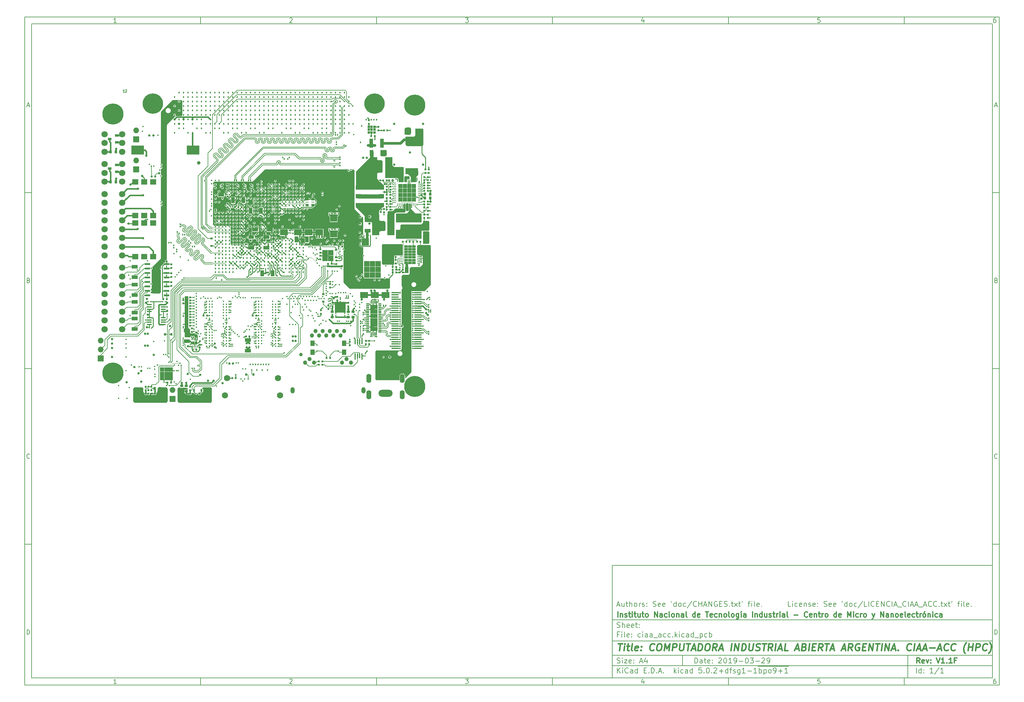
<source format=gbr>
G04 #@! TF.GenerationSoftware,KiCad,Pcbnew,5.0.2+dfsg1-1~bpo9+1*
G04 #@! TF.CreationDate,2019-03-29T14:07:49-03:00*
G04 #@! TF.ProjectId,ciaa_acc,63696161-5f61-4636-932e-6b696361645f,V1.1F*
G04 #@! TF.SameCoordinates,Original*
G04 #@! TF.FileFunction,Copper,L12,Bot*
G04 #@! TF.FilePolarity,Positive*
%FSLAX46Y46*%
G04 Gerber Fmt 4.6, Leading zero omitted, Abs format (unit mm)*
G04 Created by KiCad (PCBNEW 5.0.2+dfsg1-1~bpo9+1) date Fri 29 Mar 2019 02:07:49 PM -03*
%MOMM*%
%LPD*%
G01*
G04 APERTURE LIST*
%ADD10C,0.101600*%
%ADD11C,0.150000*%
%ADD12C,0.300000*%
%ADD13C,0.400000*%
G04 #@! TA.AperFunction,NonConductor*
%ADD14C,0.127000*%
G04 #@! TD*
G04 #@! TA.AperFunction,ComponentPad*
%ADD15R,0.800000X0.800000*%
G04 #@! TD*
G04 #@! TA.AperFunction,ComponentPad*
%ADD16O,1.200000X1.800000*%
G04 #@! TD*
G04 #@! TA.AperFunction,ComponentPad*
%ADD17C,1.200000*%
G04 #@! TD*
G04 #@! TA.AperFunction,ComponentPad*
%ADD18C,5.800000*%
G04 #@! TD*
G04 #@! TA.AperFunction,SMDPad,CuDef*
%ADD19R,0.508000X18.034000*%
G04 #@! TD*
G04 #@! TA.AperFunction,SMDPad,CuDef*
%ADD20R,2.159000X0.406400*%
G04 #@! TD*
G04 #@! TA.AperFunction,ComponentPad*
%ADD21R,1.600000X1.600000*%
G04 #@! TD*
G04 #@! TA.AperFunction,SMDPad,CuDef*
%ADD22R,0.300000X0.280000*%
G04 #@! TD*
G04 #@! TA.AperFunction,SMDPad,CuDef*
%ADD23R,0.280000X0.300000*%
G04 #@! TD*
G04 #@! TA.AperFunction,SMDPad,CuDef*
%ADD24R,1.800000X1.000000*%
G04 #@! TD*
G04 #@! TA.AperFunction,SMDPad,CuDef*
%ADD25R,1.000000X1.800000*%
G04 #@! TD*
G04 #@! TA.AperFunction,SMDPad,CuDef*
%ADD26R,0.500000X0.500000*%
G04 #@! TD*
G04 #@! TA.AperFunction,SMDPad,CuDef*
%ADD27R,2.230000X1.800000*%
G04 #@! TD*
G04 #@! TA.AperFunction,SMDPad,CuDef*
%ADD28R,0.800000X0.900000*%
G04 #@! TD*
G04 #@! TA.AperFunction,SMDPad,CuDef*
%ADD29R,1.600000X1.000000*%
G04 #@! TD*
G04 #@! TA.AperFunction,SMDPad,CuDef*
%ADD30R,0.900000X0.800000*%
G04 #@! TD*
G04 #@! TA.AperFunction,SMDPad,CuDef*
%ADD31R,0.584200X0.685800*%
G04 #@! TD*
G04 #@! TA.AperFunction,SMDPad,CuDef*
%ADD32R,0.685800X0.584200*%
G04 #@! TD*
G04 #@! TA.AperFunction,ComponentPad*
%ADD33C,1.778000*%
G04 #@! TD*
G04 #@! TA.AperFunction,ComponentPad*
%ADD34R,1.651000X1.651000*%
G04 #@! TD*
G04 #@! TA.AperFunction,ComponentPad*
%ADD35O,1.651000X1.651000*%
G04 #@! TD*
G04 #@! TA.AperFunction,SMDPad,CuDef*
%ADD36R,3.100000X3.300000*%
G04 #@! TD*
G04 #@! TA.AperFunction,SMDPad,CuDef*
%ADD37R,2.000000X6.000000*%
G04 #@! TD*
G04 #@! TA.AperFunction,SMDPad,CuDef*
%ADD38R,7.300000X2.600000*%
G04 #@! TD*
G04 #@! TA.AperFunction,SMDPad,CuDef*
%ADD39R,3.600000X1.800000*%
G04 #@! TD*
G04 #@! TA.AperFunction,SMDPad,CuDef*
%ADD40R,1.000000X2.600000*%
G04 #@! TD*
G04 #@! TA.AperFunction,BGAPad,CuDef*
%ADD41C,0.762000*%
G04 #@! TD*
G04 #@! TA.AperFunction,SMDPad,CuDef*
%ADD42R,0.230000X0.700000*%
G04 #@! TD*
G04 #@! TA.AperFunction,ComponentPad*
%ADD43R,0.750000X0.900000*%
G04 #@! TD*
G04 #@! TA.AperFunction,SMDPad,CuDef*
%ADD44R,0.850000X0.280000*%
G04 #@! TD*
G04 #@! TA.AperFunction,ComponentPad*
%ADD45R,1.080000X0.780000*%
G04 #@! TD*
G04 #@! TA.AperFunction,SMDPad,CuDef*
%ADD46R,1.300000X1.500000*%
G04 #@! TD*
G04 #@! TA.AperFunction,SMDPad,CuDef*
%ADD47R,0.250000X0.700000*%
G04 #@! TD*
G04 #@! TA.AperFunction,SMDPad,CuDef*
%ADD48R,0.700000X0.250000*%
G04 #@! TD*
G04 #@! TA.AperFunction,ComponentPad*
%ADD49R,1.287500X1.287500*%
G04 #@! TD*
G04 #@! TA.AperFunction,ComponentPad*
%ADD50R,1.000000X1.250000*%
G04 #@! TD*
G04 #@! TA.AperFunction,SMDPad,CuDef*
%ADD51R,0.850000X0.300000*%
G04 #@! TD*
G04 #@! TA.AperFunction,SMDPad,CuDef*
%ADD52R,0.300000X0.850000*%
G04 #@! TD*
G04 #@! TA.AperFunction,ComponentPad*
%ADD53R,1.250000X1.250000*%
G04 #@! TD*
G04 #@! TA.AperFunction,ComponentPad*
%ADD54R,1.000000X1.000000*%
G04 #@! TD*
G04 #@! TA.AperFunction,SMDPad,CuDef*
%ADD55R,1.500000X0.600000*%
G04 #@! TD*
G04 #@! TA.AperFunction,SMDPad,CuDef*
%ADD56R,1.780000X1.520000*%
G04 #@! TD*
G04 #@! TA.AperFunction,SMDPad,CuDef*
%ADD57R,1.350000X0.450000*%
G04 #@! TD*
G04 #@! TA.AperFunction,SMDPad,CuDef*
%ADD58R,1.000000X0.800000*%
G04 #@! TD*
G04 #@! TA.AperFunction,ComponentPad*
%ADD59R,1.500000X1.500000*%
G04 #@! TD*
G04 #@! TA.AperFunction,SMDPad,CuDef*
%ADD60R,0.450000X1.350000*%
G04 #@! TD*
G04 #@! TA.AperFunction,SMDPad,CuDef*
%ADD61R,0.850000X0.650000*%
G04 #@! TD*
G04 #@! TA.AperFunction,SMDPad,CuDef*
%ADD62R,0.850000X0.250000*%
G04 #@! TD*
G04 #@! TA.AperFunction,ComponentPad*
%ADD63C,1.800000*%
G04 #@! TD*
G04 #@! TA.AperFunction,SMDPad,CuDef*
%ADD64R,3.660000X2.600000*%
G04 #@! TD*
G04 #@! TA.AperFunction,SMDPad,CuDef*
%ADD65R,3.540000X2.600000*%
G04 #@! TD*
G04 #@! TA.AperFunction,SMDPad,CuDef*
%ADD66R,1.500000X1.200000*%
G04 #@! TD*
G04 #@! TA.AperFunction,ComponentPad*
%ADD67C,3.000000*%
G04 #@! TD*
G04 #@! TA.AperFunction,ComponentPad*
%ADD68O,1.400000X2.600000*%
G04 #@! TD*
G04 #@! TA.AperFunction,ComponentPad*
%ADD69O,4.000000X2.000000*%
G04 #@! TD*
G04 #@! TA.AperFunction,ComponentPad*
%ADD70C,6.000000*%
G04 #@! TD*
G04 #@! TA.AperFunction,BGAPad,CuDef*
%ADD71C,1.000000*%
G04 #@! TD*
G04 #@! TA.AperFunction,ViaPad*
%ADD72C,0.635000*%
G04 #@! TD*
G04 #@! TA.AperFunction,ViaPad*
%ADD73C,0.406400*%
G04 #@! TD*
G04 #@! TA.AperFunction,ViaPad*
%ADD74C,0.457200*%
G04 #@! TD*
G04 #@! TA.AperFunction,ViaPad*
%ADD75C,1.270000*%
G04 #@! TD*
G04 #@! TA.AperFunction,Conductor*
%ADD76C,0.254000*%
G04 #@! TD*
G04 #@! TA.AperFunction,Conductor*
%ADD77C,0.381000*%
G04 #@! TD*
G04 #@! TA.AperFunction,Conductor*
%ADD78C,0.762000*%
G04 #@! TD*
G04 #@! TA.AperFunction,Conductor*
%ADD79C,0.165100*%
G04 #@! TD*
G04 #@! TA.AperFunction,Conductor*
%ADD80C,0.127000*%
G04 #@! TD*
G04 #@! TA.AperFunction,Conductor*
%ADD81C,0.304800*%
G04 #@! TD*
G04 #@! TA.AperFunction,Conductor*
%ADD82C,0.508000*%
G04 #@! TD*
G04 #@! TA.AperFunction,Conductor*
%ADD83C,0.457200*%
G04 #@! TD*
G04 #@! TA.AperFunction,Conductor*
%ADD84C,0.147320*%
G04 #@! TD*
G04 #@! TA.AperFunction,Conductor*
%ADD85C,0.152400*%
G04 #@! TD*
G04 #@! TA.AperFunction,Conductor*
%ADD86C,0.088900*%
G04 #@! TD*
G04 #@! TA.AperFunction,Conductor*
%ADD87C,0.106680*%
G04 #@! TD*
G04 #@! TA.AperFunction,Conductor*
%ADD88C,0.101600*%
G04 #@! TD*
G04 APERTURE END LIST*
D10*
D11*
X177002200Y-166007200D02*
X177002200Y-198007200D01*
X285002200Y-198007200D01*
X285002200Y-166007200D01*
X177002200Y-166007200D01*
D10*
D11*
X10000000Y-10000000D02*
X10000000Y-200007200D01*
X287002200Y-200007200D01*
X287002200Y-10000000D01*
X10000000Y-10000000D01*
D10*
D11*
X12000000Y-12000000D02*
X12000000Y-198007200D01*
X285002200Y-198007200D01*
X285002200Y-12000000D01*
X12000000Y-12000000D01*
D10*
D11*
X60000000Y-12000000D02*
X60000000Y-10000000D01*
D10*
D11*
X110000000Y-12000000D02*
X110000000Y-10000000D01*
D10*
D11*
X160000000Y-12000000D02*
X160000000Y-10000000D01*
D10*
D11*
X210000000Y-12000000D02*
X210000000Y-10000000D01*
D10*
D11*
X260000000Y-12000000D02*
X260000000Y-10000000D01*
D10*
D11*
X36065476Y-11588095D02*
X35322619Y-11588095D01*
X35694047Y-11588095D02*
X35694047Y-10288095D01*
X35570238Y-10473809D01*
X35446428Y-10597619D01*
X35322619Y-10659523D01*
D10*
D11*
X85322619Y-10411904D02*
X85384523Y-10350000D01*
X85508333Y-10288095D01*
X85817857Y-10288095D01*
X85941666Y-10350000D01*
X86003571Y-10411904D01*
X86065476Y-10535714D01*
X86065476Y-10659523D01*
X86003571Y-10845238D01*
X85260714Y-11588095D01*
X86065476Y-11588095D01*
D10*
D11*
X135260714Y-10288095D02*
X136065476Y-10288095D01*
X135632142Y-10783333D01*
X135817857Y-10783333D01*
X135941666Y-10845238D01*
X136003571Y-10907142D01*
X136065476Y-11030952D01*
X136065476Y-11340476D01*
X136003571Y-11464285D01*
X135941666Y-11526190D01*
X135817857Y-11588095D01*
X135446428Y-11588095D01*
X135322619Y-11526190D01*
X135260714Y-11464285D01*
D10*
D11*
X185941666Y-10721428D02*
X185941666Y-11588095D01*
X185632142Y-10226190D02*
X185322619Y-11154761D01*
X186127380Y-11154761D01*
D10*
D11*
X236003571Y-10288095D02*
X235384523Y-10288095D01*
X235322619Y-10907142D01*
X235384523Y-10845238D01*
X235508333Y-10783333D01*
X235817857Y-10783333D01*
X235941666Y-10845238D01*
X236003571Y-10907142D01*
X236065476Y-11030952D01*
X236065476Y-11340476D01*
X236003571Y-11464285D01*
X235941666Y-11526190D01*
X235817857Y-11588095D01*
X235508333Y-11588095D01*
X235384523Y-11526190D01*
X235322619Y-11464285D01*
D10*
D11*
X285941666Y-10288095D02*
X285694047Y-10288095D01*
X285570238Y-10350000D01*
X285508333Y-10411904D01*
X285384523Y-10597619D01*
X285322619Y-10845238D01*
X285322619Y-11340476D01*
X285384523Y-11464285D01*
X285446428Y-11526190D01*
X285570238Y-11588095D01*
X285817857Y-11588095D01*
X285941666Y-11526190D01*
X286003571Y-11464285D01*
X286065476Y-11340476D01*
X286065476Y-11030952D01*
X286003571Y-10907142D01*
X285941666Y-10845238D01*
X285817857Y-10783333D01*
X285570238Y-10783333D01*
X285446428Y-10845238D01*
X285384523Y-10907142D01*
X285322619Y-11030952D01*
D10*
D11*
X60000000Y-198007200D02*
X60000000Y-200007200D01*
D10*
D11*
X110000000Y-198007200D02*
X110000000Y-200007200D01*
D10*
D11*
X160000000Y-198007200D02*
X160000000Y-200007200D01*
D10*
D11*
X210000000Y-198007200D02*
X210000000Y-200007200D01*
D10*
D11*
X260000000Y-198007200D02*
X260000000Y-200007200D01*
D10*
D11*
X36065476Y-199595295D02*
X35322619Y-199595295D01*
X35694047Y-199595295D02*
X35694047Y-198295295D01*
X35570238Y-198481009D01*
X35446428Y-198604819D01*
X35322619Y-198666723D01*
D10*
D11*
X85322619Y-198419104D02*
X85384523Y-198357200D01*
X85508333Y-198295295D01*
X85817857Y-198295295D01*
X85941666Y-198357200D01*
X86003571Y-198419104D01*
X86065476Y-198542914D01*
X86065476Y-198666723D01*
X86003571Y-198852438D01*
X85260714Y-199595295D01*
X86065476Y-199595295D01*
D10*
D11*
X135260714Y-198295295D02*
X136065476Y-198295295D01*
X135632142Y-198790533D01*
X135817857Y-198790533D01*
X135941666Y-198852438D01*
X136003571Y-198914342D01*
X136065476Y-199038152D01*
X136065476Y-199347676D01*
X136003571Y-199471485D01*
X135941666Y-199533390D01*
X135817857Y-199595295D01*
X135446428Y-199595295D01*
X135322619Y-199533390D01*
X135260714Y-199471485D01*
D10*
D11*
X185941666Y-198728628D02*
X185941666Y-199595295D01*
X185632142Y-198233390D02*
X185322619Y-199161961D01*
X186127380Y-199161961D01*
D10*
D11*
X236003571Y-198295295D02*
X235384523Y-198295295D01*
X235322619Y-198914342D01*
X235384523Y-198852438D01*
X235508333Y-198790533D01*
X235817857Y-198790533D01*
X235941666Y-198852438D01*
X236003571Y-198914342D01*
X236065476Y-199038152D01*
X236065476Y-199347676D01*
X236003571Y-199471485D01*
X235941666Y-199533390D01*
X235817857Y-199595295D01*
X235508333Y-199595295D01*
X235384523Y-199533390D01*
X235322619Y-199471485D01*
D10*
D11*
X285941666Y-198295295D02*
X285694047Y-198295295D01*
X285570238Y-198357200D01*
X285508333Y-198419104D01*
X285384523Y-198604819D01*
X285322619Y-198852438D01*
X285322619Y-199347676D01*
X285384523Y-199471485D01*
X285446428Y-199533390D01*
X285570238Y-199595295D01*
X285817857Y-199595295D01*
X285941666Y-199533390D01*
X286003571Y-199471485D01*
X286065476Y-199347676D01*
X286065476Y-199038152D01*
X286003571Y-198914342D01*
X285941666Y-198852438D01*
X285817857Y-198790533D01*
X285570238Y-198790533D01*
X285446428Y-198852438D01*
X285384523Y-198914342D01*
X285322619Y-199038152D01*
D10*
D11*
X10000000Y-60000000D02*
X12000000Y-60000000D01*
D10*
D11*
X10000000Y-110000000D02*
X12000000Y-110000000D01*
D10*
D11*
X10000000Y-160000000D02*
X12000000Y-160000000D01*
D10*
D11*
X10690476Y-35216666D02*
X11309523Y-35216666D01*
X10566666Y-35588095D02*
X11000000Y-34288095D01*
X11433333Y-35588095D01*
D10*
D11*
X11092857Y-84907142D02*
X11278571Y-84969047D01*
X11340476Y-85030952D01*
X11402380Y-85154761D01*
X11402380Y-85340476D01*
X11340476Y-85464285D01*
X11278571Y-85526190D01*
X11154761Y-85588095D01*
X10659523Y-85588095D01*
X10659523Y-84288095D01*
X11092857Y-84288095D01*
X11216666Y-84350000D01*
X11278571Y-84411904D01*
X11340476Y-84535714D01*
X11340476Y-84659523D01*
X11278571Y-84783333D01*
X11216666Y-84845238D01*
X11092857Y-84907142D01*
X10659523Y-84907142D01*
D10*
D11*
X11402380Y-135464285D02*
X11340476Y-135526190D01*
X11154761Y-135588095D01*
X11030952Y-135588095D01*
X10845238Y-135526190D01*
X10721428Y-135402380D01*
X10659523Y-135278571D01*
X10597619Y-135030952D01*
X10597619Y-134845238D01*
X10659523Y-134597619D01*
X10721428Y-134473809D01*
X10845238Y-134350000D01*
X11030952Y-134288095D01*
X11154761Y-134288095D01*
X11340476Y-134350000D01*
X11402380Y-134411904D01*
D10*
D11*
X10659523Y-185588095D02*
X10659523Y-184288095D01*
X10969047Y-184288095D01*
X11154761Y-184350000D01*
X11278571Y-184473809D01*
X11340476Y-184597619D01*
X11402380Y-184845238D01*
X11402380Y-185030952D01*
X11340476Y-185278571D01*
X11278571Y-185402380D01*
X11154761Y-185526190D01*
X10969047Y-185588095D01*
X10659523Y-185588095D01*
D10*
D11*
X287002200Y-60000000D02*
X285002200Y-60000000D01*
D10*
D11*
X287002200Y-110000000D02*
X285002200Y-110000000D01*
D10*
D11*
X287002200Y-160000000D02*
X285002200Y-160000000D01*
D10*
D11*
X285692676Y-35216666D02*
X286311723Y-35216666D01*
X285568866Y-35588095D02*
X286002200Y-34288095D01*
X286435533Y-35588095D01*
D10*
D11*
X286095057Y-84907142D02*
X286280771Y-84969047D01*
X286342676Y-85030952D01*
X286404580Y-85154761D01*
X286404580Y-85340476D01*
X286342676Y-85464285D01*
X286280771Y-85526190D01*
X286156961Y-85588095D01*
X285661723Y-85588095D01*
X285661723Y-84288095D01*
X286095057Y-84288095D01*
X286218866Y-84350000D01*
X286280771Y-84411904D01*
X286342676Y-84535714D01*
X286342676Y-84659523D01*
X286280771Y-84783333D01*
X286218866Y-84845238D01*
X286095057Y-84907142D01*
X285661723Y-84907142D01*
D10*
D11*
X286404580Y-135464285D02*
X286342676Y-135526190D01*
X286156961Y-135588095D01*
X286033152Y-135588095D01*
X285847438Y-135526190D01*
X285723628Y-135402380D01*
X285661723Y-135278571D01*
X285599819Y-135030952D01*
X285599819Y-134845238D01*
X285661723Y-134597619D01*
X285723628Y-134473809D01*
X285847438Y-134350000D01*
X286033152Y-134288095D01*
X286156961Y-134288095D01*
X286342676Y-134350000D01*
X286404580Y-134411904D01*
D10*
D11*
X285661723Y-185588095D02*
X285661723Y-184288095D01*
X285971247Y-184288095D01*
X286156961Y-184350000D01*
X286280771Y-184473809D01*
X286342676Y-184597619D01*
X286404580Y-184845238D01*
X286404580Y-185030952D01*
X286342676Y-185278571D01*
X286280771Y-185402380D01*
X286156961Y-185526190D01*
X285971247Y-185588095D01*
X285661723Y-185588095D01*
D10*
D11*
X200434342Y-193785771D02*
X200434342Y-192285771D01*
X200791485Y-192285771D01*
X201005771Y-192357200D01*
X201148628Y-192500057D01*
X201220057Y-192642914D01*
X201291485Y-192928628D01*
X201291485Y-193142914D01*
X201220057Y-193428628D01*
X201148628Y-193571485D01*
X201005771Y-193714342D01*
X200791485Y-193785771D01*
X200434342Y-193785771D01*
X202577200Y-193785771D02*
X202577200Y-193000057D01*
X202505771Y-192857200D01*
X202362914Y-192785771D01*
X202077200Y-192785771D01*
X201934342Y-192857200D01*
X202577200Y-193714342D02*
X202434342Y-193785771D01*
X202077200Y-193785771D01*
X201934342Y-193714342D01*
X201862914Y-193571485D01*
X201862914Y-193428628D01*
X201934342Y-193285771D01*
X202077200Y-193214342D01*
X202434342Y-193214342D01*
X202577200Y-193142914D01*
X203077200Y-192785771D02*
X203648628Y-192785771D01*
X203291485Y-192285771D02*
X203291485Y-193571485D01*
X203362914Y-193714342D01*
X203505771Y-193785771D01*
X203648628Y-193785771D01*
X204720057Y-193714342D02*
X204577200Y-193785771D01*
X204291485Y-193785771D01*
X204148628Y-193714342D01*
X204077200Y-193571485D01*
X204077200Y-193000057D01*
X204148628Y-192857200D01*
X204291485Y-192785771D01*
X204577200Y-192785771D01*
X204720057Y-192857200D01*
X204791485Y-193000057D01*
X204791485Y-193142914D01*
X204077200Y-193285771D01*
X205434342Y-193642914D02*
X205505771Y-193714342D01*
X205434342Y-193785771D01*
X205362914Y-193714342D01*
X205434342Y-193642914D01*
X205434342Y-193785771D01*
X205434342Y-192857200D02*
X205505771Y-192928628D01*
X205434342Y-193000057D01*
X205362914Y-192928628D01*
X205434342Y-192857200D01*
X205434342Y-193000057D01*
X207220057Y-192428628D02*
X207291485Y-192357200D01*
X207434342Y-192285771D01*
X207791485Y-192285771D01*
X207934342Y-192357200D01*
X208005771Y-192428628D01*
X208077200Y-192571485D01*
X208077200Y-192714342D01*
X208005771Y-192928628D01*
X207148628Y-193785771D01*
X208077200Y-193785771D01*
X209005771Y-192285771D02*
X209148628Y-192285771D01*
X209291485Y-192357200D01*
X209362914Y-192428628D01*
X209434342Y-192571485D01*
X209505771Y-192857200D01*
X209505771Y-193214342D01*
X209434342Y-193500057D01*
X209362914Y-193642914D01*
X209291485Y-193714342D01*
X209148628Y-193785771D01*
X209005771Y-193785771D01*
X208862914Y-193714342D01*
X208791485Y-193642914D01*
X208720057Y-193500057D01*
X208648628Y-193214342D01*
X208648628Y-192857200D01*
X208720057Y-192571485D01*
X208791485Y-192428628D01*
X208862914Y-192357200D01*
X209005771Y-192285771D01*
X210934342Y-193785771D02*
X210077200Y-193785771D01*
X210505771Y-193785771D02*
X210505771Y-192285771D01*
X210362914Y-192500057D01*
X210220057Y-192642914D01*
X210077200Y-192714342D01*
X211648628Y-193785771D02*
X211934342Y-193785771D01*
X212077200Y-193714342D01*
X212148628Y-193642914D01*
X212291485Y-193428628D01*
X212362914Y-193142914D01*
X212362914Y-192571485D01*
X212291485Y-192428628D01*
X212220057Y-192357200D01*
X212077200Y-192285771D01*
X211791485Y-192285771D01*
X211648628Y-192357200D01*
X211577200Y-192428628D01*
X211505771Y-192571485D01*
X211505771Y-192928628D01*
X211577200Y-193071485D01*
X211648628Y-193142914D01*
X211791485Y-193214342D01*
X212077200Y-193214342D01*
X212220057Y-193142914D01*
X212291485Y-193071485D01*
X212362914Y-192928628D01*
X213005771Y-193214342D02*
X214148628Y-193214342D01*
X215148628Y-192285771D02*
X215291485Y-192285771D01*
X215434342Y-192357200D01*
X215505771Y-192428628D01*
X215577200Y-192571485D01*
X215648628Y-192857200D01*
X215648628Y-193214342D01*
X215577200Y-193500057D01*
X215505771Y-193642914D01*
X215434342Y-193714342D01*
X215291485Y-193785771D01*
X215148628Y-193785771D01*
X215005771Y-193714342D01*
X214934342Y-193642914D01*
X214862914Y-193500057D01*
X214791485Y-193214342D01*
X214791485Y-192857200D01*
X214862914Y-192571485D01*
X214934342Y-192428628D01*
X215005771Y-192357200D01*
X215148628Y-192285771D01*
X216148628Y-192285771D02*
X217077200Y-192285771D01*
X216577200Y-192857200D01*
X216791485Y-192857200D01*
X216934342Y-192928628D01*
X217005771Y-193000057D01*
X217077200Y-193142914D01*
X217077200Y-193500057D01*
X217005771Y-193642914D01*
X216934342Y-193714342D01*
X216791485Y-193785771D01*
X216362914Y-193785771D01*
X216220057Y-193714342D01*
X216148628Y-193642914D01*
X217720057Y-193214342D02*
X218862914Y-193214342D01*
X219505771Y-192428628D02*
X219577200Y-192357200D01*
X219720057Y-192285771D01*
X220077200Y-192285771D01*
X220220057Y-192357200D01*
X220291485Y-192428628D01*
X220362914Y-192571485D01*
X220362914Y-192714342D01*
X220291485Y-192928628D01*
X219434342Y-193785771D01*
X220362914Y-193785771D01*
X221077200Y-193785771D02*
X221362914Y-193785771D01*
X221505771Y-193714342D01*
X221577200Y-193642914D01*
X221720057Y-193428628D01*
X221791485Y-193142914D01*
X221791485Y-192571485D01*
X221720057Y-192428628D01*
X221648628Y-192357200D01*
X221505771Y-192285771D01*
X221220057Y-192285771D01*
X221077200Y-192357200D01*
X221005771Y-192428628D01*
X220934342Y-192571485D01*
X220934342Y-192928628D01*
X221005771Y-193071485D01*
X221077200Y-193142914D01*
X221220057Y-193214342D01*
X221505771Y-193214342D01*
X221648628Y-193142914D01*
X221720057Y-193071485D01*
X221791485Y-192928628D01*
D10*
D11*
X177002200Y-194507200D02*
X285002200Y-194507200D01*
D10*
D11*
X178434342Y-196585771D02*
X178434342Y-195085771D01*
X179291485Y-196585771D02*
X178648628Y-195728628D01*
X179291485Y-195085771D02*
X178434342Y-195942914D01*
X179934342Y-196585771D02*
X179934342Y-195585771D01*
X179934342Y-195085771D02*
X179862914Y-195157200D01*
X179934342Y-195228628D01*
X180005771Y-195157200D01*
X179934342Y-195085771D01*
X179934342Y-195228628D01*
X181505771Y-196442914D02*
X181434342Y-196514342D01*
X181220057Y-196585771D01*
X181077200Y-196585771D01*
X180862914Y-196514342D01*
X180720057Y-196371485D01*
X180648628Y-196228628D01*
X180577200Y-195942914D01*
X180577200Y-195728628D01*
X180648628Y-195442914D01*
X180720057Y-195300057D01*
X180862914Y-195157200D01*
X181077200Y-195085771D01*
X181220057Y-195085771D01*
X181434342Y-195157200D01*
X181505771Y-195228628D01*
X182791485Y-196585771D02*
X182791485Y-195800057D01*
X182720057Y-195657200D01*
X182577200Y-195585771D01*
X182291485Y-195585771D01*
X182148628Y-195657200D01*
X182791485Y-196514342D02*
X182648628Y-196585771D01*
X182291485Y-196585771D01*
X182148628Y-196514342D01*
X182077200Y-196371485D01*
X182077200Y-196228628D01*
X182148628Y-196085771D01*
X182291485Y-196014342D01*
X182648628Y-196014342D01*
X182791485Y-195942914D01*
X184148628Y-196585771D02*
X184148628Y-195085771D01*
X184148628Y-196514342D02*
X184005771Y-196585771D01*
X183720057Y-196585771D01*
X183577200Y-196514342D01*
X183505771Y-196442914D01*
X183434342Y-196300057D01*
X183434342Y-195871485D01*
X183505771Y-195728628D01*
X183577200Y-195657200D01*
X183720057Y-195585771D01*
X184005771Y-195585771D01*
X184148628Y-195657200D01*
X186005771Y-195800057D02*
X186505771Y-195800057D01*
X186720057Y-196585771D02*
X186005771Y-196585771D01*
X186005771Y-195085771D01*
X186720057Y-195085771D01*
X187362914Y-196442914D02*
X187434342Y-196514342D01*
X187362914Y-196585771D01*
X187291485Y-196514342D01*
X187362914Y-196442914D01*
X187362914Y-196585771D01*
X188077200Y-196585771D02*
X188077200Y-195085771D01*
X188434342Y-195085771D01*
X188648628Y-195157200D01*
X188791485Y-195300057D01*
X188862914Y-195442914D01*
X188934342Y-195728628D01*
X188934342Y-195942914D01*
X188862914Y-196228628D01*
X188791485Y-196371485D01*
X188648628Y-196514342D01*
X188434342Y-196585771D01*
X188077200Y-196585771D01*
X189577200Y-196442914D02*
X189648628Y-196514342D01*
X189577200Y-196585771D01*
X189505771Y-196514342D01*
X189577200Y-196442914D01*
X189577200Y-196585771D01*
X190220057Y-196157200D02*
X190934342Y-196157200D01*
X190077200Y-196585771D02*
X190577200Y-195085771D01*
X191077200Y-196585771D01*
X191577200Y-196442914D02*
X191648628Y-196514342D01*
X191577200Y-196585771D01*
X191505771Y-196514342D01*
X191577200Y-196442914D01*
X191577200Y-196585771D01*
X194577200Y-196585771D02*
X194577200Y-195085771D01*
X194720057Y-196014342D02*
X195148628Y-196585771D01*
X195148628Y-195585771D02*
X194577200Y-196157200D01*
X195791485Y-196585771D02*
X195791485Y-195585771D01*
X195791485Y-195085771D02*
X195720057Y-195157200D01*
X195791485Y-195228628D01*
X195862914Y-195157200D01*
X195791485Y-195085771D01*
X195791485Y-195228628D01*
X197148628Y-196514342D02*
X197005771Y-196585771D01*
X196720057Y-196585771D01*
X196577200Y-196514342D01*
X196505771Y-196442914D01*
X196434342Y-196300057D01*
X196434342Y-195871485D01*
X196505771Y-195728628D01*
X196577200Y-195657200D01*
X196720057Y-195585771D01*
X197005771Y-195585771D01*
X197148628Y-195657200D01*
X198434342Y-196585771D02*
X198434342Y-195800057D01*
X198362914Y-195657200D01*
X198220057Y-195585771D01*
X197934342Y-195585771D01*
X197791485Y-195657200D01*
X198434342Y-196514342D02*
X198291485Y-196585771D01*
X197934342Y-196585771D01*
X197791485Y-196514342D01*
X197720057Y-196371485D01*
X197720057Y-196228628D01*
X197791485Y-196085771D01*
X197934342Y-196014342D01*
X198291485Y-196014342D01*
X198434342Y-195942914D01*
X199791485Y-196585771D02*
X199791485Y-195085771D01*
X199791485Y-196514342D02*
X199648628Y-196585771D01*
X199362914Y-196585771D01*
X199220057Y-196514342D01*
X199148628Y-196442914D01*
X199077200Y-196300057D01*
X199077200Y-195871485D01*
X199148628Y-195728628D01*
X199220057Y-195657200D01*
X199362914Y-195585771D01*
X199648628Y-195585771D01*
X199791485Y-195657200D01*
X202362914Y-195085771D02*
X201648628Y-195085771D01*
X201577200Y-195800057D01*
X201648628Y-195728628D01*
X201791485Y-195657200D01*
X202148628Y-195657200D01*
X202291485Y-195728628D01*
X202362914Y-195800057D01*
X202434342Y-195942914D01*
X202434342Y-196300057D01*
X202362914Y-196442914D01*
X202291485Y-196514342D01*
X202148628Y-196585771D01*
X201791485Y-196585771D01*
X201648628Y-196514342D01*
X201577200Y-196442914D01*
X203077200Y-196442914D02*
X203148628Y-196514342D01*
X203077200Y-196585771D01*
X203005771Y-196514342D01*
X203077200Y-196442914D01*
X203077200Y-196585771D01*
X204077200Y-195085771D02*
X204220057Y-195085771D01*
X204362914Y-195157200D01*
X204434342Y-195228628D01*
X204505771Y-195371485D01*
X204577200Y-195657200D01*
X204577200Y-196014342D01*
X204505771Y-196300057D01*
X204434342Y-196442914D01*
X204362914Y-196514342D01*
X204220057Y-196585771D01*
X204077200Y-196585771D01*
X203934342Y-196514342D01*
X203862914Y-196442914D01*
X203791485Y-196300057D01*
X203720057Y-196014342D01*
X203720057Y-195657200D01*
X203791485Y-195371485D01*
X203862914Y-195228628D01*
X203934342Y-195157200D01*
X204077200Y-195085771D01*
X205220057Y-196442914D02*
X205291485Y-196514342D01*
X205220057Y-196585771D01*
X205148628Y-196514342D01*
X205220057Y-196442914D01*
X205220057Y-196585771D01*
X205862914Y-195228628D02*
X205934342Y-195157200D01*
X206077200Y-195085771D01*
X206434342Y-195085771D01*
X206577200Y-195157200D01*
X206648628Y-195228628D01*
X206720057Y-195371485D01*
X206720057Y-195514342D01*
X206648628Y-195728628D01*
X205791485Y-196585771D01*
X206720057Y-196585771D01*
X207362914Y-196014342D02*
X208505771Y-196014342D01*
X207934342Y-196585771D02*
X207934342Y-195442914D01*
X209862914Y-196585771D02*
X209862914Y-195085771D01*
X209862914Y-196514342D02*
X209720057Y-196585771D01*
X209434342Y-196585771D01*
X209291485Y-196514342D01*
X209220057Y-196442914D01*
X209148628Y-196300057D01*
X209148628Y-195871485D01*
X209220057Y-195728628D01*
X209291485Y-195657200D01*
X209434342Y-195585771D01*
X209720057Y-195585771D01*
X209862914Y-195657200D01*
X210362914Y-195585771D02*
X210934342Y-195585771D01*
X210577200Y-196585771D02*
X210577200Y-195300057D01*
X210648628Y-195157200D01*
X210791485Y-195085771D01*
X210934342Y-195085771D01*
X211362914Y-196514342D02*
X211505771Y-196585771D01*
X211791485Y-196585771D01*
X211934342Y-196514342D01*
X212005771Y-196371485D01*
X212005771Y-196300057D01*
X211934342Y-196157200D01*
X211791485Y-196085771D01*
X211577200Y-196085771D01*
X211434342Y-196014342D01*
X211362914Y-195871485D01*
X211362914Y-195800057D01*
X211434342Y-195657200D01*
X211577200Y-195585771D01*
X211791485Y-195585771D01*
X211934342Y-195657200D01*
X213291485Y-195585771D02*
X213291485Y-196800057D01*
X213220057Y-196942914D01*
X213148628Y-197014342D01*
X213005771Y-197085771D01*
X212791485Y-197085771D01*
X212648628Y-197014342D01*
X213291485Y-196514342D02*
X213148628Y-196585771D01*
X212862914Y-196585771D01*
X212720057Y-196514342D01*
X212648628Y-196442914D01*
X212577200Y-196300057D01*
X212577200Y-195871485D01*
X212648628Y-195728628D01*
X212720057Y-195657200D01*
X212862914Y-195585771D01*
X213148628Y-195585771D01*
X213291485Y-195657200D01*
X214791485Y-196585771D02*
X213934342Y-196585771D01*
X214362914Y-196585771D02*
X214362914Y-195085771D01*
X214220057Y-195300057D01*
X214077200Y-195442914D01*
X213934342Y-195514342D01*
X215434342Y-196014342D02*
X216577200Y-196014342D01*
X218077200Y-196585771D02*
X217220057Y-196585771D01*
X217648628Y-196585771D02*
X217648628Y-195085771D01*
X217505771Y-195300057D01*
X217362914Y-195442914D01*
X217220057Y-195514342D01*
X218362914Y-194677200D02*
X219720057Y-194677200D01*
X218720057Y-196585771D02*
X218720057Y-195085771D01*
X218720057Y-195657200D02*
X218862914Y-195585771D01*
X219148628Y-195585771D01*
X219291485Y-195657200D01*
X219362914Y-195728628D01*
X219434342Y-195871485D01*
X219434342Y-196300057D01*
X219362914Y-196442914D01*
X219291485Y-196514342D01*
X219148628Y-196585771D01*
X218862914Y-196585771D01*
X218720057Y-196514342D01*
X219720057Y-194677200D02*
X221077200Y-194677200D01*
X220077200Y-195585771D02*
X220077200Y-197085771D01*
X220077200Y-195657200D02*
X220220057Y-195585771D01*
X220505771Y-195585771D01*
X220648628Y-195657200D01*
X220720057Y-195728628D01*
X220791485Y-195871485D01*
X220791485Y-196300057D01*
X220720057Y-196442914D01*
X220648628Y-196514342D01*
X220505771Y-196585771D01*
X220220057Y-196585771D01*
X220077200Y-196514342D01*
X221077200Y-194677200D02*
X222434342Y-194677200D01*
X221648628Y-196585771D02*
X221505771Y-196514342D01*
X221434342Y-196442914D01*
X221362914Y-196300057D01*
X221362914Y-195871485D01*
X221434342Y-195728628D01*
X221505771Y-195657200D01*
X221648628Y-195585771D01*
X221862914Y-195585771D01*
X222005771Y-195657200D01*
X222077200Y-195728628D01*
X222148628Y-195871485D01*
X222148628Y-196300057D01*
X222077200Y-196442914D01*
X222005771Y-196514342D01*
X221862914Y-196585771D01*
X221648628Y-196585771D01*
X222434342Y-194677200D02*
X223862914Y-194677200D01*
X222862914Y-196585771D02*
X223148628Y-196585771D01*
X223291485Y-196514342D01*
X223362914Y-196442914D01*
X223505771Y-196228628D01*
X223577200Y-195942914D01*
X223577200Y-195371485D01*
X223505771Y-195228628D01*
X223434342Y-195157200D01*
X223291485Y-195085771D01*
X223005771Y-195085771D01*
X222862914Y-195157200D01*
X222791485Y-195228628D01*
X222720057Y-195371485D01*
X222720057Y-195728628D01*
X222791485Y-195871485D01*
X222862914Y-195942914D01*
X223005771Y-196014342D01*
X223291485Y-196014342D01*
X223434342Y-195942914D01*
X223505771Y-195871485D01*
X223577200Y-195728628D01*
X223862914Y-194677200D02*
X225720057Y-194677200D01*
X224220057Y-196014342D02*
X225362914Y-196014342D01*
X224791485Y-196585771D02*
X224791485Y-195442914D01*
X225720057Y-194677200D02*
X227148628Y-194677200D01*
X226862914Y-196585771D02*
X226005771Y-196585771D01*
X226434342Y-196585771D02*
X226434342Y-195085771D01*
X226291485Y-195300057D01*
X226148628Y-195442914D01*
X226005771Y-195514342D01*
D10*
D11*
X177002200Y-191507200D02*
X285002200Y-191507200D01*
D10*
D12*
X264411485Y-193785771D02*
X263911485Y-193071485D01*
X263554342Y-193785771D02*
X263554342Y-192285771D01*
X264125771Y-192285771D01*
X264268628Y-192357200D01*
X264340057Y-192428628D01*
X264411485Y-192571485D01*
X264411485Y-192785771D01*
X264340057Y-192928628D01*
X264268628Y-193000057D01*
X264125771Y-193071485D01*
X263554342Y-193071485D01*
X265625771Y-193714342D02*
X265482914Y-193785771D01*
X265197200Y-193785771D01*
X265054342Y-193714342D01*
X264982914Y-193571485D01*
X264982914Y-193000057D01*
X265054342Y-192857200D01*
X265197200Y-192785771D01*
X265482914Y-192785771D01*
X265625771Y-192857200D01*
X265697200Y-193000057D01*
X265697200Y-193142914D01*
X264982914Y-193285771D01*
X266197200Y-192785771D02*
X266554342Y-193785771D01*
X266911485Y-192785771D01*
X267482914Y-193642914D02*
X267554342Y-193714342D01*
X267482914Y-193785771D01*
X267411485Y-193714342D01*
X267482914Y-193642914D01*
X267482914Y-193785771D01*
X267482914Y-192857200D02*
X267554342Y-192928628D01*
X267482914Y-193000057D01*
X267411485Y-192928628D01*
X267482914Y-192857200D01*
X267482914Y-193000057D01*
X269125771Y-192285771D02*
X269625771Y-193785771D01*
X270125771Y-192285771D01*
X271411485Y-193785771D02*
X270554342Y-193785771D01*
X270982914Y-193785771D02*
X270982914Y-192285771D01*
X270840057Y-192500057D01*
X270697200Y-192642914D01*
X270554342Y-192714342D01*
X272054342Y-193642914D02*
X272125771Y-193714342D01*
X272054342Y-193785771D01*
X271982914Y-193714342D01*
X272054342Y-193642914D01*
X272054342Y-193785771D01*
X273554342Y-193785771D02*
X272697200Y-193785771D01*
X273125771Y-193785771D02*
X273125771Y-192285771D01*
X272982914Y-192500057D01*
X272840057Y-192642914D01*
X272697200Y-192714342D01*
X274697200Y-193000057D02*
X274197200Y-193000057D01*
X274197200Y-193785771D02*
X274197200Y-192285771D01*
X274911485Y-192285771D01*
D10*
D11*
X178362914Y-193714342D02*
X178577200Y-193785771D01*
X178934342Y-193785771D01*
X179077200Y-193714342D01*
X179148628Y-193642914D01*
X179220057Y-193500057D01*
X179220057Y-193357200D01*
X179148628Y-193214342D01*
X179077200Y-193142914D01*
X178934342Y-193071485D01*
X178648628Y-193000057D01*
X178505771Y-192928628D01*
X178434342Y-192857200D01*
X178362914Y-192714342D01*
X178362914Y-192571485D01*
X178434342Y-192428628D01*
X178505771Y-192357200D01*
X178648628Y-192285771D01*
X179005771Y-192285771D01*
X179220057Y-192357200D01*
X179862914Y-193785771D02*
X179862914Y-192785771D01*
X179862914Y-192285771D02*
X179791485Y-192357200D01*
X179862914Y-192428628D01*
X179934342Y-192357200D01*
X179862914Y-192285771D01*
X179862914Y-192428628D01*
X180434342Y-192785771D02*
X181220057Y-192785771D01*
X180434342Y-193785771D01*
X181220057Y-193785771D01*
X182362914Y-193714342D02*
X182220057Y-193785771D01*
X181934342Y-193785771D01*
X181791485Y-193714342D01*
X181720057Y-193571485D01*
X181720057Y-193000057D01*
X181791485Y-192857200D01*
X181934342Y-192785771D01*
X182220057Y-192785771D01*
X182362914Y-192857200D01*
X182434342Y-193000057D01*
X182434342Y-193142914D01*
X181720057Y-193285771D01*
X183077200Y-193642914D02*
X183148628Y-193714342D01*
X183077200Y-193785771D01*
X183005771Y-193714342D01*
X183077200Y-193642914D01*
X183077200Y-193785771D01*
X183077200Y-192857200D02*
X183148628Y-192928628D01*
X183077200Y-193000057D01*
X183005771Y-192928628D01*
X183077200Y-192857200D01*
X183077200Y-193000057D01*
X184862914Y-193357200D02*
X185577200Y-193357200D01*
X184720057Y-193785771D02*
X185220057Y-192285771D01*
X185720057Y-193785771D01*
X186862914Y-192785771D02*
X186862914Y-193785771D01*
X186505771Y-192214342D02*
X186148628Y-193285771D01*
X187077200Y-193285771D01*
D10*
D11*
X263434342Y-196585771D02*
X263434342Y-195085771D01*
X264791485Y-196585771D02*
X264791485Y-195085771D01*
X264791485Y-196514342D02*
X264648628Y-196585771D01*
X264362914Y-196585771D01*
X264220057Y-196514342D01*
X264148628Y-196442914D01*
X264077200Y-196300057D01*
X264077200Y-195871485D01*
X264148628Y-195728628D01*
X264220057Y-195657200D01*
X264362914Y-195585771D01*
X264648628Y-195585771D01*
X264791485Y-195657200D01*
X265505771Y-196442914D02*
X265577200Y-196514342D01*
X265505771Y-196585771D01*
X265434342Y-196514342D01*
X265505771Y-196442914D01*
X265505771Y-196585771D01*
X265505771Y-195657200D02*
X265577200Y-195728628D01*
X265505771Y-195800057D01*
X265434342Y-195728628D01*
X265505771Y-195657200D01*
X265505771Y-195800057D01*
X268148628Y-196585771D02*
X267291485Y-196585771D01*
X267720057Y-196585771D02*
X267720057Y-195085771D01*
X267577200Y-195300057D01*
X267434342Y-195442914D01*
X267291485Y-195514342D01*
X269862914Y-195014342D02*
X268577200Y-196942914D01*
X271148628Y-196585771D02*
X270291485Y-196585771D01*
X270720057Y-196585771D02*
X270720057Y-195085771D01*
X270577200Y-195300057D01*
X270434342Y-195442914D01*
X270291485Y-195514342D01*
D10*
D11*
X177002200Y-187507200D02*
X285002200Y-187507200D01*
D10*
D13*
X178714580Y-188211961D02*
X179857438Y-188211961D01*
X179036009Y-190211961D02*
X179286009Y-188211961D01*
X180274104Y-190211961D02*
X180440771Y-188878628D01*
X180524104Y-188211961D02*
X180416961Y-188307200D01*
X180500295Y-188402438D01*
X180607438Y-188307200D01*
X180524104Y-188211961D01*
X180500295Y-188402438D01*
X181107438Y-188878628D02*
X181869342Y-188878628D01*
X181476485Y-188211961D02*
X181262200Y-189926247D01*
X181333628Y-190116723D01*
X181512200Y-190211961D01*
X181702676Y-190211961D01*
X182655057Y-190211961D02*
X182476485Y-190116723D01*
X182405057Y-189926247D01*
X182619342Y-188211961D01*
X184190771Y-190116723D02*
X183988390Y-190211961D01*
X183607438Y-190211961D01*
X183428866Y-190116723D01*
X183357438Y-189926247D01*
X183452676Y-189164342D01*
X183571723Y-188973866D01*
X183774104Y-188878628D01*
X184155057Y-188878628D01*
X184333628Y-188973866D01*
X184405057Y-189164342D01*
X184381247Y-189354819D01*
X183405057Y-189545295D01*
X185155057Y-190021485D02*
X185238390Y-190116723D01*
X185131247Y-190211961D01*
X185047914Y-190116723D01*
X185155057Y-190021485D01*
X185131247Y-190211961D01*
X185286009Y-188973866D02*
X185369342Y-189069104D01*
X185262200Y-189164342D01*
X185178866Y-189069104D01*
X185286009Y-188973866D01*
X185262200Y-189164342D01*
X188774104Y-190021485D02*
X188666961Y-190116723D01*
X188369342Y-190211961D01*
X188178866Y-190211961D01*
X187905057Y-190116723D01*
X187738390Y-189926247D01*
X187666961Y-189735771D01*
X187619342Y-189354819D01*
X187655057Y-189069104D01*
X187797914Y-188688152D01*
X187916961Y-188497676D01*
X188131247Y-188307200D01*
X188428866Y-188211961D01*
X188619342Y-188211961D01*
X188893152Y-188307200D01*
X188976485Y-188402438D01*
X190238390Y-188211961D02*
X190619342Y-188211961D01*
X190797914Y-188307200D01*
X190964580Y-188497676D01*
X191012200Y-188878628D01*
X190928866Y-189545295D01*
X190786009Y-189926247D01*
X190571723Y-190116723D01*
X190369342Y-190211961D01*
X189988390Y-190211961D01*
X189809819Y-190116723D01*
X189643152Y-189926247D01*
X189595533Y-189545295D01*
X189678866Y-188878628D01*
X189821723Y-188497676D01*
X190036009Y-188307200D01*
X190238390Y-188211961D01*
X191702676Y-190211961D02*
X191952676Y-188211961D01*
X192440771Y-189640533D01*
X193286009Y-188211961D01*
X193036009Y-190211961D01*
X193988390Y-190211961D02*
X194238390Y-188211961D01*
X195000295Y-188211961D01*
X195178866Y-188307200D01*
X195262200Y-188402438D01*
X195333628Y-188592914D01*
X195297914Y-188878628D01*
X195178866Y-189069104D01*
X195071723Y-189164342D01*
X194869342Y-189259580D01*
X194107438Y-189259580D01*
X196238390Y-188211961D02*
X196036009Y-189831009D01*
X196107438Y-190021485D01*
X196190771Y-190116723D01*
X196369342Y-190211961D01*
X196750295Y-190211961D01*
X196952676Y-190116723D01*
X197059819Y-190021485D01*
X197178866Y-189831009D01*
X197381247Y-188211961D01*
X198047914Y-188211961D02*
X199190771Y-188211961D01*
X198369342Y-190211961D02*
X198619342Y-188211961D01*
X199583628Y-189640533D02*
X200536009Y-189640533D01*
X199321723Y-190211961D02*
X200238390Y-188211961D01*
X200655057Y-190211961D01*
X201321723Y-190211961D02*
X201571723Y-188211961D01*
X202047914Y-188211961D01*
X202321723Y-188307200D01*
X202488390Y-188497676D01*
X202559819Y-188688152D01*
X202607438Y-189069104D01*
X202571723Y-189354819D01*
X202428866Y-189735771D01*
X202309819Y-189926247D01*
X202095533Y-190116723D01*
X201797914Y-190211961D01*
X201321723Y-190211961D01*
X203952676Y-188211961D02*
X204333628Y-188211961D01*
X204512200Y-188307200D01*
X204678866Y-188497676D01*
X204726485Y-188878628D01*
X204643152Y-189545295D01*
X204500295Y-189926247D01*
X204286009Y-190116723D01*
X204083628Y-190211961D01*
X203702676Y-190211961D01*
X203524104Y-190116723D01*
X203357438Y-189926247D01*
X203309819Y-189545295D01*
X203393152Y-188878628D01*
X203536009Y-188497676D01*
X203750295Y-188307200D01*
X203952676Y-188211961D01*
X206559819Y-190211961D02*
X206012200Y-189259580D01*
X205416961Y-190211961D02*
X205666961Y-188211961D01*
X206428866Y-188211961D01*
X206607438Y-188307200D01*
X206690771Y-188402438D01*
X206762200Y-188592914D01*
X206726485Y-188878628D01*
X206607438Y-189069104D01*
X206500295Y-189164342D01*
X206297914Y-189259580D01*
X205536009Y-189259580D01*
X207393152Y-189640533D02*
X208345533Y-189640533D01*
X207131247Y-190211961D02*
X208047914Y-188211961D01*
X208464580Y-190211961D01*
X210655057Y-190211961D02*
X210905057Y-188211961D01*
X211607438Y-190211961D02*
X211857438Y-188211961D01*
X212750295Y-190211961D01*
X213000295Y-188211961D01*
X213702676Y-190211961D02*
X213952676Y-188211961D01*
X214428866Y-188211961D01*
X214702676Y-188307200D01*
X214869342Y-188497676D01*
X214940771Y-188688152D01*
X214988390Y-189069104D01*
X214952676Y-189354819D01*
X214809819Y-189735771D01*
X214690771Y-189926247D01*
X214476485Y-190116723D01*
X214178866Y-190211961D01*
X213702676Y-190211961D01*
X215952676Y-188211961D02*
X215750295Y-189831009D01*
X215821723Y-190021485D01*
X215905057Y-190116723D01*
X216083628Y-190211961D01*
X216464580Y-190211961D01*
X216666961Y-190116723D01*
X216774104Y-190021485D01*
X216893152Y-189831009D01*
X217095533Y-188211961D01*
X217714580Y-190116723D02*
X217988390Y-190211961D01*
X218464580Y-190211961D01*
X218666961Y-190116723D01*
X218774104Y-190021485D01*
X218893152Y-189831009D01*
X218916961Y-189640533D01*
X218845533Y-189450057D01*
X218762200Y-189354819D01*
X218583628Y-189259580D01*
X218214580Y-189164342D01*
X218036009Y-189069104D01*
X217952676Y-188973866D01*
X217881247Y-188783390D01*
X217905057Y-188592914D01*
X218024104Y-188402438D01*
X218131247Y-188307200D01*
X218333628Y-188211961D01*
X218809819Y-188211961D01*
X219083628Y-188307200D01*
X219666961Y-188211961D02*
X220809819Y-188211961D01*
X219988390Y-190211961D02*
X220238390Y-188211961D01*
X222369342Y-190211961D02*
X221821723Y-189259580D01*
X221226485Y-190211961D02*
X221476485Y-188211961D01*
X222238390Y-188211961D01*
X222416961Y-188307200D01*
X222500295Y-188402438D01*
X222571723Y-188592914D01*
X222536009Y-188878628D01*
X222416961Y-189069104D01*
X222309819Y-189164342D01*
X222107438Y-189259580D01*
X221345533Y-189259580D01*
X223226485Y-190211961D02*
X223476485Y-188211961D01*
X224155057Y-189640533D02*
X225107438Y-189640533D01*
X223893152Y-190211961D02*
X224809819Y-188211961D01*
X225226485Y-190211961D01*
X226845533Y-190211961D02*
X225893152Y-190211961D01*
X226143152Y-188211961D01*
X229012200Y-189640533D02*
X229964580Y-189640533D01*
X228750295Y-190211961D02*
X229666961Y-188211961D01*
X230083628Y-190211961D01*
X231547914Y-189164342D02*
X231821723Y-189259580D01*
X231905057Y-189354819D01*
X231976485Y-189545295D01*
X231940771Y-189831009D01*
X231821723Y-190021485D01*
X231714580Y-190116723D01*
X231512200Y-190211961D01*
X230750295Y-190211961D01*
X231000295Y-188211961D01*
X231666961Y-188211961D01*
X231845533Y-188307200D01*
X231928866Y-188402438D01*
X232000295Y-188592914D01*
X231976485Y-188783390D01*
X231857438Y-188973866D01*
X231750295Y-189069104D01*
X231547914Y-189164342D01*
X230881247Y-189164342D01*
X232750295Y-190211961D02*
X233000295Y-188211961D01*
X233833628Y-189164342D02*
X234500295Y-189164342D01*
X234655057Y-190211961D02*
X233702676Y-190211961D01*
X233952676Y-188211961D01*
X234905057Y-188211961D01*
X236655057Y-190211961D02*
X236107438Y-189259580D01*
X235512200Y-190211961D02*
X235762200Y-188211961D01*
X236524104Y-188211961D01*
X236702676Y-188307200D01*
X236786009Y-188402438D01*
X236857438Y-188592914D01*
X236821723Y-188878628D01*
X236702676Y-189069104D01*
X236595533Y-189164342D01*
X236393152Y-189259580D01*
X235631247Y-189259580D01*
X237476485Y-188211961D02*
X238619342Y-188211961D01*
X237797914Y-190211961D02*
X238047914Y-188211961D01*
X239012200Y-189640533D02*
X239964580Y-189640533D01*
X238750295Y-190211961D02*
X239666961Y-188211961D01*
X240083628Y-190211961D01*
X242250295Y-189640533D02*
X243202676Y-189640533D01*
X241988390Y-190211961D02*
X242905057Y-188211961D01*
X243321723Y-190211961D01*
X245131247Y-190211961D02*
X244583628Y-189259580D01*
X243988390Y-190211961D02*
X244238390Y-188211961D01*
X245000295Y-188211961D01*
X245178866Y-188307200D01*
X245262200Y-188402438D01*
X245333628Y-188592914D01*
X245297914Y-188878628D01*
X245178866Y-189069104D01*
X245071723Y-189164342D01*
X244869342Y-189259580D01*
X244107438Y-189259580D01*
X247274104Y-188307200D02*
X247095533Y-188211961D01*
X246809819Y-188211961D01*
X246512200Y-188307200D01*
X246297914Y-188497676D01*
X246178866Y-188688152D01*
X246036009Y-189069104D01*
X246000295Y-189354819D01*
X246047914Y-189735771D01*
X246119342Y-189926247D01*
X246286009Y-190116723D01*
X246559819Y-190211961D01*
X246750295Y-190211961D01*
X247047914Y-190116723D01*
X247155057Y-190021485D01*
X247238390Y-189354819D01*
X246857438Y-189354819D01*
X248119342Y-189164342D02*
X248786009Y-189164342D01*
X248940771Y-190211961D02*
X247988390Y-190211961D01*
X248238390Y-188211961D01*
X249190771Y-188211961D01*
X249797914Y-190211961D02*
X250047914Y-188211961D01*
X250940771Y-190211961D01*
X251190771Y-188211961D01*
X251857438Y-188211961D02*
X253000295Y-188211961D01*
X252178866Y-190211961D02*
X252428866Y-188211961D01*
X253416961Y-190211961D02*
X253666961Y-188211961D01*
X254369342Y-190211961D02*
X254619342Y-188211961D01*
X255512199Y-190211961D01*
X255762199Y-188211961D01*
X256440771Y-189640533D02*
X257393152Y-189640533D01*
X256178866Y-190211961D02*
X257095533Y-188211961D01*
X257512199Y-190211961D01*
X258202676Y-190021485D02*
X258286009Y-190116723D01*
X258178866Y-190211961D01*
X258095533Y-190116723D01*
X258202676Y-190021485D01*
X258178866Y-190211961D01*
X261821723Y-190021485D02*
X261714580Y-190116723D01*
X261416961Y-190211961D01*
X261226485Y-190211961D01*
X260952676Y-190116723D01*
X260786009Y-189926247D01*
X260714580Y-189735771D01*
X260666961Y-189354819D01*
X260702676Y-189069104D01*
X260845533Y-188688152D01*
X260964580Y-188497676D01*
X261178866Y-188307200D01*
X261476485Y-188211961D01*
X261666961Y-188211961D01*
X261940771Y-188307200D01*
X262024104Y-188402438D01*
X262655057Y-190211961D02*
X262905057Y-188211961D01*
X263583628Y-189640533D02*
X264536009Y-189640533D01*
X263321723Y-190211961D02*
X264238390Y-188211961D01*
X264655057Y-190211961D01*
X265297914Y-189640533D02*
X266250295Y-189640533D01*
X265036009Y-190211961D02*
X265952676Y-188211961D01*
X266369342Y-190211961D01*
X267131247Y-189450057D02*
X268655057Y-189450057D01*
X269488390Y-189640533D02*
X270440771Y-189640533D01*
X269226485Y-190211961D02*
X270143152Y-188211961D01*
X270559819Y-190211961D01*
X272393152Y-190021485D02*
X272286009Y-190116723D01*
X271988390Y-190211961D01*
X271797914Y-190211961D01*
X271524104Y-190116723D01*
X271357438Y-189926247D01*
X271286009Y-189735771D01*
X271238390Y-189354819D01*
X271274104Y-189069104D01*
X271416961Y-188688152D01*
X271536009Y-188497676D01*
X271750295Y-188307200D01*
X272047914Y-188211961D01*
X272238390Y-188211961D01*
X272512200Y-188307200D01*
X272595533Y-188402438D01*
X274393152Y-190021485D02*
X274286009Y-190116723D01*
X273988390Y-190211961D01*
X273797914Y-190211961D01*
X273524104Y-190116723D01*
X273357438Y-189926247D01*
X273286009Y-189735771D01*
X273238390Y-189354819D01*
X273274104Y-189069104D01*
X273416961Y-188688152D01*
X273536009Y-188497676D01*
X273750295Y-188307200D01*
X274047914Y-188211961D01*
X274238390Y-188211961D01*
X274512200Y-188307200D01*
X274595533Y-188402438D01*
X277226485Y-190973866D02*
X277143152Y-190878628D01*
X276988390Y-190592914D01*
X276916961Y-190402438D01*
X276857438Y-190116723D01*
X276821723Y-189640533D01*
X276869342Y-189259580D01*
X277024104Y-188783390D01*
X277155057Y-188497676D01*
X277274104Y-188307200D01*
X277500295Y-188021485D01*
X277607438Y-187926247D01*
X278083628Y-190211961D02*
X278333628Y-188211961D01*
X278214580Y-189164342D02*
X279357438Y-189164342D01*
X279226485Y-190211961D02*
X279476485Y-188211961D01*
X280178866Y-190211961D02*
X280428866Y-188211961D01*
X281190771Y-188211961D01*
X281369342Y-188307200D01*
X281452676Y-188402438D01*
X281524104Y-188592914D01*
X281488390Y-188878628D01*
X281369342Y-189069104D01*
X281262200Y-189164342D01*
X281059819Y-189259580D01*
X280297914Y-189259580D01*
X283345533Y-190021485D02*
X283238390Y-190116723D01*
X282940771Y-190211961D01*
X282750295Y-190211961D01*
X282476485Y-190116723D01*
X282309819Y-189926247D01*
X282238390Y-189735771D01*
X282190771Y-189354819D01*
X282226485Y-189069104D01*
X282369342Y-188688152D01*
X282488390Y-188497676D01*
X282702676Y-188307200D01*
X283000295Y-188211961D01*
X283190771Y-188211961D01*
X283464580Y-188307200D01*
X283547914Y-188402438D01*
X283893152Y-190973866D02*
X284000295Y-190878628D01*
X284226485Y-190592914D01*
X284345533Y-190402438D01*
X284476485Y-190116723D01*
X284631247Y-189640533D01*
X284678866Y-189259580D01*
X284643152Y-188783390D01*
X284583628Y-188497676D01*
X284512200Y-188307200D01*
X284357438Y-188021485D01*
X284274104Y-187926247D01*
D10*
D11*
X178934342Y-185600057D02*
X178434342Y-185600057D01*
X178434342Y-186385771D02*
X178434342Y-184885771D01*
X179148628Y-184885771D01*
X179720057Y-186385771D02*
X179720057Y-185385771D01*
X179720057Y-184885771D02*
X179648628Y-184957200D01*
X179720057Y-185028628D01*
X179791485Y-184957200D01*
X179720057Y-184885771D01*
X179720057Y-185028628D01*
X180648628Y-186385771D02*
X180505771Y-186314342D01*
X180434342Y-186171485D01*
X180434342Y-184885771D01*
X181791485Y-186314342D02*
X181648628Y-186385771D01*
X181362914Y-186385771D01*
X181220057Y-186314342D01*
X181148628Y-186171485D01*
X181148628Y-185600057D01*
X181220057Y-185457200D01*
X181362914Y-185385771D01*
X181648628Y-185385771D01*
X181791485Y-185457200D01*
X181862914Y-185600057D01*
X181862914Y-185742914D01*
X181148628Y-185885771D01*
X182505771Y-186242914D02*
X182577200Y-186314342D01*
X182505771Y-186385771D01*
X182434342Y-186314342D01*
X182505771Y-186242914D01*
X182505771Y-186385771D01*
X182505771Y-185457200D02*
X182577200Y-185528628D01*
X182505771Y-185600057D01*
X182434342Y-185528628D01*
X182505771Y-185457200D01*
X182505771Y-185600057D01*
X185005771Y-186314342D02*
X184862914Y-186385771D01*
X184577200Y-186385771D01*
X184434342Y-186314342D01*
X184362914Y-186242914D01*
X184291485Y-186100057D01*
X184291485Y-185671485D01*
X184362914Y-185528628D01*
X184434342Y-185457200D01*
X184577200Y-185385771D01*
X184862914Y-185385771D01*
X185005771Y-185457200D01*
X185648628Y-186385771D02*
X185648628Y-185385771D01*
X185648628Y-184885771D02*
X185577200Y-184957200D01*
X185648628Y-185028628D01*
X185720057Y-184957200D01*
X185648628Y-184885771D01*
X185648628Y-185028628D01*
X187005771Y-186385771D02*
X187005771Y-185600057D01*
X186934342Y-185457200D01*
X186791485Y-185385771D01*
X186505771Y-185385771D01*
X186362914Y-185457200D01*
X187005771Y-186314342D02*
X186862914Y-186385771D01*
X186505771Y-186385771D01*
X186362914Y-186314342D01*
X186291485Y-186171485D01*
X186291485Y-186028628D01*
X186362914Y-185885771D01*
X186505771Y-185814342D01*
X186862914Y-185814342D01*
X187005771Y-185742914D01*
X188362914Y-186385771D02*
X188362914Y-185600057D01*
X188291485Y-185457200D01*
X188148628Y-185385771D01*
X187862914Y-185385771D01*
X187720057Y-185457200D01*
X188362914Y-186314342D02*
X188220057Y-186385771D01*
X187862914Y-186385771D01*
X187720057Y-186314342D01*
X187648628Y-186171485D01*
X187648628Y-186028628D01*
X187720057Y-185885771D01*
X187862914Y-185814342D01*
X188220057Y-185814342D01*
X188362914Y-185742914D01*
X188720057Y-186528628D02*
X189862914Y-186528628D01*
X190862914Y-186385771D02*
X190862914Y-185600057D01*
X190791485Y-185457200D01*
X190648628Y-185385771D01*
X190362914Y-185385771D01*
X190220057Y-185457200D01*
X190862914Y-186314342D02*
X190720057Y-186385771D01*
X190362914Y-186385771D01*
X190220057Y-186314342D01*
X190148628Y-186171485D01*
X190148628Y-186028628D01*
X190220057Y-185885771D01*
X190362914Y-185814342D01*
X190720057Y-185814342D01*
X190862914Y-185742914D01*
X192220057Y-186314342D02*
X192077200Y-186385771D01*
X191791485Y-186385771D01*
X191648628Y-186314342D01*
X191577200Y-186242914D01*
X191505771Y-186100057D01*
X191505771Y-185671485D01*
X191577200Y-185528628D01*
X191648628Y-185457200D01*
X191791485Y-185385771D01*
X192077200Y-185385771D01*
X192220057Y-185457200D01*
X193505771Y-186314342D02*
X193362914Y-186385771D01*
X193077200Y-186385771D01*
X192934342Y-186314342D01*
X192862914Y-186242914D01*
X192791485Y-186100057D01*
X192791485Y-185671485D01*
X192862914Y-185528628D01*
X192934342Y-185457200D01*
X193077200Y-185385771D01*
X193362914Y-185385771D01*
X193505771Y-185457200D01*
X194148628Y-186242914D02*
X194220057Y-186314342D01*
X194148628Y-186385771D01*
X194077200Y-186314342D01*
X194148628Y-186242914D01*
X194148628Y-186385771D01*
X194862914Y-186385771D02*
X194862914Y-184885771D01*
X195005771Y-185814342D02*
X195434342Y-186385771D01*
X195434342Y-185385771D02*
X194862914Y-185957200D01*
X196077200Y-186385771D02*
X196077200Y-185385771D01*
X196077200Y-184885771D02*
X196005771Y-184957200D01*
X196077200Y-185028628D01*
X196148628Y-184957200D01*
X196077200Y-184885771D01*
X196077200Y-185028628D01*
X197434342Y-186314342D02*
X197291485Y-186385771D01*
X197005771Y-186385771D01*
X196862914Y-186314342D01*
X196791485Y-186242914D01*
X196720057Y-186100057D01*
X196720057Y-185671485D01*
X196791485Y-185528628D01*
X196862914Y-185457200D01*
X197005771Y-185385771D01*
X197291485Y-185385771D01*
X197434342Y-185457200D01*
X198720057Y-186385771D02*
X198720057Y-185600057D01*
X198648628Y-185457200D01*
X198505771Y-185385771D01*
X198220057Y-185385771D01*
X198077200Y-185457200D01*
X198720057Y-186314342D02*
X198577200Y-186385771D01*
X198220057Y-186385771D01*
X198077200Y-186314342D01*
X198005771Y-186171485D01*
X198005771Y-186028628D01*
X198077200Y-185885771D01*
X198220057Y-185814342D01*
X198577200Y-185814342D01*
X198720057Y-185742914D01*
X200077200Y-186385771D02*
X200077200Y-184885771D01*
X200077200Y-186314342D02*
X199934342Y-186385771D01*
X199648628Y-186385771D01*
X199505771Y-186314342D01*
X199434342Y-186242914D01*
X199362914Y-186100057D01*
X199362914Y-185671485D01*
X199434342Y-185528628D01*
X199505771Y-185457200D01*
X199648628Y-185385771D01*
X199934342Y-185385771D01*
X200077200Y-185457200D01*
X200434342Y-186528628D02*
X201577200Y-186528628D01*
X201934342Y-185385771D02*
X201934342Y-186885771D01*
X201934342Y-185457200D02*
X202077200Y-185385771D01*
X202362914Y-185385771D01*
X202505771Y-185457200D01*
X202577200Y-185528628D01*
X202648628Y-185671485D01*
X202648628Y-186100057D01*
X202577200Y-186242914D01*
X202505771Y-186314342D01*
X202362914Y-186385771D01*
X202077200Y-186385771D01*
X201934342Y-186314342D01*
X203934342Y-186314342D02*
X203791485Y-186385771D01*
X203505771Y-186385771D01*
X203362914Y-186314342D01*
X203291485Y-186242914D01*
X203220057Y-186100057D01*
X203220057Y-185671485D01*
X203291485Y-185528628D01*
X203362914Y-185457200D01*
X203505771Y-185385771D01*
X203791485Y-185385771D01*
X203934342Y-185457200D01*
X204577200Y-186385771D02*
X204577200Y-184885771D01*
X204577200Y-185457200D02*
X204720057Y-185385771D01*
X205005771Y-185385771D01*
X205148628Y-185457200D01*
X205220057Y-185528628D01*
X205291485Y-185671485D01*
X205291485Y-186100057D01*
X205220057Y-186242914D01*
X205148628Y-186314342D01*
X205005771Y-186385771D01*
X204720057Y-186385771D01*
X204577200Y-186314342D01*
D10*
D11*
X177002200Y-181507200D02*
X285002200Y-181507200D01*
D10*
D11*
X178362914Y-183614342D02*
X178577200Y-183685771D01*
X178934342Y-183685771D01*
X179077200Y-183614342D01*
X179148628Y-183542914D01*
X179220057Y-183400057D01*
X179220057Y-183257200D01*
X179148628Y-183114342D01*
X179077200Y-183042914D01*
X178934342Y-182971485D01*
X178648628Y-182900057D01*
X178505771Y-182828628D01*
X178434342Y-182757200D01*
X178362914Y-182614342D01*
X178362914Y-182471485D01*
X178434342Y-182328628D01*
X178505771Y-182257200D01*
X178648628Y-182185771D01*
X179005771Y-182185771D01*
X179220057Y-182257200D01*
X179862914Y-183685771D02*
X179862914Y-182185771D01*
X180505771Y-183685771D02*
X180505771Y-182900057D01*
X180434342Y-182757200D01*
X180291485Y-182685771D01*
X180077200Y-182685771D01*
X179934342Y-182757200D01*
X179862914Y-182828628D01*
X181791485Y-183614342D02*
X181648628Y-183685771D01*
X181362914Y-183685771D01*
X181220057Y-183614342D01*
X181148628Y-183471485D01*
X181148628Y-182900057D01*
X181220057Y-182757200D01*
X181362914Y-182685771D01*
X181648628Y-182685771D01*
X181791485Y-182757200D01*
X181862914Y-182900057D01*
X181862914Y-183042914D01*
X181148628Y-183185771D01*
X183077200Y-183614342D02*
X182934342Y-183685771D01*
X182648628Y-183685771D01*
X182505771Y-183614342D01*
X182434342Y-183471485D01*
X182434342Y-182900057D01*
X182505771Y-182757200D01*
X182648628Y-182685771D01*
X182934342Y-182685771D01*
X183077200Y-182757200D01*
X183148628Y-182900057D01*
X183148628Y-183042914D01*
X182434342Y-183185771D01*
X183577200Y-182685771D02*
X184148628Y-182685771D01*
X183791485Y-182185771D02*
X183791485Y-183471485D01*
X183862914Y-183614342D01*
X184005771Y-183685771D01*
X184148628Y-183685771D01*
X184648628Y-183542914D02*
X184720057Y-183614342D01*
X184648628Y-183685771D01*
X184577200Y-183614342D01*
X184648628Y-183542914D01*
X184648628Y-183685771D01*
X184648628Y-182757200D02*
X184720057Y-182828628D01*
X184648628Y-182900057D01*
X184577200Y-182828628D01*
X184648628Y-182757200D01*
X184648628Y-182900057D01*
D10*
D12*
X178554342Y-180685771D02*
X178554342Y-179185771D01*
X179268628Y-179685771D02*
X179268628Y-180685771D01*
X179268628Y-179828628D02*
X179340057Y-179757200D01*
X179482914Y-179685771D01*
X179697200Y-179685771D01*
X179840057Y-179757200D01*
X179911485Y-179900057D01*
X179911485Y-180685771D01*
X180554342Y-180614342D02*
X180697200Y-180685771D01*
X180982914Y-180685771D01*
X181125771Y-180614342D01*
X181197200Y-180471485D01*
X181197200Y-180400057D01*
X181125771Y-180257200D01*
X180982914Y-180185771D01*
X180768628Y-180185771D01*
X180625771Y-180114342D01*
X180554342Y-179971485D01*
X180554342Y-179900057D01*
X180625771Y-179757200D01*
X180768628Y-179685771D01*
X180982914Y-179685771D01*
X181125771Y-179757200D01*
X181625771Y-179685771D02*
X182197200Y-179685771D01*
X181840057Y-179185771D02*
X181840057Y-180471485D01*
X181911485Y-180614342D01*
X182054342Y-180685771D01*
X182197200Y-180685771D01*
X182697200Y-180685771D02*
X182697200Y-179685771D01*
X182697200Y-179185771D02*
X182625771Y-179257200D01*
X182697200Y-179328628D01*
X182768628Y-179257200D01*
X182697200Y-179185771D01*
X182697200Y-179328628D01*
X183197200Y-179685771D02*
X183768628Y-179685771D01*
X183411485Y-179185771D02*
X183411485Y-180471485D01*
X183482914Y-180614342D01*
X183625771Y-180685771D01*
X183768628Y-180685771D01*
X184911485Y-179685771D02*
X184911485Y-180685771D01*
X184268628Y-179685771D02*
X184268628Y-180471485D01*
X184340057Y-180614342D01*
X184482914Y-180685771D01*
X184697200Y-180685771D01*
X184840057Y-180614342D01*
X184911485Y-180542914D01*
X185411485Y-179685771D02*
X185982914Y-179685771D01*
X185625771Y-179185771D02*
X185625771Y-180471485D01*
X185697200Y-180614342D01*
X185840057Y-180685771D01*
X185982914Y-180685771D01*
X186697200Y-180685771D02*
X186554342Y-180614342D01*
X186482914Y-180542914D01*
X186411485Y-180400057D01*
X186411485Y-179971485D01*
X186482914Y-179828628D01*
X186554342Y-179757200D01*
X186697200Y-179685771D01*
X186911485Y-179685771D01*
X187054342Y-179757200D01*
X187125771Y-179828628D01*
X187197200Y-179971485D01*
X187197200Y-180400057D01*
X187125771Y-180542914D01*
X187054342Y-180614342D01*
X186911485Y-180685771D01*
X186697200Y-180685771D01*
X188982914Y-180685771D02*
X188982914Y-179185771D01*
X189840057Y-180685771D01*
X189840057Y-179185771D01*
X191197200Y-180685771D02*
X191197200Y-179900057D01*
X191125771Y-179757200D01*
X190982914Y-179685771D01*
X190697200Y-179685771D01*
X190554342Y-179757200D01*
X191197200Y-180614342D02*
X191054342Y-180685771D01*
X190697200Y-180685771D01*
X190554342Y-180614342D01*
X190482914Y-180471485D01*
X190482914Y-180328628D01*
X190554342Y-180185771D01*
X190697200Y-180114342D01*
X191054342Y-180114342D01*
X191197200Y-180042914D01*
X192554342Y-180614342D02*
X192411485Y-180685771D01*
X192125771Y-180685771D01*
X191982914Y-180614342D01*
X191911485Y-180542914D01*
X191840057Y-180400057D01*
X191840057Y-179971485D01*
X191911485Y-179828628D01*
X191982914Y-179757200D01*
X192125771Y-179685771D01*
X192411485Y-179685771D01*
X192554342Y-179757200D01*
X193197200Y-180685771D02*
X193197200Y-179685771D01*
X193197200Y-179185771D02*
X193125771Y-179257200D01*
X193197200Y-179328628D01*
X193268628Y-179257200D01*
X193197200Y-179185771D01*
X193197200Y-179328628D01*
X194125771Y-180685771D02*
X193982914Y-180614342D01*
X193911485Y-180542914D01*
X193840057Y-180400057D01*
X193840057Y-179971485D01*
X193911485Y-179828628D01*
X193982914Y-179757200D01*
X194125771Y-179685771D01*
X194340057Y-179685771D01*
X194482914Y-179757200D01*
X194554342Y-179828628D01*
X194625771Y-179971485D01*
X194625771Y-180400057D01*
X194554342Y-180542914D01*
X194482914Y-180614342D01*
X194340057Y-180685771D01*
X194125771Y-180685771D01*
X195268628Y-179685771D02*
X195268628Y-180685771D01*
X195268628Y-179828628D02*
X195340057Y-179757200D01*
X195482914Y-179685771D01*
X195697200Y-179685771D01*
X195840057Y-179757200D01*
X195911485Y-179900057D01*
X195911485Y-180685771D01*
X197268628Y-180685771D02*
X197268628Y-179900057D01*
X197197200Y-179757200D01*
X197054342Y-179685771D01*
X196768628Y-179685771D01*
X196625771Y-179757200D01*
X197268628Y-180614342D02*
X197125771Y-180685771D01*
X196768628Y-180685771D01*
X196625771Y-180614342D01*
X196554342Y-180471485D01*
X196554342Y-180328628D01*
X196625771Y-180185771D01*
X196768628Y-180114342D01*
X197125771Y-180114342D01*
X197268628Y-180042914D01*
X198197200Y-180685771D02*
X198054342Y-180614342D01*
X197982914Y-180471485D01*
X197982914Y-179185771D01*
X200554342Y-180685771D02*
X200554342Y-179185771D01*
X200554342Y-180614342D02*
X200411485Y-180685771D01*
X200125771Y-180685771D01*
X199982914Y-180614342D01*
X199911485Y-180542914D01*
X199840057Y-180400057D01*
X199840057Y-179971485D01*
X199911485Y-179828628D01*
X199982914Y-179757200D01*
X200125771Y-179685771D01*
X200411485Y-179685771D01*
X200554342Y-179757200D01*
X201840057Y-180614342D02*
X201697200Y-180685771D01*
X201411485Y-180685771D01*
X201268628Y-180614342D01*
X201197200Y-180471485D01*
X201197200Y-179900057D01*
X201268628Y-179757200D01*
X201411485Y-179685771D01*
X201697200Y-179685771D01*
X201840057Y-179757200D01*
X201911485Y-179900057D01*
X201911485Y-180042914D01*
X201197200Y-180185771D01*
X203482914Y-179185771D02*
X204340057Y-179185771D01*
X203911485Y-180685771D02*
X203911485Y-179185771D01*
X205411485Y-180614342D02*
X205268628Y-180685771D01*
X204982914Y-180685771D01*
X204840057Y-180614342D01*
X204768628Y-180471485D01*
X204768628Y-179900057D01*
X204840057Y-179757200D01*
X204982914Y-179685771D01*
X205268628Y-179685771D01*
X205411485Y-179757200D01*
X205482914Y-179900057D01*
X205482914Y-180042914D01*
X204768628Y-180185771D01*
X206768628Y-180614342D02*
X206625771Y-180685771D01*
X206340057Y-180685771D01*
X206197200Y-180614342D01*
X206125771Y-180542914D01*
X206054342Y-180400057D01*
X206054342Y-179971485D01*
X206125771Y-179828628D01*
X206197200Y-179757200D01*
X206340057Y-179685771D01*
X206625771Y-179685771D01*
X206768628Y-179757200D01*
X207411485Y-179685771D02*
X207411485Y-180685771D01*
X207411485Y-179828628D02*
X207482914Y-179757200D01*
X207625771Y-179685771D01*
X207840057Y-179685771D01*
X207982914Y-179757200D01*
X208054342Y-179900057D01*
X208054342Y-180685771D01*
X208982914Y-180685771D02*
X208840057Y-180614342D01*
X208768628Y-180542914D01*
X208697200Y-180400057D01*
X208697200Y-179971485D01*
X208768628Y-179828628D01*
X208840057Y-179757200D01*
X208982914Y-179685771D01*
X209197200Y-179685771D01*
X209340057Y-179757200D01*
X209411485Y-179828628D01*
X209482914Y-179971485D01*
X209482914Y-180400057D01*
X209411485Y-180542914D01*
X209340057Y-180614342D01*
X209197200Y-180685771D01*
X208982914Y-180685771D01*
X210340057Y-180685771D02*
X210197200Y-180614342D01*
X210125771Y-180471485D01*
X210125771Y-179185771D01*
X211125771Y-180685771D02*
X210982914Y-180614342D01*
X210911485Y-180542914D01*
X210840057Y-180400057D01*
X210840057Y-179971485D01*
X210911485Y-179828628D01*
X210982914Y-179757200D01*
X211125771Y-179685771D01*
X211340057Y-179685771D01*
X211482914Y-179757200D01*
X211554342Y-179828628D01*
X211625771Y-179971485D01*
X211625771Y-180400057D01*
X211554342Y-180542914D01*
X211482914Y-180614342D01*
X211340057Y-180685771D01*
X211125771Y-180685771D01*
X212911485Y-179685771D02*
X212911485Y-180900057D01*
X212840057Y-181042914D01*
X212768628Y-181114342D01*
X212625771Y-181185771D01*
X212411485Y-181185771D01*
X212268628Y-181114342D01*
X212911485Y-180614342D02*
X212768628Y-180685771D01*
X212482914Y-180685771D01*
X212340057Y-180614342D01*
X212268628Y-180542914D01*
X212197200Y-180400057D01*
X212197200Y-179971485D01*
X212268628Y-179828628D01*
X212340057Y-179757200D01*
X212482914Y-179685771D01*
X212768628Y-179685771D01*
X212911485Y-179757200D01*
X213625771Y-180685771D02*
X213625771Y-179685771D01*
X213768628Y-179114342D02*
X213554342Y-179328628D01*
X214982914Y-180685771D02*
X214982914Y-179900057D01*
X214911485Y-179757200D01*
X214768628Y-179685771D01*
X214482914Y-179685771D01*
X214340057Y-179757200D01*
X214982914Y-180614342D02*
X214840057Y-180685771D01*
X214482914Y-180685771D01*
X214340057Y-180614342D01*
X214268628Y-180471485D01*
X214268628Y-180328628D01*
X214340057Y-180185771D01*
X214482914Y-180114342D01*
X214840057Y-180114342D01*
X214982914Y-180042914D01*
X216840057Y-180685771D02*
X216840057Y-179185771D01*
X217554342Y-179685771D02*
X217554342Y-180685771D01*
X217554342Y-179828628D02*
X217625771Y-179757200D01*
X217768628Y-179685771D01*
X217982914Y-179685771D01*
X218125771Y-179757200D01*
X218197200Y-179900057D01*
X218197200Y-180685771D01*
X219554342Y-180685771D02*
X219554342Y-179185771D01*
X219554342Y-180614342D02*
X219411485Y-180685771D01*
X219125771Y-180685771D01*
X218982914Y-180614342D01*
X218911485Y-180542914D01*
X218840057Y-180400057D01*
X218840057Y-179971485D01*
X218911485Y-179828628D01*
X218982914Y-179757200D01*
X219125771Y-179685771D01*
X219411485Y-179685771D01*
X219554342Y-179757200D01*
X220911485Y-179685771D02*
X220911485Y-180685771D01*
X220268628Y-179685771D02*
X220268628Y-180471485D01*
X220340057Y-180614342D01*
X220482914Y-180685771D01*
X220697200Y-180685771D01*
X220840057Y-180614342D01*
X220911485Y-180542914D01*
X221554342Y-180614342D02*
X221697200Y-180685771D01*
X221982914Y-180685771D01*
X222125771Y-180614342D01*
X222197200Y-180471485D01*
X222197200Y-180400057D01*
X222125771Y-180257200D01*
X221982914Y-180185771D01*
X221768628Y-180185771D01*
X221625771Y-180114342D01*
X221554342Y-179971485D01*
X221554342Y-179900057D01*
X221625771Y-179757200D01*
X221768628Y-179685771D01*
X221982914Y-179685771D01*
X222125771Y-179757200D01*
X222625771Y-179685771D02*
X223197200Y-179685771D01*
X222840057Y-179185771D02*
X222840057Y-180471485D01*
X222911485Y-180614342D01*
X223054342Y-180685771D01*
X223197200Y-180685771D01*
X223697200Y-180685771D02*
X223697200Y-179685771D01*
X223697200Y-179971485D02*
X223768628Y-179828628D01*
X223840057Y-179757200D01*
X223982914Y-179685771D01*
X224125771Y-179685771D01*
X224625771Y-180685771D02*
X224625771Y-179685771D01*
X224625771Y-179185771D02*
X224554342Y-179257200D01*
X224625771Y-179328628D01*
X224697200Y-179257200D01*
X224625771Y-179185771D01*
X224625771Y-179328628D01*
X225982914Y-180685771D02*
X225982914Y-179900057D01*
X225911485Y-179757200D01*
X225768628Y-179685771D01*
X225482914Y-179685771D01*
X225340057Y-179757200D01*
X225982914Y-180614342D02*
X225840057Y-180685771D01*
X225482914Y-180685771D01*
X225340057Y-180614342D01*
X225268628Y-180471485D01*
X225268628Y-180328628D01*
X225340057Y-180185771D01*
X225482914Y-180114342D01*
X225840057Y-180114342D01*
X225982914Y-180042914D01*
X226911485Y-180685771D02*
X226768628Y-180614342D01*
X226697200Y-180471485D01*
X226697200Y-179185771D01*
X228625771Y-180114342D02*
X229768628Y-180114342D01*
X232482914Y-180542914D02*
X232411485Y-180614342D01*
X232197200Y-180685771D01*
X232054342Y-180685771D01*
X231840057Y-180614342D01*
X231697200Y-180471485D01*
X231625771Y-180328628D01*
X231554342Y-180042914D01*
X231554342Y-179828628D01*
X231625771Y-179542914D01*
X231697200Y-179400057D01*
X231840057Y-179257200D01*
X232054342Y-179185771D01*
X232197200Y-179185771D01*
X232411485Y-179257200D01*
X232482914Y-179328628D01*
X233697200Y-180614342D02*
X233554342Y-180685771D01*
X233268628Y-180685771D01*
X233125771Y-180614342D01*
X233054342Y-180471485D01*
X233054342Y-179900057D01*
X233125771Y-179757200D01*
X233268628Y-179685771D01*
X233554342Y-179685771D01*
X233697200Y-179757200D01*
X233768628Y-179900057D01*
X233768628Y-180042914D01*
X233054342Y-180185771D01*
X234411485Y-179685771D02*
X234411485Y-180685771D01*
X234411485Y-179828628D02*
X234482914Y-179757200D01*
X234625771Y-179685771D01*
X234840057Y-179685771D01*
X234982914Y-179757200D01*
X235054342Y-179900057D01*
X235054342Y-180685771D01*
X235554342Y-179685771D02*
X236125771Y-179685771D01*
X235768628Y-179185771D02*
X235768628Y-180471485D01*
X235840057Y-180614342D01*
X235982914Y-180685771D01*
X236125771Y-180685771D01*
X236625771Y-180685771D02*
X236625771Y-179685771D01*
X236625771Y-179971485D02*
X236697200Y-179828628D01*
X236768628Y-179757200D01*
X236911485Y-179685771D01*
X237054342Y-179685771D01*
X237768628Y-180685771D02*
X237625771Y-180614342D01*
X237554342Y-180542914D01*
X237482914Y-180400057D01*
X237482914Y-179971485D01*
X237554342Y-179828628D01*
X237625771Y-179757200D01*
X237768628Y-179685771D01*
X237982914Y-179685771D01*
X238125771Y-179757200D01*
X238197200Y-179828628D01*
X238268628Y-179971485D01*
X238268628Y-180400057D01*
X238197200Y-180542914D01*
X238125771Y-180614342D01*
X237982914Y-180685771D01*
X237768628Y-180685771D01*
X240697200Y-180685771D02*
X240697200Y-179185771D01*
X240697200Y-180614342D02*
X240554342Y-180685771D01*
X240268628Y-180685771D01*
X240125771Y-180614342D01*
X240054342Y-180542914D01*
X239982914Y-180400057D01*
X239982914Y-179971485D01*
X240054342Y-179828628D01*
X240125771Y-179757200D01*
X240268628Y-179685771D01*
X240554342Y-179685771D01*
X240697200Y-179757200D01*
X241982914Y-180614342D02*
X241840057Y-180685771D01*
X241554342Y-180685771D01*
X241411485Y-180614342D01*
X241340057Y-180471485D01*
X241340057Y-179900057D01*
X241411485Y-179757200D01*
X241554342Y-179685771D01*
X241840057Y-179685771D01*
X241982914Y-179757200D01*
X242054342Y-179900057D01*
X242054342Y-180042914D01*
X241340057Y-180185771D01*
X243840057Y-180685771D02*
X243840057Y-179185771D01*
X244340057Y-180257200D01*
X244840057Y-179185771D01*
X244840057Y-180685771D01*
X245554342Y-180685771D02*
X245554342Y-179685771D01*
X245554342Y-179185771D02*
X245482914Y-179257200D01*
X245554342Y-179328628D01*
X245625771Y-179257200D01*
X245554342Y-179185771D01*
X245554342Y-179328628D01*
X246911485Y-180614342D02*
X246768628Y-180685771D01*
X246482914Y-180685771D01*
X246340057Y-180614342D01*
X246268628Y-180542914D01*
X246197200Y-180400057D01*
X246197200Y-179971485D01*
X246268628Y-179828628D01*
X246340057Y-179757200D01*
X246482914Y-179685771D01*
X246768628Y-179685771D01*
X246911485Y-179757200D01*
X247554342Y-180685771D02*
X247554342Y-179685771D01*
X247554342Y-179971485D02*
X247625771Y-179828628D01*
X247697200Y-179757200D01*
X247840057Y-179685771D01*
X247982914Y-179685771D01*
X248697200Y-180685771D02*
X248554342Y-180614342D01*
X248482914Y-180542914D01*
X248411485Y-180400057D01*
X248411485Y-179971485D01*
X248482914Y-179828628D01*
X248554342Y-179757200D01*
X248697200Y-179685771D01*
X248911485Y-179685771D01*
X249054342Y-179757200D01*
X249125771Y-179828628D01*
X249197200Y-179971485D01*
X249197200Y-180400057D01*
X249125771Y-180542914D01*
X249054342Y-180614342D01*
X248911485Y-180685771D01*
X248697200Y-180685771D01*
X250840057Y-179685771D02*
X251197200Y-180685771D01*
X251554342Y-179685771D02*
X251197200Y-180685771D01*
X251054342Y-181042914D01*
X250982914Y-181114342D01*
X250840057Y-181185771D01*
X253268628Y-180685771D02*
X253268628Y-179185771D01*
X254125771Y-180685771D01*
X254125771Y-179185771D01*
X255482914Y-180685771D02*
X255482914Y-179900057D01*
X255411485Y-179757200D01*
X255268628Y-179685771D01*
X254982914Y-179685771D01*
X254840057Y-179757200D01*
X255482914Y-180614342D02*
X255340057Y-180685771D01*
X254982914Y-180685771D01*
X254840057Y-180614342D01*
X254768628Y-180471485D01*
X254768628Y-180328628D01*
X254840057Y-180185771D01*
X254982914Y-180114342D01*
X255340057Y-180114342D01*
X255482914Y-180042914D01*
X256197200Y-179685771D02*
X256197200Y-180685771D01*
X256197200Y-179828628D02*
X256268628Y-179757200D01*
X256411485Y-179685771D01*
X256625771Y-179685771D01*
X256768628Y-179757200D01*
X256840057Y-179900057D01*
X256840057Y-180685771D01*
X257768628Y-180685771D02*
X257625771Y-180614342D01*
X257554342Y-180542914D01*
X257482914Y-180400057D01*
X257482914Y-179971485D01*
X257554342Y-179828628D01*
X257625771Y-179757200D01*
X257768628Y-179685771D01*
X257982914Y-179685771D01*
X258125771Y-179757200D01*
X258197200Y-179828628D01*
X258268628Y-179971485D01*
X258268628Y-180400057D01*
X258197200Y-180542914D01*
X258125771Y-180614342D01*
X257982914Y-180685771D01*
X257768628Y-180685771D01*
X259482914Y-180614342D02*
X259340057Y-180685771D01*
X259054342Y-180685771D01*
X258911485Y-180614342D01*
X258840057Y-180471485D01*
X258840057Y-179900057D01*
X258911485Y-179757200D01*
X259054342Y-179685771D01*
X259340057Y-179685771D01*
X259482914Y-179757200D01*
X259554342Y-179900057D01*
X259554342Y-180042914D01*
X258840057Y-180185771D01*
X260411485Y-180685771D02*
X260268628Y-180614342D01*
X260197200Y-180471485D01*
X260197200Y-179185771D01*
X261554342Y-180614342D02*
X261411485Y-180685771D01*
X261125771Y-180685771D01*
X260982914Y-180614342D01*
X260911485Y-180471485D01*
X260911485Y-179900057D01*
X260982914Y-179757200D01*
X261125771Y-179685771D01*
X261411485Y-179685771D01*
X261554342Y-179757200D01*
X261625771Y-179900057D01*
X261625771Y-180042914D01*
X260911485Y-180185771D01*
X262911485Y-180614342D02*
X262768628Y-180685771D01*
X262482914Y-180685771D01*
X262340057Y-180614342D01*
X262268628Y-180542914D01*
X262197200Y-180400057D01*
X262197200Y-179971485D01*
X262268628Y-179828628D01*
X262340057Y-179757200D01*
X262482914Y-179685771D01*
X262768628Y-179685771D01*
X262911485Y-179757200D01*
X263340057Y-179685771D02*
X263911485Y-179685771D01*
X263554342Y-179185771D02*
X263554342Y-180471485D01*
X263625771Y-180614342D01*
X263768628Y-180685771D01*
X263911485Y-180685771D01*
X264411485Y-180685771D02*
X264411485Y-179685771D01*
X264411485Y-179971485D02*
X264482914Y-179828628D01*
X264554342Y-179757200D01*
X264697200Y-179685771D01*
X264840057Y-179685771D01*
X265554342Y-180685771D02*
X265411485Y-180614342D01*
X265340057Y-180542914D01*
X265268628Y-180400057D01*
X265268628Y-179971485D01*
X265340057Y-179828628D01*
X265411485Y-179757200D01*
X265554342Y-179685771D01*
X265768628Y-179685771D01*
X265911485Y-179757200D01*
X265982914Y-179828628D01*
X266054342Y-179971485D01*
X266054342Y-180400057D01*
X265982914Y-180542914D01*
X265911485Y-180614342D01*
X265768628Y-180685771D01*
X265554342Y-180685771D01*
X265840057Y-179114342D02*
X265625771Y-179328628D01*
X266697200Y-179685771D02*
X266697200Y-180685771D01*
X266697200Y-179828628D02*
X266768628Y-179757200D01*
X266911485Y-179685771D01*
X267125771Y-179685771D01*
X267268628Y-179757200D01*
X267340057Y-179900057D01*
X267340057Y-180685771D01*
X268054342Y-180685771D02*
X268054342Y-179685771D01*
X268054342Y-179185771D02*
X267982914Y-179257200D01*
X268054342Y-179328628D01*
X268125771Y-179257200D01*
X268054342Y-179185771D01*
X268054342Y-179328628D01*
X269411485Y-180614342D02*
X269268628Y-180685771D01*
X268982914Y-180685771D01*
X268840057Y-180614342D01*
X268768628Y-180542914D01*
X268697200Y-180400057D01*
X268697200Y-179971485D01*
X268768628Y-179828628D01*
X268840057Y-179757200D01*
X268982914Y-179685771D01*
X269268628Y-179685771D01*
X269411485Y-179757200D01*
X270697200Y-180685771D02*
X270697200Y-179900057D01*
X270625771Y-179757200D01*
X270482914Y-179685771D01*
X270197200Y-179685771D01*
X270054342Y-179757200D01*
X270697200Y-180614342D02*
X270554342Y-180685771D01*
X270197200Y-180685771D01*
X270054342Y-180614342D01*
X269982914Y-180471485D01*
X269982914Y-180328628D01*
X270054342Y-180185771D01*
X270197200Y-180114342D01*
X270554342Y-180114342D01*
X270697200Y-180042914D01*
D10*
D11*
X178362914Y-177257200D02*
X179077200Y-177257200D01*
X178220057Y-177685771D02*
X178720057Y-176185771D01*
X179220057Y-177685771D01*
X180362914Y-176685771D02*
X180362914Y-177685771D01*
X179720057Y-176685771D02*
X179720057Y-177471485D01*
X179791485Y-177614342D01*
X179934342Y-177685771D01*
X180148628Y-177685771D01*
X180291485Y-177614342D01*
X180362914Y-177542914D01*
X180862914Y-176685771D02*
X181434342Y-176685771D01*
X181077200Y-176185771D02*
X181077200Y-177471485D01*
X181148628Y-177614342D01*
X181291485Y-177685771D01*
X181434342Y-177685771D01*
X181934342Y-177685771D02*
X181934342Y-176185771D01*
X182577200Y-177685771D02*
X182577200Y-176900057D01*
X182505771Y-176757200D01*
X182362914Y-176685771D01*
X182148628Y-176685771D01*
X182005771Y-176757200D01*
X181934342Y-176828628D01*
X183505771Y-177685771D02*
X183362914Y-177614342D01*
X183291485Y-177542914D01*
X183220057Y-177400057D01*
X183220057Y-176971485D01*
X183291485Y-176828628D01*
X183362914Y-176757200D01*
X183505771Y-176685771D01*
X183720057Y-176685771D01*
X183862914Y-176757200D01*
X183934342Y-176828628D01*
X184005771Y-176971485D01*
X184005771Y-177400057D01*
X183934342Y-177542914D01*
X183862914Y-177614342D01*
X183720057Y-177685771D01*
X183505771Y-177685771D01*
X184648628Y-177685771D02*
X184648628Y-176685771D01*
X184648628Y-176971485D02*
X184720057Y-176828628D01*
X184791485Y-176757200D01*
X184934342Y-176685771D01*
X185077200Y-176685771D01*
X185505771Y-177614342D02*
X185648628Y-177685771D01*
X185934342Y-177685771D01*
X186077200Y-177614342D01*
X186148628Y-177471485D01*
X186148628Y-177400057D01*
X186077200Y-177257200D01*
X185934342Y-177185771D01*
X185720057Y-177185771D01*
X185577200Y-177114342D01*
X185505771Y-176971485D01*
X185505771Y-176900057D01*
X185577200Y-176757200D01*
X185720057Y-176685771D01*
X185934342Y-176685771D01*
X186077200Y-176757200D01*
X186791485Y-177542914D02*
X186862914Y-177614342D01*
X186791485Y-177685771D01*
X186720057Y-177614342D01*
X186791485Y-177542914D01*
X186791485Y-177685771D01*
X186791485Y-176757200D02*
X186862914Y-176828628D01*
X186791485Y-176900057D01*
X186720057Y-176828628D01*
X186791485Y-176757200D01*
X186791485Y-176900057D01*
X188577200Y-177614342D02*
X188791485Y-177685771D01*
X189148628Y-177685771D01*
X189291485Y-177614342D01*
X189362914Y-177542914D01*
X189434342Y-177400057D01*
X189434342Y-177257200D01*
X189362914Y-177114342D01*
X189291485Y-177042914D01*
X189148628Y-176971485D01*
X188862914Y-176900057D01*
X188720057Y-176828628D01*
X188648628Y-176757200D01*
X188577200Y-176614342D01*
X188577200Y-176471485D01*
X188648628Y-176328628D01*
X188720057Y-176257200D01*
X188862914Y-176185771D01*
X189220057Y-176185771D01*
X189434342Y-176257200D01*
X190648628Y-177614342D02*
X190505771Y-177685771D01*
X190220057Y-177685771D01*
X190077200Y-177614342D01*
X190005771Y-177471485D01*
X190005771Y-176900057D01*
X190077200Y-176757200D01*
X190220057Y-176685771D01*
X190505771Y-176685771D01*
X190648628Y-176757200D01*
X190720057Y-176900057D01*
X190720057Y-177042914D01*
X190005771Y-177185771D01*
X191934342Y-177614342D02*
X191791485Y-177685771D01*
X191505771Y-177685771D01*
X191362914Y-177614342D01*
X191291485Y-177471485D01*
X191291485Y-176900057D01*
X191362914Y-176757200D01*
X191505771Y-176685771D01*
X191791485Y-176685771D01*
X191934342Y-176757200D01*
X192005771Y-176900057D01*
X192005771Y-177042914D01*
X191291485Y-177185771D01*
X193862914Y-176185771D02*
X193720057Y-176471485D01*
X195148628Y-177685771D02*
X195148628Y-176185771D01*
X195148628Y-177614342D02*
X195005771Y-177685771D01*
X194720057Y-177685771D01*
X194577200Y-177614342D01*
X194505771Y-177542914D01*
X194434342Y-177400057D01*
X194434342Y-176971485D01*
X194505771Y-176828628D01*
X194577200Y-176757200D01*
X194720057Y-176685771D01*
X195005771Y-176685771D01*
X195148628Y-176757200D01*
X196077200Y-177685771D02*
X195934342Y-177614342D01*
X195862914Y-177542914D01*
X195791485Y-177400057D01*
X195791485Y-176971485D01*
X195862914Y-176828628D01*
X195934342Y-176757200D01*
X196077200Y-176685771D01*
X196291485Y-176685771D01*
X196434342Y-176757200D01*
X196505771Y-176828628D01*
X196577200Y-176971485D01*
X196577200Y-177400057D01*
X196505771Y-177542914D01*
X196434342Y-177614342D01*
X196291485Y-177685771D01*
X196077200Y-177685771D01*
X197862914Y-177614342D02*
X197720057Y-177685771D01*
X197434342Y-177685771D01*
X197291485Y-177614342D01*
X197220057Y-177542914D01*
X197148628Y-177400057D01*
X197148628Y-176971485D01*
X197220057Y-176828628D01*
X197291485Y-176757200D01*
X197434342Y-176685771D01*
X197720057Y-176685771D01*
X197862914Y-176757200D01*
X199577200Y-176114342D02*
X198291485Y-178042914D01*
X200934342Y-177542914D02*
X200862914Y-177614342D01*
X200648628Y-177685771D01*
X200505771Y-177685771D01*
X200291485Y-177614342D01*
X200148628Y-177471485D01*
X200077200Y-177328628D01*
X200005771Y-177042914D01*
X200005771Y-176828628D01*
X200077200Y-176542914D01*
X200148628Y-176400057D01*
X200291485Y-176257200D01*
X200505771Y-176185771D01*
X200648628Y-176185771D01*
X200862914Y-176257200D01*
X200934342Y-176328628D01*
X201577200Y-177685771D02*
X201577200Y-176185771D01*
X201577200Y-176900057D02*
X202434342Y-176900057D01*
X202434342Y-177685771D02*
X202434342Y-176185771D01*
X203077200Y-177257200D02*
X203791485Y-177257200D01*
X202934342Y-177685771D02*
X203434342Y-176185771D01*
X203934342Y-177685771D01*
X204434342Y-177685771D02*
X204434342Y-176185771D01*
X205291485Y-177685771D01*
X205291485Y-176185771D01*
X206791485Y-176257200D02*
X206648628Y-176185771D01*
X206434342Y-176185771D01*
X206220057Y-176257200D01*
X206077200Y-176400057D01*
X206005771Y-176542914D01*
X205934342Y-176828628D01*
X205934342Y-177042914D01*
X206005771Y-177328628D01*
X206077200Y-177471485D01*
X206220057Y-177614342D01*
X206434342Y-177685771D01*
X206577200Y-177685771D01*
X206791485Y-177614342D01*
X206862914Y-177542914D01*
X206862914Y-177042914D01*
X206577200Y-177042914D01*
X207505771Y-176900057D02*
X208005771Y-176900057D01*
X208220057Y-177685771D02*
X207505771Y-177685771D01*
X207505771Y-176185771D01*
X208220057Y-176185771D01*
X208791485Y-177614342D02*
X209005771Y-177685771D01*
X209362914Y-177685771D01*
X209505771Y-177614342D01*
X209577200Y-177542914D01*
X209648628Y-177400057D01*
X209648628Y-177257200D01*
X209577200Y-177114342D01*
X209505771Y-177042914D01*
X209362914Y-176971485D01*
X209077200Y-176900057D01*
X208934342Y-176828628D01*
X208862914Y-176757200D01*
X208791485Y-176614342D01*
X208791485Y-176471485D01*
X208862914Y-176328628D01*
X208934342Y-176257200D01*
X209077200Y-176185771D01*
X209434342Y-176185771D01*
X209648628Y-176257200D01*
X210291485Y-177542914D02*
X210362914Y-177614342D01*
X210291485Y-177685771D01*
X210220057Y-177614342D01*
X210291485Y-177542914D01*
X210291485Y-177685771D01*
X210791485Y-176685771D02*
X211362914Y-176685771D01*
X211005771Y-176185771D02*
X211005771Y-177471485D01*
X211077200Y-177614342D01*
X211220057Y-177685771D01*
X211362914Y-177685771D01*
X211720057Y-177685771D02*
X212505771Y-176685771D01*
X211720057Y-176685771D02*
X212505771Y-177685771D01*
X212862914Y-176685771D02*
X213434342Y-176685771D01*
X213077200Y-176185771D02*
X213077200Y-177471485D01*
X213148628Y-177614342D01*
X213291485Y-177685771D01*
X213434342Y-177685771D01*
X214005771Y-176185771D02*
X213862914Y-176471485D01*
X215577200Y-176685771D02*
X216148628Y-176685771D01*
X215791485Y-177685771D02*
X215791485Y-176400057D01*
X215862914Y-176257200D01*
X216005771Y-176185771D01*
X216148628Y-176185771D01*
X216648628Y-177685771D02*
X216648628Y-176685771D01*
X216648628Y-176185771D02*
X216577200Y-176257200D01*
X216648628Y-176328628D01*
X216720057Y-176257200D01*
X216648628Y-176185771D01*
X216648628Y-176328628D01*
X217577200Y-177685771D02*
X217434342Y-177614342D01*
X217362914Y-177471485D01*
X217362914Y-176185771D01*
X218720057Y-177614342D02*
X218577200Y-177685771D01*
X218291485Y-177685771D01*
X218148628Y-177614342D01*
X218077200Y-177471485D01*
X218077200Y-176900057D01*
X218148628Y-176757200D01*
X218291485Y-176685771D01*
X218577200Y-176685771D01*
X218720057Y-176757200D01*
X218791485Y-176900057D01*
X218791485Y-177042914D01*
X218077200Y-177185771D01*
X219434342Y-177542914D02*
X219505771Y-177614342D01*
X219434342Y-177685771D01*
X219362914Y-177614342D01*
X219434342Y-177542914D01*
X219434342Y-177685771D01*
X227720057Y-177685771D02*
X227005771Y-177685771D01*
X227005771Y-176185771D01*
X228220057Y-177685771D02*
X228220057Y-176685771D01*
X228220057Y-176185771D02*
X228148628Y-176257200D01*
X228220057Y-176328628D01*
X228291485Y-176257200D01*
X228220057Y-176185771D01*
X228220057Y-176328628D01*
X229577200Y-177614342D02*
X229434342Y-177685771D01*
X229148628Y-177685771D01*
X229005771Y-177614342D01*
X228934342Y-177542914D01*
X228862914Y-177400057D01*
X228862914Y-176971485D01*
X228934342Y-176828628D01*
X229005771Y-176757200D01*
X229148628Y-176685771D01*
X229434342Y-176685771D01*
X229577200Y-176757200D01*
X230791485Y-177614342D02*
X230648628Y-177685771D01*
X230362914Y-177685771D01*
X230220057Y-177614342D01*
X230148628Y-177471485D01*
X230148628Y-176900057D01*
X230220057Y-176757200D01*
X230362914Y-176685771D01*
X230648628Y-176685771D01*
X230791485Y-176757200D01*
X230862914Y-176900057D01*
X230862914Y-177042914D01*
X230148628Y-177185771D01*
X231505771Y-176685771D02*
X231505771Y-177685771D01*
X231505771Y-176828628D02*
X231577200Y-176757200D01*
X231720057Y-176685771D01*
X231934342Y-176685771D01*
X232077200Y-176757200D01*
X232148628Y-176900057D01*
X232148628Y-177685771D01*
X232791485Y-177614342D02*
X232934342Y-177685771D01*
X233220057Y-177685771D01*
X233362914Y-177614342D01*
X233434342Y-177471485D01*
X233434342Y-177400057D01*
X233362914Y-177257200D01*
X233220057Y-177185771D01*
X233005771Y-177185771D01*
X232862914Y-177114342D01*
X232791485Y-176971485D01*
X232791485Y-176900057D01*
X232862914Y-176757200D01*
X233005771Y-176685771D01*
X233220057Y-176685771D01*
X233362914Y-176757200D01*
X234648628Y-177614342D02*
X234505771Y-177685771D01*
X234220057Y-177685771D01*
X234077200Y-177614342D01*
X234005771Y-177471485D01*
X234005771Y-176900057D01*
X234077200Y-176757200D01*
X234220057Y-176685771D01*
X234505771Y-176685771D01*
X234648628Y-176757200D01*
X234720057Y-176900057D01*
X234720057Y-177042914D01*
X234005771Y-177185771D01*
X235362914Y-177542914D02*
X235434342Y-177614342D01*
X235362914Y-177685771D01*
X235291485Y-177614342D01*
X235362914Y-177542914D01*
X235362914Y-177685771D01*
X235362914Y-176757200D02*
X235434342Y-176828628D01*
X235362914Y-176900057D01*
X235291485Y-176828628D01*
X235362914Y-176757200D01*
X235362914Y-176900057D01*
X237148628Y-177614342D02*
X237362914Y-177685771D01*
X237720057Y-177685771D01*
X237862914Y-177614342D01*
X237934342Y-177542914D01*
X238005771Y-177400057D01*
X238005771Y-177257200D01*
X237934342Y-177114342D01*
X237862914Y-177042914D01*
X237720057Y-176971485D01*
X237434342Y-176900057D01*
X237291485Y-176828628D01*
X237220057Y-176757200D01*
X237148628Y-176614342D01*
X237148628Y-176471485D01*
X237220057Y-176328628D01*
X237291485Y-176257200D01*
X237434342Y-176185771D01*
X237791485Y-176185771D01*
X238005771Y-176257200D01*
X239220057Y-177614342D02*
X239077200Y-177685771D01*
X238791485Y-177685771D01*
X238648628Y-177614342D01*
X238577200Y-177471485D01*
X238577200Y-176900057D01*
X238648628Y-176757200D01*
X238791485Y-176685771D01*
X239077200Y-176685771D01*
X239220057Y-176757200D01*
X239291485Y-176900057D01*
X239291485Y-177042914D01*
X238577200Y-177185771D01*
X240505771Y-177614342D02*
X240362914Y-177685771D01*
X240077200Y-177685771D01*
X239934342Y-177614342D01*
X239862914Y-177471485D01*
X239862914Y-176900057D01*
X239934342Y-176757200D01*
X240077200Y-176685771D01*
X240362914Y-176685771D01*
X240505771Y-176757200D01*
X240577200Y-176900057D01*
X240577200Y-177042914D01*
X239862914Y-177185771D01*
X242434342Y-176185771D02*
X242291485Y-176471485D01*
X243720057Y-177685771D02*
X243720057Y-176185771D01*
X243720057Y-177614342D02*
X243577200Y-177685771D01*
X243291485Y-177685771D01*
X243148628Y-177614342D01*
X243077200Y-177542914D01*
X243005771Y-177400057D01*
X243005771Y-176971485D01*
X243077200Y-176828628D01*
X243148628Y-176757200D01*
X243291485Y-176685771D01*
X243577200Y-176685771D01*
X243720057Y-176757200D01*
X244648628Y-177685771D02*
X244505771Y-177614342D01*
X244434342Y-177542914D01*
X244362914Y-177400057D01*
X244362914Y-176971485D01*
X244434342Y-176828628D01*
X244505771Y-176757200D01*
X244648628Y-176685771D01*
X244862914Y-176685771D01*
X245005771Y-176757200D01*
X245077200Y-176828628D01*
X245148628Y-176971485D01*
X245148628Y-177400057D01*
X245077200Y-177542914D01*
X245005771Y-177614342D01*
X244862914Y-177685771D01*
X244648628Y-177685771D01*
X246434342Y-177614342D02*
X246291485Y-177685771D01*
X246005771Y-177685771D01*
X245862914Y-177614342D01*
X245791485Y-177542914D01*
X245720057Y-177400057D01*
X245720057Y-176971485D01*
X245791485Y-176828628D01*
X245862914Y-176757200D01*
X246005771Y-176685771D01*
X246291485Y-176685771D01*
X246434342Y-176757200D01*
X248148628Y-176114342D02*
X246862914Y-178042914D01*
X249362914Y-177685771D02*
X248648628Y-177685771D01*
X248648628Y-176185771D01*
X249862914Y-177685771D02*
X249862914Y-176185771D01*
X251434342Y-177542914D02*
X251362914Y-177614342D01*
X251148628Y-177685771D01*
X251005771Y-177685771D01*
X250791485Y-177614342D01*
X250648628Y-177471485D01*
X250577200Y-177328628D01*
X250505771Y-177042914D01*
X250505771Y-176828628D01*
X250577200Y-176542914D01*
X250648628Y-176400057D01*
X250791485Y-176257200D01*
X251005771Y-176185771D01*
X251148628Y-176185771D01*
X251362914Y-176257200D01*
X251434342Y-176328628D01*
X252077200Y-176900057D02*
X252577200Y-176900057D01*
X252791485Y-177685771D02*
X252077200Y-177685771D01*
X252077200Y-176185771D01*
X252791485Y-176185771D01*
X253434342Y-177685771D02*
X253434342Y-176185771D01*
X254291485Y-177685771D01*
X254291485Y-176185771D01*
X255862914Y-177542914D02*
X255791485Y-177614342D01*
X255577200Y-177685771D01*
X255434342Y-177685771D01*
X255220057Y-177614342D01*
X255077200Y-177471485D01*
X255005771Y-177328628D01*
X254934342Y-177042914D01*
X254934342Y-176828628D01*
X255005771Y-176542914D01*
X255077200Y-176400057D01*
X255220057Y-176257200D01*
X255434342Y-176185771D01*
X255577200Y-176185771D01*
X255791485Y-176257200D01*
X255862914Y-176328628D01*
X256505771Y-177685771D02*
X256505771Y-176185771D01*
X257148628Y-177257200D02*
X257862914Y-177257200D01*
X257005771Y-177685771D02*
X257505771Y-176185771D01*
X258005771Y-177685771D01*
X258148628Y-177828628D02*
X259291485Y-177828628D01*
X260505771Y-177542914D02*
X260434342Y-177614342D01*
X260220057Y-177685771D01*
X260077200Y-177685771D01*
X259862914Y-177614342D01*
X259720057Y-177471485D01*
X259648628Y-177328628D01*
X259577200Y-177042914D01*
X259577200Y-176828628D01*
X259648628Y-176542914D01*
X259720057Y-176400057D01*
X259862914Y-176257200D01*
X260077200Y-176185771D01*
X260220057Y-176185771D01*
X260434342Y-176257200D01*
X260505771Y-176328628D01*
X261148628Y-177685771D02*
X261148628Y-176185771D01*
X261791485Y-177257200D02*
X262505771Y-177257200D01*
X261648628Y-177685771D02*
X262148628Y-176185771D01*
X262648628Y-177685771D01*
X263077200Y-177257200D02*
X263791485Y-177257200D01*
X262934342Y-177685771D02*
X263434342Y-176185771D01*
X263934342Y-177685771D01*
X264077200Y-177828628D02*
X265220057Y-177828628D01*
X265505771Y-177257200D02*
X266220057Y-177257200D01*
X265362914Y-177685771D02*
X265862914Y-176185771D01*
X266362914Y-177685771D01*
X267720057Y-177542914D02*
X267648628Y-177614342D01*
X267434342Y-177685771D01*
X267291485Y-177685771D01*
X267077200Y-177614342D01*
X266934342Y-177471485D01*
X266862914Y-177328628D01*
X266791485Y-177042914D01*
X266791485Y-176828628D01*
X266862914Y-176542914D01*
X266934342Y-176400057D01*
X267077200Y-176257200D01*
X267291485Y-176185771D01*
X267434342Y-176185771D01*
X267648628Y-176257200D01*
X267720057Y-176328628D01*
X269220057Y-177542914D02*
X269148628Y-177614342D01*
X268934342Y-177685771D01*
X268791485Y-177685771D01*
X268577200Y-177614342D01*
X268434342Y-177471485D01*
X268362914Y-177328628D01*
X268291485Y-177042914D01*
X268291485Y-176828628D01*
X268362914Y-176542914D01*
X268434342Y-176400057D01*
X268577200Y-176257200D01*
X268791485Y-176185771D01*
X268934342Y-176185771D01*
X269148628Y-176257200D01*
X269220057Y-176328628D01*
X269862914Y-177542914D02*
X269934342Y-177614342D01*
X269862914Y-177685771D01*
X269791485Y-177614342D01*
X269862914Y-177542914D01*
X269862914Y-177685771D01*
X270362914Y-176685771D02*
X270934342Y-176685771D01*
X270577200Y-176185771D02*
X270577200Y-177471485D01*
X270648628Y-177614342D01*
X270791485Y-177685771D01*
X270934342Y-177685771D01*
X271291485Y-177685771D02*
X272077200Y-176685771D01*
X271291485Y-176685771D02*
X272077200Y-177685771D01*
X272434342Y-176685771D02*
X273005771Y-176685771D01*
X272648628Y-176185771D02*
X272648628Y-177471485D01*
X272720057Y-177614342D01*
X272862914Y-177685771D01*
X273005771Y-177685771D01*
X273577200Y-176185771D02*
X273434342Y-176471485D01*
X275148628Y-176685771D02*
X275720057Y-176685771D01*
X275362914Y-177685771D02*
X275362914Y-176400057D01*
X275434342Y-176257200D01*
X275577200Y-176185771D01*
X275720057Y-176185771D01*
X276220057Y-177685771D02*
X276220057Y-176685771D01*
X276220057Y-176185771D02*
X276148628Y-176257200D01*
X276220057Y-176328628D01*
X276291485Y-176257200D01*
X276220057Y-176185771D01*
X276220057Y-176328628D01*
X277148628Y-177685771D02*
X277005771Y-177614342D01*
X276934342Y-177471485D01*
X276934342Y-176185771D01*
X278291485Y-177614342D02*
X278148628Y-177685771D01*
X277862914Y-177685771D01*
X277720057Y-177614342D01*
X277648628Y-177471485D01*
X277648628Y-176900057D01*
X277720057Y-176757200D01*
X277862914Y-176685771D01*
X278148628Y-176685771D01*
X278291485Y-176757200D01*
X278362914Y-176900057D01*
X278362914Y-177042914D01*
X277648628Y-177185771D01*
X279005771Y-177542914D02*
X279077200Y-177614342D01*
X279005771Y-177685771D01*
X278934342Y-177614342D01*
X279005771Y-177542914D01*
X279005771Y-177685771D01*
D10*
D11*
X197002200Y-191507200D02*
X197002200Y-194507200D01*
D10*
D11*
X261002200Y-191507200D02*
X261002200Y-198007200D01*
D14*
X38582285Y-30755285D02*
X38618571Y-30719000D01*
X38691142Y-30682714D01*
X38872571Y-30682714D01*
X38945142Y-30719000D01*
X38981428Y-30755285D01*
X39017714Y-30827857D01*
X39017714Y-30900428D01*
X38981428Y-31009285D01*
X38546000Y-31444714D01*
X39017714Y-31444714D01*
X38417714Y-31444714D02*
X37982285Y-31444714D01*
X38200000Y-31444714D02*
X38200000Y-30682714D01*
X38127428Y-30791571D01*
X38054857Y-30864142D01*
X37982285Y-30900428D01*
D15*
G04 #@! TO.P,U46,25*
G04 #@! TO.N,GND*
X107785000Y-41237000D03*
X108585000Y-41237000D03*
X109385000Y-41237000D03*
X109385000Y-42037000D03*
X108585000Y-42037000D03*
X107785000Y-42037000D03*
X107785000Y-42837000D03*
X108585000Y-42837000D03*
X109385000Y-42837000D03*
G04 #@! TD*
D16*
G04 #@! TO.P,J17,17*
G04 #@! TO.N,GND*
X106318000Y-116156000D03*
X86148000Y-116156000D03*
D17*
G04 #@! TO.P,J17,15*
G04 #@! TO.N,Net-(J17-Pad15)*
X102743000Y-108346000D03*
G04 #@! TO.P,J17,16*
G04 #@! TO.N,N/C*
X101473000Y-107326000D03*
G04 #@! TO.P,J17,14*
G04 #@! TO.N,Net-(J17-Pad14)*
X100203000Y-108346000D03*
G04 #@! TO.P,J17,13*
G04 #@! TO.N,Net-(J17-Pad13)*
X92263000Y-108346000D03*
G04 #@! TO.P,J17,12*
G04 #@! TO.N,+3.3V*
X90993000Y-107326000D03*
G04 #@! TO.P,J17,11*
G04 #@! TO.N,Net-(J17-Pad11)*
X89723000Y-108346000D03*
G04 #@! TO.P,J17,10*
G04 #@! TO.N,GND*
X100805000Y-99326000D03*
G04 #@! TO.P,J17,8*
G04 #@! TO.N,/Principal/BANK_501/MDI4_N*
X98773000Y-99326000D03*
G04 #@! TO.P,J17,6*
G04 #@! TO.N,/Principal/BANK_501/MDI3_N*
X96741000Y-99326000D03*
G04 #@! TO.P,J17,4*
G04 #@! TO.N,/Principal/BANK_501/MDI2_N*
X94709000Y-99326000D03*
G04 #@! TO.P,J17,2*
G04 #@! TO.N,/Principal/BANK_501/MDI1_N*
X92677000Y-99326000D03*
G04 #@! TO.P,J17,9*
G04 #@! TO.N,Net-(J17-Pad9)*
X99789000Y-100596000D03*
G04 #@! TO.P,J17,7*
G04 #@! TO.N,/Principal/BANK_501/MDI4_P*
X97757000Y-100596000D03*
G04 #@! TO.P,J17,5*
G04 #@! TO.N,/Principal/BANK_501/MDI3_P*
X95725000Y-100596000D03*
G04 #@! TO.P,J17,3*
G04 #@! TO.N,/Principal/BANK_501/MDI2_P*
X93693000Y-100596000D03*
G04 #@! TO.P,J17,1*
G04 #@! TO.N,/Principal/BANK_501/MDI1_P*
X91661000Y-100596000D03*
G04 #@! TD*
D18*
G04 #@! TO.P,J5,41*
G04 #@! TO.N,N/C*
X109455700Y-34616700D03*
X46454300Y-34616700D03*
G04 #@! TD*
D19*
G04 #@! TO.P,J3,53*
G04 #@! TO.N,+5V*
X118520000Y-96355500D03*
D20*
G04 #@! TO.P,J3,52*
G04 #@! TO.N,/Principal/OneBank/OB_PSON*
X115281500Y-88418000D03*
G04 #@! TO.P,J3,50*
G04 #@! TO.N,Net-(J3-Pad50)*
X115281500Y-89053000D03*
G04 #@! TO.P,J3,48*
G04 #@! TO.N,Net-(J3-Pad48)*
X115281500Y-89688000D03*
G04 #@! TO.P,J3,46*
G04 #@! TO.N,/Principal/OneBank/OB_PG*
X115281500Y-90323000D03*
G04 #@! TO.P,J3,44*
G04 #@! TO.N,/Principal/OneBank/BTM_3CK_N*
X115281500Y-90958000D03*
G04 #@! TO.P,J3,42*
G04 #@! TO.N,/Principal/OneBank/BTM_3CK_P*
X115281500Y-91593000D03*
G04 #@! TO.P,J3,40*
G04 #@! TO.N,Net-(C269-Pad1)*
X115281500Y-92228000D03*
G04 #@! TO.P,J3,38*
G04 #@! TO.N,/Principal/OneBank/BTM_0CK_N*
X115281500Y-92863000D03*
G04 #@! TO.P,J3,36*
G04 #@! TO.N,/Principal/OneBank/BTM_0CK_P*
X115281500Y-93498000D03*
G04 #@! TO.P,J3,34*
G04 #@! TO.N,GND*
X115281500Y-94133000D03*
G04 #@! TO.P,J3,32*
G04 #@! TO.N,/Principal/OneBank/BTM_3RX_N*
X115281500Y-94768000D03*
G04 #@! TO.P,J3,30*
G04 #@! TO.N,/Principal/OneBank/BTM_3RX_P*
X115281500Y-95403000D03*
G04 #@! TO.P,J3,28*
G04 #@! TO.N,GND*
X115281500Y-96038000D03*
G04 #@! TO.P,J3,26*
G04 #@! TO.N,/Principal/OneBank/BTM_0RX_N*
X115281500Y-96673000D03*
G04 #@! TO.P,J3,24*
G04 #@! TO.N,/Principal/OneBank/BTM_0RX_P*
X115281500Y-97308000D03*
G04 #@! TO.P,J3,22*
G04 #@! TO.N,GND*
X115281500Y-97943000D03*
G04 #@! TO.P,J3,20*
G04 #@! TO.N,/Principal/OneBank/BTM_3TX_N*
X115281500Y-98578000D03*
G04 #@! TO.P,J3,18*
G04 #@! TO.N,/Principal/OneBank/BTM_3TX_P*
X115281500Y-99213000D03*
G04 #@! TO.P,J3,16*
G04 #@! TO.N,GND*
X115281500Y-99848000D03*
G04 #@! TO.P,J3,14*
G04 #@! TO.N,/Principal/OneBank/BTM_0TX_N*
X115281500Y-100483000D03*
G04 #@! TO.P,J3,12*
G04 #@! TO.N,/Principal/OneBank/BTM_0TX_P*
X115281500Y-101118000D03*
G04 #@! TO.P,J3,10*
G04 #@! TO.N,GND*
X115281500Y-101753000D03*
G04 #@! TO.P,J3,8*
G04 #@! TO.N,/Principal/OneBank/OB_USB0_N*
X115281500Y-102388000D03*
G04 #@! TO.P,J3,6*
G04 #@! TO.N,/Principal/OneBank/OB_USB0_P*
X115281500Y-103023000D03*
G04 #@! TO.P,J3,4*
G04 #@! TO.N,/Principal/OneBank/OB_3V3*
X115281500Y-103658000D03*
G04 #@! TO.P,J3,2*
G04 #@! TO.N,/Principal/OneBank/OB_PE_RST*
X115281500Y-104293000D03*
G04 #@! TO.P,J3,51*
G04 #@! TO.N,/Principal/OneBank/OB_ALERT*
X121758500Y-88418000D03*
G04 #@! TO.P,J3,49*
G04 #@! TO.N,/Principal/BANK_0/SMBUS_SCL*
X121758500Y-89053000D03*
G04 #@! TO.P,J3,47*
G04 #@! TO.N,/Principal/BANK_0/SMBUS_SDA*
X121758500Y-89688000D03*
G04 #@! TO.P,J3,45*
G04 #@! TO.N,/Principal/OneBank/OB_DIR*
X121758500Y-90323000D03*
G04 #@! TO.P,J3,43*
G04 #@! TO.N,/Principal/OneBank/BTM_2CK_N*
X121758500Y-90958000D03*
G04 #@! TO.P,J3,41*
G04 #@! TO.N,/Principal/OneBank/BTM_2CK_P*
X121758500Y-91593000D03*
G04 #@! TO.P,J3,39*
G04 #@! TO.N,Net-(C269-Pad1)*
X121758500Y-92228000D03*
G04 #@! TO.P,J3,37*
G04 #@! TO.N,/Principal/OneBank/BTM_1CK_N*
X121758500Y-92863000D03*
G04 #@! TO.P,J3,35*
G04 #@! TO.N,/Principal/OneBank/BTM_1CK_P*
X121758500Y-93498000D03*
G04 #@! TO.P,J3,33*
G04 #@! TO.N,GND*
X121758500Y-94133000D03*
G04 #@! TO.P,J3,31*
G04 #@! TO.N,/Principal/OneBank/BTM_2RX_N*
X121758500Y-94768000D03*
G04 #@! TO.P,J3,29*
G04 #@! TO.N,/Principal/OneBank/BTM_2RX_P*
X121758500Y-95403000D03*
G04 #@! TO.P,J3,27*
G04 #@! TO.N,GND*
X121758500Y-96038000D03*
G04 #@! TO.P,J3,25*
G04 #@! TO.N,/Principal/OneBank/BTM_1RX_N*
X121758500Y-96673000D03*
G04 #@! TO.P,J3,23*
G04 #@! TO.N,/Principal/OneBank/BTM_1RX_P*
X121758500Y-97308000D03*
G04 #@! TO.P,J3,21*
G04 #@! TO.N,GND*
X121758500Y-97943000D03*
G04 #@! TO.P,J3,19*
G04 #@! TO.N,/Principal/OneBank/BTM_2TX_N*
X121758500Y-98578000D03*
G04 #@! TO.P,J3,17*
G04 #@! TO.N,/Principal/OneBank/BTM_2TX_P*
X121758500Y-99213000D03*
G04 #@! TO.P,J3,15*
G04 #@! TO.N,GND*
X121758500Y-99848000D03*
G04 #@! TO.P,J3,13*
G04 #@! TO.N,/Principal/OneBank/BTM_1TX_N*
X121758500Y-100483000D03*
G04 #@! TO.P,J3,11*
G04 #@! TO.N,/Principal/OneBank/BTM_1TX_P*
X121758500Y-101118000D03*
G04 #@! TO.P,J3,9*
G04 #@! TO.N,GND*
X121758500Y-101753000D03*
G04 #@! TO.P,J3,7*
G04 #@! TO.N,/Principal/OneBank/OB_USB1_N*
X121758500Y-102388000D03*
G04 #@! TO.P,J3,5*
G04 #@! TO.N,/Principal/OneBank/OB_USB1_P*
X121758500Y-103023000D03*
G04 #@! TO.P,J3,3*
G04 #@! TO.N,/Principal/OneBank/OB_3V3*
X121758500Y-103658000D03*
G04 #@! TO.P,J3,1*
G04 #@! TO.N,/Principal/OneBank/OB_USB_OC*
X121758500Y-104293000D03*
G04 #@! TD*
D21*
G04 #@! TO.P,U41,33*
G04 #@! TO.N,GND*
X95400000Y-78700000D03*
X97000000Y-78700000D03*
X95400000Y-77100000D03*
X97000000Y-77100000D03*
G04 #@! TD*
D22*
G04 #@! TO.P,C2,1*
G04 #@! TO.N,GND*
X62200000Y-96765000D03*
G04 #@! TO.P,C2,2*
G04 #@! TO.N,+1.5V*
X62200000Y-96235000D03*
G04 #@! TD*
G04 #@! TO.P,C3,1*
G04 #@! TO.N,+1.5V*
X66000000Y-103165000D03*
G04 #@! TO.P,C3,2*
G04 #@! TO.N,GND*
X66000000Y-102635000D03*
G04 #@! TD*
D23*
G04 #@! TO.P,C5,1*
G04 #@! TO.N,GND*
X61835000Y-104200000D03*
G04 #@! TO.P,C5,2*
G04 #@! TO.N,+1.5V*
X62365000Y-104200000D03*
G04 #@! TD*
D22*
G04 #@! TO.P,C6,1*
G04 #@! TO.N,+1.5V*
X65900000Y-100765000D03*
G04 #@! TO.P,C6,2*
G04 #@! TO.N,GND*
X65900000Y-100235000D03*
G04 #@! TD*
G04 #@! TO.P,C8,1*
G04 #@! TO.N,+1.5V*
X61200000Y-102135000D03*
G04 #@! TO.P,C8,2*
G04 #@! TO.N,GND*
X61200000Y-102665000D03*
G04 #@! TD*
G04 #@! TO.P,C9,1*
G04 #@! TO.N,+1.5V*
X66800000Y-98635000D03*
G04 #@! TO.P,C9,2*
G04 #@! TO.N,GND*
X66800000Y-99165000D03*
G04 #@! TD*
G04 #@! TO.P,C10,1*
G04 #@! TO.N,GND*
X61200000Y-91135000D03*
G04 #@! TO.P,C10,2*
G04 #@! TO.N,+1.5V*
X61200000Y-91665000D03*
G04 #@! TD*
D23*
G04 #@! TO.P,C11,1*
G04 #@! TO.N,+1.5V*
X61165000Y-101300000D03*
G04 #@! TO.P,C11,2*
G04 #@! TO.N,GND*
X60635000Y-101300000D03*
G04 #@! TD*
D22*
G04 #@! TO.P,C12,1*
G04 #@! TO.N,+1.5V*
X68600000Y-91835000D03*
G04 #@! TO.P,C12,2*
G04 #@! TO.N,GND*
X68600000Y-92365000D03*
G04 #@! TD*
G04 #@! TO.P,C13,1*
G04 #@! TO.N,GND*
X61200000Y-97335000D03*
G04 #@! TO.P,C13,2*
G04 #@! TO.N,+1.5V*
X61200000Y-97865000D03*
G04 #@! TD*
G04 #@! TO.P,C14,1*
G04 #@! TO.N,+1.5V*
X61200000Y-100365000D03*
G04 #@! TO.P,C14,2*
G04 #@! TO.N,GND*
X61200000Y-99835000D03*
G04 #@! TD*
G04 #@! TO.P,C15,1*
G04 #@! TO.N,+1.5V*
X68600000Y-93435000D03*
G04 #@! TO.P,C15,2*
G04 #@! TO.N,GND*
X68600000Y-93965000D03*
G04 #@! TD*
D23*
G04 #@! TO.P,C16,1*
G04 #@! TO.N,GND*
X62235000Y-97600000D03*
G04 #@! TO.P,C16,2*
G04 #@! TO.N,+1.5V*
X62765000Y-97600000D03*
G04 #@! TD*
D22*
G04 #@! TO.P,C17,1*
G04 #@! TO.N,+1.5V*
X61200000Y-98235000D03*
G04 #@! TO.P,C17,2*
G04 #@! TO.N,GND*
X61200000Y-98765000D03*
G04 #@! TD*
G04 #@! TO.P,C18,1*
G04 #@! TO.N,+1.5V*
X67500000Y-96235000D03*
G04 #@! TO.P,C18,2*
G04 #@! TO.N,GND*
X67500000Y-96765000D03*
G04 #@! TD*
G04 #@! TO.P,C19,1*
G04 #@! TO.N,GND*
X68600000Y-90835000D03*
G04 #@! TO.P,C19,2*
G04 #@! TO.N,+1.5V*
X68600000Y-91365000D03*
G04 #@! TD*
G04 #@! TO.P,C20,1*
G04 #@! TO.N,+1.5V*
X62700000Y-96235000D03*
G04 #@! TO.P,C20,2*
G04 #@! TO.N,GND*
X62700000Y-96765000D03*
G04 #@! TD*
G04 #@! TO.P,C21,1*
G04 #@! TO.N,+1.5V*
X68600000Y-99835000D03*
G04 #@! TO.P,C21,2*
G04 #@! TO.N,GND*
X68600000Y-100365000D03*
G04 #@! TD*
G04 #@! TO.P,C22,1*
G04 #@! TO.N,GND*
X67000000Y-96765000D03*
G04 #@! TO.P,C22,2*
G04 #@! TO.N,+1.5V*
X67000000Y-96235000D03*
G04 #@! TD*
G04 #@! TO.P,C23,1*
G04 #@! TO.N,+1.5V*
X61200000Y-93435000D03*
G04 #@! TO.P,C23,2*
G04 #@! TO.N,GND*
X61200000Y-93965000D03*
G04 #@! TD*
G04 #@! TO.P,C24,1*
G04 #@! TO.N,+1.5V*
X68600000Y-101965000D03*
G04 #@! TO.P,C24,2*
G04 #@! TO.N,GND*
X68600000Y-101435000D03*
G04 #@! TD*
G04 #@! TO.P,C25,1*
G04 #@! TO.N,GND*
X69100000Y-103035000D03*
G04 #@! TO.P,C25,2*
G04 #@! TO.N,+1.5V*
X69100000Y-103565000D03*
G04 #@! TD*
G04 #@! TO.P,C26,1*
G04 #@! TO.N,+1.5V*
X61200000Y-92235000D03*
G04 #@! TO.P,C26,2*
G04 #@! TO.N,GND*
X61200000Y-92765000D03*
G04 #@! TD*
G04 #@! TO.P,C27,1*
G04 #@! TO.N,+1.5V*
X68600000Y-103565000D03*
G04 #@! TO.P,C27,2*
G04 #@! TO.N,GND*
X68600000Y-103035000D03*
G04 #@! TD*
D24*
G04 #@! TO.P,C28,1*
G04 #@! TO.N,GND*
X73400000Y-104900000D03*
G04 #@! TO.P,C28,2*
G04 #@! TO.N,+1.5V*
X73400000Y-101900000D03*
G04 #@! TD*
D22*
G04 #@! TO.P,C29,1*
G04 #@! TO.N,GND*
X76200000Y-96765000D03*
G04 #@! TO.P,C29,2*
G04 #@! TO.N,+1.5V*
X76200000Y-96235000D03*
G04 #@! TD*
G04 #@! TO.P,C30,1*
G04 #@! TO.N,+1.5V*
X80000000Y-103165000D03*
G04 #@! TO.P,C30,2*
G04 #@! TO.N,GND*
X80000000Y-102635000D03*
G04 #@! TD*
D23*
G04 #@! TO.P,C32,1*
G04 #@! TO.N,GND*
X75835000Y-104200000D03*
G04 #@! TO.P,C32,2*
G04 #@! TO.N,+1.5V*
X76365000Y-104200000D03*
G04 #@! TD*
D22*
G04 #@! TO.P,C33,1*
G04 #@! TO.N,+1.5V*
X80000000Y-100765000D03*
G04 #@! TO.P,C33,2*
G04 #@! TO.N,GND*
X80000000Y-100235000D03*
G04 #@! TD*
G04 #@! TO.P,C35,1*
G04 #@! TO.N,+1.5V*
X75200000Y-102235000D03*
G04 #@! TO.P,C35,2*
G04 #@! TO.N,GND*
X75200000Y-102765000D03*
G04 #@! TD*
G04 #@! TO.P,C36,1*
G04 #@! TO.N,+1.5V*
X80800000Y-98635000D03*
G04 #@! TO.P,C36,2*
G04 #@! TO.N,GND*
X80800000Y-99165000D03*
G04 #@! TD*
G04 #@! TO.P,C37,1*
G04 #@! TO.N,GND*
X75200000Y-91135000D03*
G04 #@! TO.P,C37,2*
G04 #@! TO.N,+1.5V*
X75200000Y-91665000D03*
G04 #@! TD*
D23*
G04 #@! TO.P,C38,1*
G04 #@! TO.N,+1.5V*
X75165000Y-101300000D03*
G04 #@! TO.P,C38,2*
G04 #@! TO.N,GND*
X74635000Y-101300000D03*
G04 #@! TD*
D22*
G04 #@! TO.P,C39,1*
G04 #@! TO.N,+1.5V*
X82600000Y-91835000D03*
G04 #@! TO.P,C39,2*
G04 #@! TO.N,GND*
X82600000Y-92365000D03*
G04 #@! TD*
G04 #@! TO.P,C40,1*
G04 #@! TO.N,GND*
X75200000Y-97335000D03*
G04 #@! TO.P,C40,2*
G04 #@! TO.N,+1.5V*
X75200000Y-97865000D03*
G04 #@! TD*
G04 #@! TO.P,C41,1*
G04 #@! TO.N,+1.5V*
X75200000Y-100365000D03*
G04 #@! TO.P,C41,2*
G04 #@! TO.N,GND*
X75200000Y-99835000D03*
G04 #@! TD*
G04 #@! TO.P,C42,1*
G04 #@! TO.N,+1.5V*
X82600000Y-93435000D03*
G04 #@! TO.P,C42,2*
G04 #@! TO.N,GND*
X82600000Y-93965000D03*
G04 #@! TD*
D23*
G04 #@! TO.P,C43,1*
G04 #@! TO.N,GND*
X76235000Y-97600000D03*
G04 #@! TO.P,C43,2*
G04 #@! TO.N,+1.5V*
X76765000Y-97600000D03*
G04 #@! TD*
D22*
G04 #@! TO.P,C44,1*
G04 #@! TO.N,+1.5V*
X75200000Y-98235000D03*
G04 #@! TO.P,C44,2*
G04 #@! TO.N,GND*
X75200000Y-98765000D03*
G04 #@! TD*
G04 #@! TO.P,C45,1*
G04 #@! TO.N,+1.5V*
X81500000Y-96235000D03*
G04 #@! TO.P,C45,2*
G04 #@! TO.N,GND*
X81500000Y-96765000D03*
G04 #@! TD*
G04 #@! TO.P,C46,1*
G04 #@! TO.N,GND*
X82600000Y-90835000D03*
G04 #@! TO.P,C46,2*
G04 #@! TO.N,+1.5V*
X82600000Y-91365000D03*
G04 #@! TD*
G04 #@! TO.P,C47,1*
G04 #@! TO.N,+1.5V*
X76700000Y-96235000D03*
G04 #@! TO.P,C47,2*
G04 #@! TO.N,GND*
X76700000Y-96765000D03*
G04 #@! TD*
G04 #@! TO.P,C48,1*
G04 #@! TO.N,+1.5V*
X82600000Y-99835000D03*
G04 #@! TO.P,C48,2*
G04 #@! TO.N,GND*
X82600000Y-100365000D03*
G04 #@! TD*
G04 #@! TO.P,C49,1*
G04 #@! TO.N,GND*
X81000000Y-96765000D03*
G04 #@! TO.P,C49,2*
G04 #@! TO.N,+1.5V*
X81000000Y-96235000D03*
G04 #@! TD*
G04 #@! TO.P,C50,1*
G04 #@! TO.N,+1.5V*
X75200000Y-93435000D03*
G04 #@! TO.P,C50,2*
G04 #@! TO.N,GND*
X75200000Y-93965000D03*
G04 #@! TD*
G04 #@! TO.P,C51,1*
G04 #@! TO.N,+1.5V*
X82600000Y-101965000D03*
G04 #@! TO.P,C51,2*
G04 #@! TO.N,GND*
X82600000Y-101435000D03*
G04 #@! TD*
G04 #@! TO.P,C52,1*
G04 #@! TO.N,GND*
X83100000Y-103035000D03*
G04 #@! TO.P,C52,2*
G04 #@! TO.N,+1.5V*
X83100000Y-103565000D03*
G04 #@! TD*
G04 #@! TO.P,C53,1*
G04 #@! TO.N,+1.5V*
X75200000Y-92235000D03*
G04 #@! TO.P,C53,2*
G04 #@! TO.N,GND*
X75200000Y-92765000D03*
G04 #@! TD*
G04 #@! TO.P,C54,1*
G04 #@! TO.N,+1.5V*
X82600000Y-103565000D03*
G04 #@! TO.P,C54,2*
G04 #@! TO.N,GND*
X82600000Y-103035000D03*
G04 #@! TD*
D24*
G04 #@! TO.P,C55,1*
G04 #@! TO.N,GND*
X56100000Y-102200000D03*
G04 #@! TO.P,C55,2*
G04 #@! TO.N,DDR_VTT*
X56100000Y-99200000D03*
G04 #@! TD*
D22*
G04 #@! TO.P,C60,1*
G04 #@! TO.N,GND*
X55100000Y-94765000D03*
G04 #@! TO.P,C60,2*
G04 #@! TO.N,DDR_VTT*
X55100000Y-94235000D03*
G04 #@! TD*
G04 #@! TO.P,C62,1*
G04 #@! TO.N,DDR_VTT*
X55100000Y-97435000D03*
G04 #@! TO.P,C62,2*
G04 #@! TO.N,GND*
X55100000Y-97965000D03*
G04 #@! TD*
G04 #@! TO.P,C63,1*
G04 #@! TO.N,GND*
X68600000Y-98665000D03*
G04 #@! TO.P,C63,2*
G04 #@! TO.N,VTT_REF*
X68600000Y-98135000D03*
G04 #@! TD*
G04 #@! TO.P,C64,1*
G04 #@! TO.N,GND*
X82600000Y-98765000D03*
G04 #@! TO.P,C64,2*
G04 #@! TO.N,VTT_REF*
X82600000Y-98235000D03*
G04 #@! TD*
D24*
G04 #@! TO.P,C65,1*
G04 #@! TO.N,GND*
X124100000Y-74000000D03*
G04 #@! TO.P,C65,2*
G04 #@! TO.N,+5V*
X124100000Y-77000000D03*
G04 #@! TD*
D25*
G04 #@! TO.P,C66,1*
G04 #@! TO.N,GND*
X118600000Y-82000000D03*
G04 #@! TO.P,C66,2*
G04 #@! TO.N,+5V*
X121600000Y-82000000D03*
G04 #@! TD*
D22*
G04 #@! TO.P,C69,1*
G04 #@! TO.N,+3.3V*
X57000000Y-103565000D03*
G04 #@! TO.P,C69,2*
G04 #@! TO.N,GND*
X57000000Y-103035000D03*
G04 #@! TD*
D26*
G04 #@! TO.P,C71,1*
G04 #@! TO.N,GND*
X59800000Y-102200000D03*
G04 #@! TO.P,C71,2*
G04 #@! TO.N,VTT_REF*
X59800000Y-103200000D03*
G04 #@! TD*
G04 #@! TO.P,C73,1*
G04 #@! TO.N,Net-(C72-Pad1)*
X115443000Y-77300000D03*
G04 #@! TO.P,C73,2*
G04 #@! TO.N,Net-(C73-Pad2)*
X115443000Y-78300000D03*
G04 #@! TD*
G04 #@! TO.P,C74,1*
G04 #@! TO.N,Net-(C74-Pad1)*
X115600000Y-81900000D03*
G04 #@! TO.P,C74,2*
G04 #@! TO.N,+1.0V*
X114600000Y-81900000D03*
G04 #@! TD*
G04 #@! TO.P,C75,1*
G04 #@! TO.N,Net-(C74-Pad1)*
X116500000Y-81900000D03*
G04 #@! TO.P,C75,2*
G04 #@! TO.N,Net-(C75-Pad2)*
X117500000Y-81900000D03*
G04 #@! TD*
D27*
G04 #@! TO.P,C76,2*
G04 #@! TO.N,GND*
X106426000Y-89090000D03*
G04 #@! TO.P,C76,1*
G04 #@! TO.N,+1.0V*
X106426000Y-86170000D03*
G04 #@! TD*
G04 #@! TO.P,C78,2*
G04 #@! TO.N,GND*
X112522000Y-89090000D03*
G04 #@! TO.P,C78,1*
G04 #@! TO.N,+1.0V*
X112522000Y-86170000D03*
G04 #@! TD*
G04 #@! TO.P,C79,2*
G04 #@! TO.N,GND*
X109474000Y-89090000D03*
G04 #@! TO.P,C79,1*
G04 #@! TO.N,+1.0V*
X109474000Y-86170000D03*
G04 #@! TD*
D24*
G04 #@! TO.P,C80,1*
G04 #@! TO.N,GND*
X124100000Y-71500000D03*
G04 #@! TO.P,C80,2*
G04 #@! TO.N,+1.2V*
X124100000Y-68500000D03*
G04 #@! TD*
G04 #@! TO.P,C81,1*
G04 #@! TO.N,GND*
X107500000Y-70800000D03*
G04 #@! TO.P,C81,2*
G04 #@! TO.N,+1.5V*
X107500000Y-67800000D03*
G04 #@! TD*
D25*
G04 #@! TO.P,C82,1*
G04 #@! TO.N,GND*
X111600000Y-48700000D03*
G04 #@! TO.P,C82,2*
G04 #@! TO.N,+1.8V*
X108600000Y-48700000D03*
G04 #@! TD*
G04 #@! TO.P,C83,1*
G04 #@! TO.N,GND*
X118500000Y-42600000D03*
G04 #@! TO.P,C83,2*
G04 #@! TO.N,+3.3V*
X121500000Y-42600000D03*
G04 #@! TD*
D26*
G04 #@! TO.P,C84,1*
G04 #@! TO.N,Net-(C84-Pad1)*
X113900000Y-59100000D03*
G04 #@! TO.P,C84,2*
G04 #@! TO.N,GND*
X112900000Y-59100000D03*
G04 #@! TD*
G04 #@! TO.P,C85,1*
G04 #@! TO.N,GND*
X124600000Y-62500000D03*
G04 #@! TO.P,C85,2*
G04 #@! TO.N,Net-(C85-Pad2)*
X123600000Y-62500000D03*
G04 #@! TD*
G04 #@! TO.P,C87,1*
G04 #@! TO.N,GND*
X112900000Y-57500000D03*
G04 #@! TO.P,C87,2*
G04 #@! TO.N,Net-(C87-Pad2)*
X113900000Y-57500000D03*
G04 #@! TD*
G04 #@! TO.P,C88,1*
G04 #@! TO.N,GND*
X124579000Y-65100000D03*
G04 #@! TO.P,C88,2*
G04 #@! TO.N,Net-(C88-Pad2)*
X123579000Y-65100000D03*
G04 #@! TD*
G04 #@! TO.P,C91,1*
G04 #@! TO.N,GND*
X112900000Y-59800000D03*
G04 #@! TO.P,C91,2*
G04 #@! TO.N,Net-(C91-Pad2)*
X113900000Y-59800000D03*
G04 #@! TD*
G04 #@! TO.P,C92,1*
G04 #@! TO.N,GND*
X124600000Y-63300000D03*
G04 #@! TO.P,C92,2*
G04 #@! TO.N,Net-(C92-Pad2)*
X123600000Y-63300000D03*
G04 #@! TD*
D22*
G04 #@! TO.P,C94,1*
G04 #@! TO.N,Net-(C94-Pad1)*
X115400000Y-56065000D03*
G04 #@! TO.P,C94,2*
G04 #@! TO.N,Net-(C94-Pad2)*
X115400000Y-55535000D03*
G04 #@! TD*
D23*
G04 #@! TO.P,C95,1*
G04 #@! TO.N,Net-(C95-Pad1)*
X119965000Y-64200000D03*
G04 #@! TO.P,C95,2*
G04 #@! TO.N,Net-(C95-Pad2)*
X119435000Y-64200000D03*
G04 #@! TD*
D26*
G04 #@! TO.P,C97,1*
G04 #@! TO.N,GND*
X124600000Y-57900000D03*
G04 #@! TO.P,C97,2*
G04 #@! TO.N,Net-(C97-Pad2)*
X123600000Y-57900000D03*
G04 #@! TD*
G04 #@! TO.P,C98,1*
G04 #@! TO.N,GND*
X112900000Y-62400000D03*
G04 #@! TO.P,C98,2*
G04 #@! TO.N,Net-(C98-Pad2)*
X113900000Y-62400000D03*
G04 #@! TD*
D28*
G04 #@! TO.P,C99,1*
G04 #@! TO.N,GND*
X125250000Y-60400000D03*
G04 #@! TO.P,C99,2*
G04 #@! TO.N,Net-(C99-Pad2)*
X123750000Y-60400000D03*
G04 #@! TD*
D26*
G04 #@! TO.P,C100,1*
G04 #@! TO.N,GND*
X124600000Y-55600000D03*
G04 #@! TO.P,C100,2*
G04 #@! TO.N,Net-(C100-Pad2)*
X123600000Y-55600000D03*
G04 #@! TD*
G04 #@! TO.P,C101,1*
G04 #@! TO.N,GND*
X113900000Y-64800000D03*
G04 #@! TO.P,C101,2*
G04 #@! TO.N,Net-(C101-Pad2)*
X112900000Y-64800000D03*
G04 #@! TD*
D28*
G04 #@! TO.P,C102,1*
G04 #@! TO.N,GND*
X125250000Y-61500000D03*
G04 #@! TO.P,C102,2*
G04 #@! TO.N,/Principal/PMIC/VDDD*
X123750000Y-61500000D03*
G04 #@! TD*
D26*
G04 #@! TO.P,C103,1*
G04 #@! TO.N,GND*
X124600000Y-57200000D03*
G04 #@! TO.P,C103,2*
G04 #@! TO.N,Net-(C103-Pad2)*
X123600000Y-57200000D03*
G04 #@! TD*
G04 #@! TO.P,C104,1*
G04 #@! TO.N,GND*
X113900000Y-63200000D03*
G04 #@! TO.P,C104,2*
G04 #@! TO.N,Net-(C104-Pad2)*
X112900000Y-63200000D03*
G04 #@! TD*
D23*
G04 #@! TO.P,C105,1*
G04 #@! TO.N,Net-(C105-Pad1)*
X121465000Y-55800000D03*
G04 #@! TO.P,C105,2*
G04 #@! TO.N,Net-(C105-Pad2)*
X120935000Y-55800000D03*
G04 #@! TD*
G04 #@! TO.P,C106,1*
G04 #@! TO.N,Net-(C106-Pad1)*
X117435000Y-64200000D03*
G04 #@! TO.P,C106,2*
G04 #@! TO.N,Net-(C106-Pad2)*
X117965000Y-64200000D03*
G04 #@! TD*
G04 #@! TO.P,C107,1*
G04 #@! TO.N,/Principal/BANK_112/MGTXTX0_P*
X106161000Y-97155000D03*
G04 #@! TO.P,C107,2*
G04 #@! TO.N,/Principal/OneBank/MGTXTX0_B_P*
X106691000Y-97155000D03*
G04 #@! TD*
G04 #@! TO.P,C108,1*
G04 #@! TO.N,/Principal/BANK_112/MGTXTX0_N*
X106161000Y-96647000D03*
G04 #@! TO.P,C108,2*
G04 #@! TO.N,/Principal/OneBank/MGTXTX0_B_N*
X106691000Y-96647000D03*
G04 #@! TD*
G04 #@! TO.P,C109,1*
G04 #@! TO.N,GND*
X110465000Y-90400000D03*
G04 #@! TO.P,C109,2*
G04 #@! TO.N,+3.3V*
X109935000Y-90400000D03*
G04 #@! TD*
G04 #@! TO.P,C111,1*
G04 #@! TO.N,GND*
X108935000Y-100900000D03*
G04 #@! TO.P,C111,2*
G04 #@! TO.N,+3.3V*
X109465000Y-100900000D03*
G04 #@! TD*
D26*
G04 #@! TO.P,C119,1*
G04 #@! TO.N,GND*
X51600000Y-114000000D03*
G04 #@! TO.P,C119,2*
G04 #@! TO.N,+3.3V*
X50600000Y-114000000D03*
G04 #@! TD*
G04 #@! TO.P,C131,1*
G04 #@! TO.N,GND*
X46200000Y-117100000D03*
G04 #@! TO.P,C131,2*
G04 #@! TO.N,/Principal/BANK_0/DBG_VBUS_B*
X45200000Y-117100000D03*
G04 #@! TD*
D23*
G04 #@! TO.P,C132,1*
G04 #@! TO.N,+1.8V*
X108265000Y-72100000D03*
G04 #@! TO.P,C132,2*
G04 #@! TO.N,GND*
X107735000Y-72100000D03*
G04 #@! TD*
G04 #@! TO.P,C133,1*
G04 #@! TO.N,+3.3V*
X105844757Y-72100000D03*
G04 #@! TO.P,C133,2*
G04 #@! TO.N,GND*
X106374757Y-72100000D03*
G04 #@! TD*
G04 #@! TO.P,C134,1*
G04 #@! TO.N,VCCO_HP*
X97065000Y-70300000D03*
G04 #@! TO.P,C134,2*
G04 #@! TO.N,GND*
X96535000Y-70300000D03*
G04 #@! TD*
G04 #@! TO.P,C135,1*
G04 #@! TO.N,+3.3V*
X98535000Y-70300000D03*
G04 #@! TO.P,C135,2*
G04 #@! TO.N,GND*
X99065000Y-70300000D03*
G04 #@! TD*
G04 #@! TO.P,C136,1*
G04 #@! TO.N,VCCO_HP*
X97065000Y-65800000D03*
G04 #@! TO.P,C136,2*
G04 #@! TO.N,GND*
X96535000Y-65800000D03*
G04 #@! TD*
G04 #@! TO.P,C137,1*
G04 #@! TO.N,+3.3V*
X98535000Y-65800000D03*
G04 #@! TO.P,C137,2*
G04 #@! TO.N,GND*
X99065000Y-65800000D03*
G04 #@! TD*
D26*
G04 #@! TO.P,C138,1*
G04 #@! TO.N,GND*
X51689000Y-80399000D03*
G04 #@! TO.P,C138,2*
G04 #@! TO.N,/Principal/BANKS_HR/DIN0*
X51689000Y-81399000D03*
G04 #@! TD*
G04 #@! TO.P,C139,1*
G04 #@! TO.N,GND*
X51689000Y-82939000D03*
G04 #@! TO.P,C139,2*
G04 #@! TO.N,/Principal/BANKS_HR/DIN1*
X51689000Y-83939000D03*
G04 #@! TD*
G04 #@! TO.P,C140,1*
G04 #@! TO.N,GND*
X51689000Y-85479000D03*
G04 #@! TO.P,C140,2*
G04 #@! TO.N,/Principal/BANKS_HR/DIN2*
X51689000Y-86479000D03*
G04 #@! TD*
G04 #@! TO.P,C141,1*
G04 #@! TO.N,GND*
X49400000Y-90300000D03*
G04 #@! TO.P,C141,2*
G04 #@! TO.N,/Principal/BANKS_HR/DIN3*
X50400000Y-90300000D03*
G04 #@! TD*
D23*
G04 #@! TO.P,C151,1*
G04 #@! TO.N,VCCO_HR*
X48835000Y-94700000D03*
G04 #@! TO.P,C151,2*
G04 #@! TO.N,GND*
X49365000Y-94700000D03*
G04 #@! TD*
G04 #@! TO.P,C152,1*
G04 #@! TO.N,+3.3V*
X45435000Y-98500000D03*
G04 #@! TO.P,C152,2*
G04 #@! TO.N,GND*
X45965000Y-98500000D03*
G04 #@! TD*
G04 #@! TO.P,C153,1*
G04 #@! TO.N,VCCO_HR*
X49865000Y-91000000D03*
G04 #@! TO.P,C153,2*
G04 #@! TO.N,GND*
X49335000Y-91000000D03*
G04 #@! TD*
G04 #@! TO.P,C154,1*
G04 #@! TO.N,+3.3V*
X45135000Y-91000000D03*
G04 #@! TO.P,C154,2*
G04 #@! TO.N,GND*
X45665000Y-91000000D03*
G04 #@! TD*
D24*
G04 #@! TO.P,C161,1*
G04 #@! TO.N,GND*
X79700000Y-70500000D03*
G04 #@! TO.P,C161,2*
G04 #@! TO.N,+1.0V*
X79700000Y-67500000D03*
G04 #@! TD*
D27*
G04 #@! TO.P,C162,2*
G04 #@! TO.N,GND*
X83700000Y-71260000D03*
G04 #@! TO.P,C162,1*
G04 #@! TO.N,+1.0V*
X83700000Y-68340000D03*
G04 #@! TD*
D24*
G04 #@! TO.P,C163,1*
G04 #@! TO.N,GND*
X75500000Y-70500000D03*
G04 #@! TO.P,C163,2*
G04 #@! TO.N,+1.0V*
X75500000Y-67500000D03*
G04 #@! TD*
D27*
G04 #@! TO.P,C166,2*
G04 #@! TO.N,GND*
X93700000Y-71260000D03*
G04 #@! TO.P,C166,1*
G04 #@! TO.N,+1.0V*
X93700000Y-68340000D03*
G04 #@! TD*
D24*
G04 #@! TO.P,C167,1*
G04 #@! TO.N,GND*
X65800000Y-60600000D03*
G04 #@! TO.P,C167,2*
G04 #@! TO.N,+1.0V*
X65800000Y-63600000D03*
G04 #@! TD*
D27*
G04 #@! TO.P,C170,2*
G04 #@! TO.N,GND*
X87700000Y-71260000D03*
G04 #@! TO.P,C170,1*
G04 #@! TO.N,+1.0V*
X87700000Y-68340000D03*
G04 #@! TD*
G04 #@! TO.P,C174,2*
G04 #@! TO.N,GND*
X90700000Y-71260000D03*
G04 #@! TO.P,C174,1*
G04 #@! TO.N,+1.0V*
X90700000Y-68340000D03*
G04 #@! TD*
D24*
G04 #@! TO.P,C180,1*
G04 #@! TO.N,GND*
X78700000Y-72600000D03*
G04 #@! TO.P,C180,2*
G04 #@! TO.N,+1.8V*
X78700000Y-75600000D03*
G04 #@! TD*
D29*
G04 #@! TO.P,C199,1*
G04 #@! TO.N,GND*
X74400000Y-72600000D03*
D24*
G04 #@! TO.P,C199,2*
G04 #@! TO.N,+1.8V*
X74400000Y-75600000D03*
G04 #@! TD*
D25*
G04 #@! TO.P,C203,1*
G04 #@! TO.N,GND*
X74200000Y-65100000D03*
G04 #@! TO.P,C203,2*
G04 #@! TO.N,+1.8V*
X77200000Y-65100000D03*
G04 #@! TD*
G04 #@! TO.P,C208,1*
G04 #@! TO.N,GND*
X80500000Y-82900000D03*
G04 #@! TO.P,C208,2*
G04 #@! TO.N,+1.5V*
X77500000Y-82900000D03*
G04 #@! TD*
G04 #@! TO.P,C221,1*
G04 #@! TO.N,GND*
X87200000Y-73300000D03*
G04 #@! TO.P,C221,2*
G04 #@! TO.N,VCCO_HP*
X90200000Y-73300000D03*
G04 #@! TD*
D23*
G04 #@! TO.P,C223,1*
G04 #@! TO.N,VTT_REF*
X79965000Y-77100000D03*
G04 #@! TO.P,C223,2*
G04 #@! TO.N,GND*
X79435000Y-77100000D03*
G04 #@! TD*
G04 #@! TO.P,C225,1*
G04 #@! TO.N,VTT_REF*
X78435000Y-78100000D03*
G04 #@! TO.P,C225,2*
G04 #@! TO.N,GND*
X78965000Y-78100000D03*
G04 #@! TD*
D25*
G04 #@! TO.P,C231,1*
G04 #@! TO.N,GND*
X69200000Y-62100000D03*
G04 #@! TO.P,C231,2*
G04 #@! TO.N,+1.8V*
X72200000Y-62100000D03*
G04 #@! TD*
D26*
G04 #@! TO.P,C237,1*
G04 #@! TO.N,+3.3V*
X96200000Y-80200000D03*
G04 #@! TO.P,C237,2*
G04 #@! TO.N,GND*
X97200000Y-80200000D03*
G04 #@! TD*
G04 #@! TO.P,C238,1*
G04 #@! TO.N,+1.8V*
X94000000Y-78900000D03*
G04 #@! TO.P,C238,2*
G04 #@! TO.N,GND*
X94000000Y-77900000D03*
G04 #@! TD*
G04 #@! TO.P,C239,1*
G04 #@! TO.N,+1.8V*
X98600000Y-79300000D03*
G04 #@! TO.P,C239,2*
G04 #@! TO.N,GND*
X98600000Y-80300000D03*
G04 #@! TD*
G04 #@! TO.P,C240,1*
G04 #@! TO.N,+1.8V*
X94000000Y-76100000D03*
G04 #@! TO.P,C240,2*
G04 #@! TO.N,GND*
X94000000Y-77100000D03*
G04 #@! TD*
D22*
G04 #@! TO.P,C242,1*
G04 #@! TO.N,Net-(C242-Pad1)*
X81700000Y-74365000D03*
G04 #@! TO.P,C242,2*
G04 #@! TO.N,GND*
X81700000Y-73835000D03*
G04 #@! TD*
D30*
G04 #@! TO.P,C244,1*
G04 #@! TO.N,/Principal/BANK_501/OTG_VBUS_B*
X55900000Y-116450000D03*
G04 #@! TO.P,C244,2*
G04 #@! TO.N,GND*
X55900000Y-114950000D03*
G04 #@! TD*
D22*
G04 #@! TO.P,C249,1*
G04 #@! TO.N,+1.8V*
X97100000Y-89535000D03*
G04 #@! TO.P,C249,2*
G04 #@! TO.N,GND*
X97100000Y-90065000D03*
G04 #@! TD*
G04 #@! TO.P,C253,1*
G04 #@! TO.N,+1.2V*
X96266000Y-90816000D03*
G04 #@! TO.P,C253,2*
G04 #@! TO.N,GND*
X96266000Y-90286000D03*
G04 #@! TD*
D23*
G04 #@! TO.P,C254,1*
G04 #@! TO.N,+1.2V*
X101992000Y-89281000D03*
G04 #@! TO.P,C254,2*
G04 #@! TO.N,GND*
X101462000Y-89281000D03*
G04 #@! TD*
D22*
G04 #@! TO.P,C255,1*
G04 #@! TO.N,+1.2V*
X99700000Y-90335000D03*
G04 #@! TO.P,C255,2*
G04 #@! TO.N,GND*
X99700000Y-90865000D03*
G04 #@! TD*
D26*
G04 #@! TO.P,C256,1*
G04 #@! TO.N,GND*
X107800000Y-40400000D03*
G04 #@! TO.P,C256,2*
G04 #@! TO.N,+1.8V*
X107800000Y-39400000D03*
G04 #@! TD*
D22*
G04 #@! TO.P,C257,1*
G04 #@! TO.N,/Principal/BANK_501/AVDDL*
X98425000Y-94880000D03*
G04 #@! TO.P,C257,2*
G04 #@! TO.N,GND*
X98425000Y-94350000D03*
G04 #@! TD*
G04 #@! TO.P,C258,1*
G04 #@! TO.N,/Principal/BANK_501/AVDDL*
X100965000Y-94880000D03*
G04 #@! TO.P,C258,2*
G04 #@! TO.N,GND*
X100965000Y-94350000D03*
G04 #@! TD*
D26*
G04 #@! TO.P,C261,1*
G04 #@! TO.N,GND*
X110500000Y-41300000D03*
G04 #@! TO.P,C261,2*
G04 #@! TO.N,+3.3V*
X110500000Y-42300000D03*
G04 #@! TD*
D22*
G04 #@! TO.P,C262,1*
G04 #@! TO.N,+1.8V*
X105900000Y-101365000D03*
G04 #@! TO.P,C262,2*
G04 #@! TO.N,GND*
X105900000Y-100835000D03*
G04 #@! TD*
G04 #@! TO.P,C263,1*
G04 #@! TO.N,+3.3V*
X106800000Y-106365000D03*
G04 #@! TO.P,C263,2*
G04 #@! TO.N,GND*
X106800000Y-105835000D03*
G04 #@! TD*
G04 #@! TO.P,C265,1*
G04 #@! TO.N,/Principal/BANK_501/AVDDL_PLL*
X96900000Y-92965000D03*
G04 #@! TO.P,C265,2*
G04 #@! TO.N,GND*
X96900000Y-92435000D03*
G04 #@! TD*
D31*
G04 #@! TO.P,D1,1*
G04 #@! TO.N,GND*
X75055000Y-111700000D03*
G04 #@! TO.P,D1,2*
G04 #@! TO.N,/Principal/BANKS_HR/HDMI_CEC*
X72945000Y-111700000D03*
G04 #@! TD*
D32*
G04 #@! TO.P,D2,1*
G04 #@! TO.N,/Principal/BANKS_HR/FMC_PRSNT*
X63100000Y-75155000D03*
G04 #@! TO.P,D2,2*
G04 #@! TO.N,Net-(D2-Pad2)*
X63100000Y-73045000D03*
G04 #@! TD*
G04 #@! TO.P,D7,1*
G04 #@! TO.N,Net-(D7-Pad1)*
X98500000Y-78355000D03*
G04 #@! TO.P,D7,2*
G04 #@! TO.N,/Principal/BANK_500/USB_RST*
X98500000Y-76245000D03*
G04 #@! TD*
D31*
G04 #@! TO.P,D8,1*
G04 #@! TO.N,GND*
X60255000Y-116200000D03*
G04 #@! TO.P,D8,2*
G04 #@! TO.N,/Principal/BANK_501/USB_ID*
X58145000Y-116200000D03*
G04 #@! TD*
D32*
G04 #@! TO.P,D9,1*
G04 #@! TO.N,Net-(D9-Pad1)*
X94900000Y-90955000D03*
G04 #@! TO.P,D9,2*
G04 #@! TO.N,/Principal/BANK_500/ETH_RST*
X94900000Y-88845000D03*
G04 #@! TD*
D28*
G04 #@! TO.P,FB4,1*
G04 #@! TO.N,GND*
X46950000Y-115700000D03*
G04 #@! TO.P,FB4,2*
G04 #@! TO.N,/Principal/BANK_0/CHS_DBG*
X48450000Y-115700000D03*
G04 #@! TD*
G04 #@! TO.P,FB5,1*
G04 #@! TO.N,GND*
X35929000Y-48387000D03*
G04 #@! TO.P,FB5,2*
G04 #@! TO.N,Net-(FB5-Pad2)*
X34429000Y-48387000D03*
G04 #@! TD*
G04 #@! TO.P,FB6,1*
G04 #@! TO.N,GND*
X35929000Y-56896000D03*
G04 #@! TO.P,FB6,2*
G04 #@! TO.N,Net-(FB6-Pad2)*
X34429000Y-56896000D03*
G04 #@! TD*
D30*
G04 #@! TO.P,FB9,1*
G04 #@! TO.N,GND*
X54600000Y-114950000D03*
G04 #@! TO.P,FB9,2*
G04 #@! TO.N,/Principal/BANK_501/CHS_OTG*
X54600000Y-116450000D03*
G04 #@! TD*
G04 #@! TO.P,FB10,1*
G04 #@! TO.N,+3.3V*
X103300000Y-93850000D03*
G04 #@! TO.P,FB10,2*
G04 #@! TO.N,/Principal/BANK_501/AVDDH*
X103300000Y-95350000D03*
G04 #@! TD*
G04 #@! TO.P,FB11,1*
G04 #@! TO.N,+1.2V*
X101981000Y-93865000D03*
G04 #@! TO.P,FB11,2*
G04 #@! TO.N,/Principal/BANK_501/AVDDL*
X101981000Y-95365000D03*
G04 #@! TD*
G04 #@! TO.P,FB12,1*
G04 #@! TO.N,+1.2V*
X97409000Y-95365000D03*
G04 #@! TO.P,FB12,2*
G04 #@! TO.N,/Principal/BANK_501/AVDDL_PLL*
X97409000Y-93865000D03*
G04 #@! TD*
D33*
G04 #@! TO.P,J4,20*
G04 #@! TO.N,GND*
X67500000Y-112700000D03*
X82000000Y-112700000D03*
X82600000Y-117650000D03*
X66900000Y-117650000D03*
G04 #@! TD*
D34*
G04 #@! TO.P,J13,1*
G04 #@! TO.N,/Principal/BANK_500/UART_EMIO_TX_B*
X31600000Y-107140000D03*
D35*
G04 #@! TO.P,J13,2*
G04 #@! TO.N,/Principal/BANK_500/UART_EMIO_RX_B*
X31600000Y-104600000D03*
G04 #@! TO.P,J13,3*
G04 #@! TO.N,GND*
X31600000Y-102060000D03*
G04 #@! TD*
D34*
G04 #@! TO.P,JP3,1*
G04 #@! TO.N,GND*
X52000000Y-118640000D03*
D35*
G04 #@! TO.P,JP3,2*
G04 #@! TO.N,Net-(JP3-Pad2)*
X52000000Y-116100000D03*
G04 #@! TD*
D34*
G04 #@! TO.P,JP5,1*
G04 #@! TO.N,Net-(JP5-Pad1)*
X41656000Y-44831000D03*
D35*
G04 #@! TO.P,JP5,2*
G04 #@! TO.N,/Principal/BANK_500/CAN_P*
X41656000Y-42291000D03*
G04 #@! TD*
D34*
G04 #@! TO.P,JP6,1*
G04 #@! TO.N,Net-(JP6-Pad1)*
X41656000Y-53340000D03*
D35*
G04 #@! TO.P,JP6,2*
G04 #@! TO.N,/Principal/BANK_500/RS485_N*
X41656000Y-50800000D03*
G04 #@! TD*
D36*
G04 #@! TO.P,L1,1*
G04 #@! TO.N,Net-(C72-Pad1)*
X113246000Y-78740000D03*
G04 #@! TO.P,L1,2*
G04 #@! TO.N,+1.0V*
X102146000Y-78740000D03*
G04 #@! TD*
D37*
G04 #@! TO.P,L3,1*
G04 #@! TO.N,Net-(C94-Pad2)*
X113450000Y-52900000D03*
G04 #@! TO.P,L3,2*
G04 #@! TO.N,+1.8V*
X109150000Y-52900000D03*
G04 #@! TD*
D38*
G04 #@! TO.P,L4,1*
G04 #@! TO.N,Net-(C95-Pad2)*
X119200000Y-67150000D03*
G04 #@! TO.P,L4,2*
G04 #@! TO.N,+1.2V*
X119200000Y-71850000D03*
G04 #@! TD*
D39*
G04 #@! TO.P,L5,1*
G04 #@! TO.N,Net-(C105-Pad2)*
X120015000Y-53903000D03*
G04 #@! TO.P,L5,2*
G04 #@! TO.N,+3.3V*
X120015000Y-44903000D03*
G04 #@! TD*
D37*
G04 #@! TO.P,L6,1*
G04 #@! TO.N,Net-(C106-Pad2)*
X114050000Y-69100000D03*
G04 #@! TO.P,L6,2*
G04 #@! TO.N,+1.5V*
X109750000Y-69100000D03*
G04 #@! TD*
D26*
G04 #@! TO.P,R1,1*
G04 #@! TO.N,Net-(R1-Pad1)*
X72700000Y-77100000D03*
G04 #@! TO.P,R1,2*
G04 #@! TO.N,+1.5V*
X73700000Y-77100000D03*
G04 #@! TD*
G04 #@! TO.P,R2,1*
G04 #@! TO.N,Net-(R2-Pad1)*
X70700000Y-77100000D03*
G04 #@! TO.P,R2,2*
G04 #@! TO.N,GND*
X71700000Y-77100000D03*
G04 #@! TD*
G04 #@! TO.P,R5,1*
G04 #@! TO.N,DDR_VTT*
X56000000Y-91400000D03*
G04 #@! TO.P,R5,2*
G04 #@! TO.N,/Principal/BANK_502/DDR_A2*
X57000000Y-91400000D03*
G04 #@! TD*
G04 #@! TO.P,R6,1*
G04 #@! TO.N,DDR_VTT*
X56000000Y-94600000D03*
G04 #@! TO.P,R6,2*
G04 #@! TO.N,/Principal/BANK_502/DDR_A3*
X57000000Y-94600000D03*
G04 #@! TD*
G04 #@! TO.P,R8,1*
G04 #@! TO.N,DDR_VTT*
X56000000Y-93000000D03*
G04 #@! TO.P,R8,2*
G04 #@! TO.N,/Principal/BANK_502/DDR_A5*
X57000000Y-93000000D03*
G04 #@! TD*
G04 #@! TO.P,R10,1*
G04 #@! TO.N,DDR_VTT*
X56000000Y-90600000D03*
G04 #@! TO.P,R10,2*
G04 #@! TO.N,/Principal/BANK_502/DDR_A7*
X57000000Y-90600000D03*
G04 #@! TD*
G04 #@! TO.P,R12,1*
G04 #@! TO.N,DDR_VTT*
X56000000Y-92200000D03*
G04 #@! TO.P,R12,2*
G04 #@! TO.N,/Principal/BANK_502/DDR_A9*
X57000000Y-92200000D03*
G04 #@! TD*
G04 #@! TO.P,R13,1*
G04 #@! TO.N,DDR_VTT*
X56000000Y-96200000D03*
G04 #@! TO.P,R13,2*
G04 #@! TO.N,/Principal/BANK_502/DDR_A10*
X57000000Y-96200000D03*
G04 #@! TD*
G04 #@! TO.P,R16,1*
G04 #@! TO.N,DDR_VTT*
X56000000Y-89800000D03*
G04 #@! TO.P,R16,2*
G04 #@! TO.N,/Principal/BANK_502/DDR_A13*
X57000000Y-89800000D03*
G04 #@! TD*
G04 #@! TO.P,R20,1*
G04 #@! TO.N,DDR_VTT*
X56000000Y-93800000D03*
G04 #@! TO.P,R20,2*
G04 #@! TO.N,/Principal/BANK_502/DDR_BA2*
X57000000Y-93800000D03*
G04 #@! TD*
G04 #@! TO.P,R22,1*
G04 #@! TO.N,DDR_VTT*
X56000000Y-97000000D03*
G04 #@! TO.P,R22,2*
G04 #@! TO.N,/Principal/BANK_502/DDR_CKE*
X57000000Y-97000000D03*
G04 #@! TD*
G04 #@! TO.P,R23,1*
G04 #@! TO.N,DDR_VTT*
X56000000Y-97800000D03*
G04 #@! TO.P,R23,2*
G04 #@! TO.N,/Principal/BANK_502/DDR_CS*
X57000000Y-97800000D03*
G04 #@! TD*
G04 #@! TO.P,R26,1*
G04 #@! TO.N,DDR_VTT*
X56000000Y-95400000D03*
G04 #@! TO.P,R26,2*
G04 #@! TO.N,/Principal/BANK_502/DDR_WE*
X57000000Y-95400000D03*
G04 #@! TD*
G04 #@! TO.P,R27,1*
G04 #@! TO.N,/Principal/BANK_502/DDR_CLK_N*
X57500000Y-98600000D03*
G04 #@! TO.P,R27,2*
G04 #@! TO.N,/Principal/BANK_502/DDR_CLK_P*
X57500000Y-99600000D03*
G04 #@! TD*
G04 #@! TO.P,R29,1*
G04 #@! TO.N,Net-(R29-Pad1)*
X75800000Y-94900000D03*
G04 #@! TO.P,R29,2*
G04 #@! TO.N,GND*
X74800000Y-94900000D03*
G04 #@! TD*
G04 #@! TO.P,R30,1*
G04 #@! TO.N,Net-(R30-Pad1)*
X61800000Y-94900000D03*
G04 #@! TO.P,R30,2*
G04 #@! TO.N,GND*
X60800000Y-94900000D03*
G04 #@! TD*
G04 #@! TO.P,R31,1*
G04 #@! TO.N,Net-(R31-Pad1)*
X58800000Y-104700000D03*
G04 #@! TO.P,R31,2*
G04 #@! TO.N,+3.3V*
X57800000Y-104700000D03*
G04 #@! TD*
G04 #@! TO.P,R33,1*
G04 #@! TO.N,+5V*
X122500000Y-73900000D03*
G04 #@! TO.P,R33,2*
G04 #@! TO.N,Net-(R33-Pad2)*
X121500000Y-73900000D03*
G04 #@! TD*
G04 #@! TO.P,R34,1*
G04 #@! TO.N,Net-(R33-Pad2)*
X119400000Y-73900000D03*
G04 #@! TO.P,R34,2*
G04 #@! TO.N,GND*
X120400000Y-73900000D03*
G04 #@! TD*
G04 #@! TO.P,R35,1*
G04 #@! TO.N,Net-(R33-Pad2)*
X118483000Y-73914000D03*
G04 #@! TO.P,R35,2*
G04 #@! TO.N,Net-(R35-Pad2)*
X117483000Y-73914000D03*
G04 #@! TD*
G04 #@! TO.P,R38,1*
G04 #@! TO.N,Net-(R38-Pad1)*
X115443000Y-80100000D03*
G04 #@! TO.P,R38,2*
G04 #@! TO.N,Net-(C73-Pad2)*
X115443000Y-79100000D03*
G04 #@! TD*
G04 #@! TO.P,R39,1*
G04 #@! TO.N,Net-(C72-Pad1)*
X114600000Y-81100000D03*
G04 #@! TO.P,R39,2*
G04 #@! TO.N,Net-(C74-Pad1)*
X115600000Y-81100000D03*
G04 #@! TD*
G04 #@! TO.P,R43,1*
G04 #@! TO.N,/Principal/BANKS_HP/VADJ_EN*
X102400000Y-102400000D03*
G04 #@! TO.P,R43,2*
G04 #@! TO.N,Net-(R43-Pad2)*
X102400000Y-103400000D03*
G04 #@! TD*
G04 #@! TO.P,R44,1*
G04 #@! TO.N,Net-(C75-Pad2)*
X115600000Y-82700000D03*
G04 #@! TO.P,R44,2*
G04 #@! TO.N,+1.0V*
X114600000Y-82700000D03*
G04 #@! TD*
G04 #@! TO.P,R45,1*
G04 #@! TO.N,GND*
X117500000Y-82700000D03*
G04 #@! TO.P,R45,2*
G04 #@! TO.N,Net-(C75-Pad2)*
X116500000Y-82700000D03*
G04 #@! TD*
G04 #@! TO.P,R46,1*
G04 #@! TO.N,Net-(R46-Pad1)*
X95800000Y-107000000D03*
G04 #@! TO.P,R46,2*
G04 #@! TO.N,GND*
X96800000Y-107000000D03*
G04 #@! TD*
G04 #@! TO.P,R47,1*
G04 #@! TO.N,Net-(C87-Pad2)*
X112900000Y-58293000D03*
G04 #@! TO.P,R47,2*
G04 #@! TO.N,Net-(C91-Pad2)*
X113900000Y-58293000D03*
G04 #@! TD*
G04 #@! TO.P,R48,1*
G04 #@! TO.N,Net-(C88-Pad2)*
X124600000Y-64200000D03*
G04 #@! TO.P,R48,2*
G04 #@! TO.N,Net-(C92-Pad2)*
X123600000Y-64200000D03*
G04 #@! TD*
G04 #@! TO.P,R51,1*
G04 #@! TO.N,+1.8V*
X110000000Y-56500000D03*
G04 #@! TO.P,R51,2*
G04 #@! TO.N,Net-(R51-Pad2)*
X111000000Y-56500000D03*
G04 #@! TD*
G04 #@! TO.P,R52,1*
G04 #@! TO.N,Net-(R51-Pad2)*
X111900000Y-56500000D03*
G04 #@! TO.P,R52,2*
G04 #@! TO.N,GND*
X112900000Y-56500000D03*
G04 #@! TD*
G04 #@! TO.P,R53,1*
G04 #@! TO.N,+1.2V*
X123600000Y-67200000D03*
G04 #@! TO.P,R53,2*
G04 #@! TO.N,Net-(R53-Pad2)*
X123600000Y-66200000D03*
G04 #@! TD*
G04 #@! TO.P,R54,1*
G04 #@! TO.N,Net-(R53-Pad2)*
X124600000Y-66200000D03*
G04 #@! TO.P,R54,2*
G04 #@! TO.N,GND*
X124600000Y-67200000D03*
G04 #@! TD*
G04 #@! TO.P,R55,1*
G04 #@! TO.N,Net-(C100-Pad2)*
X124600000Y-56400000D03*
G04 #@! TO.P,R55,2*
G04 #@! TO.N,Net-(C103-Pad2)*
X123600000Y-56400000D03*
G04 #@! TD*
G04 #@! TO.P,R56,1*
G04 #@! TO.N,Net-(C101-Pad2)*
X112900000Y-64000000D03*
G04 #@! TO.P,R56,2*
G04 #@! TO.N,Net-(C104-Pad2)*
X113900000Y-64000000D03*
G04 #@! TD*
G04 #@! TO.P,R57,1*
G04 #@! TO.N,/Principal/BANK_0/POWERGOOD*
X123600000Y-58700000D03*
G04 #@! TO.P,R57,2*
G04 #@! TO.N,/Principal/PMIC/VDDD*
X124600000Y-58700000D03*
G04 #@! TD*
G04 #@! TO.P,R58,1*
G04 #@! TO.N,Net-(R58-Pad1)*
X113900000Y-60600000D03*
G04 #@! TO.P,R58,2*
G04 #@! TO.N,GND*
X112900000Y-60600000D03*
G04 #@! TD*
G04 #@! TO.P,R59,1*
G04 #@! TO.N,GND*
X112900000Y-61500000D03*
G04 #@! TO.P,R59,2*
G04 #@! TO.N,Net-(R59-Pad2)*
X113900000Y-61500000D03*
G04 #@! TD*
G04 #@! TO.P,R60,1*
G04 #@! TO.N,+3.3V*
X123900000Y-53400000D03*
G04 #@! TO.P,R60,2*
G04 #@! TO.N,Net-(R60-Pad2)*
X123900000Y-54400000D03*
G04 #@! TD*
G04 #@! TO.P,R61,1*
G04 #@! TO.N,Net-(R60-Pad2)*
X124800000Y-54400000D03*
G04 #@! TO.P,R61,2*
G04 #@! TO.N,GND*
X124800000Y-53400000D03*
G04 #@! TD*
G04 #@! TO.P,R62,1*
G04 #@! TO.N,+1.5V*
X110200000Y-65500000D03*
G04 #@! TO.P,R62,2*
G04 #@! TO.N,Net-(R62-Pad2)*
X111200000Y-65500000D03*
G04 #@! TD*
G04 #@! TO.P,R63,1*
G04 #@! TO.N,Net-(R62-Pad2)*
X112100000Y-64600000D03*
G04 #@! TO.P,R63,2*
G04 #@! TO.N,GND*
X112100000Y-65600000D03*
G04 #@! TD*
G04 #@! TO.P,R66,1*
G04 #@! TO.N,Net-(C269-Pad1)*
X124079000Y-93200000D03*
G04 #@! TO.P,R66,2*
G04 #@! TO.N,+5V*
X124079000Y-94200000D03*
G04 #@! TD*
G04 #@! TO.P,R75,1*
G04 #@! TO.N,Net-(J4-Pad19)*
X70000000Y-112700000D03*
G04 #@! TO.P,R75,2*
G04 #@! TO.N,GND*
X69000000Y-112700000D03*
G04 #@! TD*
G04 #@! TO.P,R79,1*
G04 #@! TO.N,VCCO_HR*
X65700000Y-74100000D03*
G04 #@! TO.P,R79,2*
G04 #@! TO.N,/Principal/BANKS_HR/FMC_PRSNT*
X64700000Y-74100000D03*
G04 #@! TD*
G04 #@! TO.P,R80,1*
G04 #@! TO.N,Net-(R80-Pad1)*
X71700000Y-65100000D03*
G04 #@! TO.P,R80,2*
G04 #@! TO.N,+3.3V*
X71700000Y-64100000D03*
G04 #@! TD*
G04 #@! TO.P,R87,1*
G04 #@! TO.N,/Principal/BANK_0/DBG_VBUS_DIV*
X45200000Y-115200000D03*
G04 #@! TO.P,R87,2*
G04 #@! TO.N,/Principal/BANK_0/DBG_VBUS*
X45200000Y-116200000D03*
G04 #@! TD*
G04 #@! TO.P,R88,1*
G04 #@! TO.N,GND*
X46000000Y-116200000D03*
G04 #@! TO.P,R88,2*
G04 #@! TO.N,/Principal/BANK_0/DBG_VBUS_DIV*
X46000000Y-115200000D03*
G04 #@! TD*
D24*
G04 #@! TO.P,R99,1*
G04 #@! TO.N,Net-(R99-Pad1)*
X41275000Y-84050000D03*
G04 #@! TO.P,R99,2*
G04 #@! TO.N,Net-(J11-Pad1)*
X41275000Y-81050000D03*
G04 #@! TD*
G04 #@! TO.P,R100,1*
G04 #@! TO.N,Net-(R100-Pad1)*
X41275000Y-89130000D03*
G04 #@! TO.P,R100,2*
G04 #@! TO.N,Net-(J11-Pad3)*
X41275000Y-86130000D03*
G04 #@! TD*
G04 #@! TO.P,R101,1*
G04 #@! TO.N,Net-(R101-Pad1)*
X41275000Y-94083000D03*
G04 #@! TO.P,R101,2*
G04 #@! TO.N,Net-(J11-Pad5)*
X41275000Y-91083000D03*
G04 #@! TD*
G04 #@! TO.P,R102,1*
G04 #@! TO.N,Net-(R102-Pad1)*
X41275000Y-98782000D03*
G04 #@! TO.P,R102,2*
G04 #@! TO.N,Net-(J11-Pad7)*
X41275000Y-95782000D03*
G04 #@! TD*
D26*
G04 #@! TO.P,R115,1*
G04 #@! TO.N,+1.2V*
X67700000Y-63100000D03*
G04 #@! TO.P,R115,2*
G04 #@! TO.N,Net-(R115-Pad2)*
X67700000Y-64100000D03*
G04 #@! TD*
G04 #@! TO.P,R121,1*
G04 #@! TO.N,+3.3V*
X47100000Y-55400000D03*
G04 #@! TO.P,R121,2*
G04 #@! TO.N,/Principal/BANK_500/UART_485_TX*
X46100000Y-55400000D03*
G04 #@! TD*
G04 #@! TO.P,R124,1*
G04 #@! TO.N,/Principal/BANK_500/ETH_RST*
X96800000Y-86000000D03*
G04 #@! TO.P,R124,2*
G04 #@! TO.N,GND*
X96800000Y-87000000D03*
G04 #@! TD*
G04 #@! TO.P,R131,1*
G04 #@! TO.N,Net-(D6-Pad1)*
X87700000Y-78100000D03*
G04 #@! TO.P,R131,2*
G04 #@! TO.N,+1.8V*
X87700000Y-77100000D03*
G04 #@! TD*
G04 #@! TO.P,R133,1*
G04 #@! TO.N,Net-(D7-Pad1)*
X100300000Y-75300000D03*
G04 #@! TO.P,R133,2*
G04 #@! TO.N,+1.8V*
X99300000Y-75300000D03*
G04 #@! TD*
G04 #@! TO.P,R138,1*
G04 #@! TO.N,GND*
X82700000Y-73100000D03*
G04 #@! TO.P,R138,2*
G04 #@! TO.N,Net-(C242-Pad1)*
X82700000Y-74100000D03*
G04 #@! TD*
G04 #@! TO.P,R139,1*
G04 #@! TO.N,Net-(C242-Pad1)*
X81700000Y-75100000D03*
G04 #@! TO.P,R139,2*
G04 #@! TO.N,+1.8V*
X82700000Y-75100000D03*
G04 #@! TD*
G04 #@! TO.P,R146,1*
G04 #@! TO.N,/Principal/BANK_501/ETH_LEDM*
X96266000Y-92083000D03*
G04 #@! TO.P,R146,2*
G04 #@! TO.N,GND*
X96266000Y-93083000D03*
G04 #@! TD*
G04 #@! TO.P,R147,1*
G04 #@! TO.N,/Principal/BANK_501/ETH_LED2*
X107900000Y-103100000D03*
G04 #@! TO.P,R147,2*
G04 #@! TO.N,GND*
X107900000Y-102100000D03*
G04 #@! TD*
G04 #@! TO.P,R148,1*
G04 #@! TO.N,/Principal/BANK_501/ETH_LED1*
X107000000Y-103100000D03*
G04 #@! TO.P,R148,2*
G04 #@! TO.N,GND*
X107000000Y-102100000D03*
G04 #@! TD*
G04 #@! TO.P,R149,1*
G04 #@! TO.N,+3.3V*
X112100000Y-42300000D03*
G04 #@! TO.P,R149,2*
G04 #@! TO.N,Net-(J18-Pad3)*
X113100000Y-42300000D03*
G04 #@! TD*
G04 #@! TO.P,R150,1*
G04 #@! TO.N,Net-(R150-Pad1)*
X94600000Y-108900000D03*
G04 #@! TO.P,R150,2*
G04 #@! TO.N,Net-(J17-Pad11)*
X93600000Y-108900000D03*
G04 #@! TD*
G04 #@! TO.P,R151,1*
G04 #@! TO.N,Net-(R151-Pad1)*
X94600000Y-108000000D03*
G04 #@! TO.P,R151,2*
G04 #@! TO.N,Net-(J17-Pad13)*
X93600000Y-108000000D03*
G04 #@! TD*
G04 #@! TO.P,R152,1*
G04 #@! TO.N,GND*
X82700000Y-66100000D03*
G04 #@! TO.P,R152,2*
G04 #@! TO.N,Net-(R152-Pad2)*
X82700000Y-65100000D03*
G04 #@! TD*
G04 #@! TO.P,R153,1*
G04 #@! TO.N,/Principal/BANKS_HP/SYSCLK_N*
X83700000Y-63100000D03*
G04 #@! TO.P,R153,2*
G04 #@! TO.N,/Principal/BANKS_HP/SYSCLK_P*
X82700000Y-63100000D03*
G04 #@! TD*
D40*
G04 #@! TO.P,TH3,1*
G04 #@! TO.N,+3.3V*
X111500000Y-45900000D03*
G04 #@! TO.P,TH3,2*
G04 #@! TO.N,Net-(J10-Pad2)*
X108500000Y-45900000D03*
G04 #@! TD*
D41*
G04 #@! TO.P,TP1,1*
G04 #@! TO.N,/Principal/BANK_0/LPC_UART_TX*
X51700000Y-100300000D03*
G04 #@! TD*
G04 #@! TO.P,TP2,1*
G04 #@! TO.N,Net-(TP2-Pad1)*
X114600000Y-56500000D03*
G04 #@! TD*
G04 #@! TO.P,TP6,1*
G04 #@! TO.N,/Principal/BANK_0/LPC_UART_RX*
X49900000Y-100300000D03*
G04 #@! TD*
D42*
G04 #@! TO.P,U4,10*
G04 #@! TO.N,+3.3V*
X57500000Y-103750000D03*
G04 #@! TO.P,U4,9*
G04 #@! TO.N,Net-(R31-Pad1)*
X57900000Y-103750000D03*
G04 #@! TO.P,U4,8*
G04 #@! TO.N,GND*
X58300000Y-103750000D03*
G04 #@! TO.P,U4,7*
G04 #@! TO.N,Net-(R31-Pad1)*
X58700000Y-103750000D03*
G04 #@! TO.P,U4,6*
G04 #@! TO.N,VTT_REF*
X59100000Y-103750000D03*
G04 #@! TO.P,U4,1*
G04 #@! TO.N,+1.5V*
X57500000Y-101650000D03*
G04 #@! TO.P,U4,2*
G04 #@! TO.N,+3.3V*
X57900000Y-101650000D03*
G04 #@! TO.P,U4,3*
G04 #@! TO.N,DDR_VTT*
X58300000Y-101650000D03*
G04 #@! TO.P,U4,4*
G04 #@! TO.N,GND*
X58700000Y-101650000D03*
G04 #@! TO.P,U4,5*
G04 #@! TO.N,DDR_VTT*
X59100000Y-101650000D03*
D43*
G04 #@! TO.P,U4,11*
G04 #@! TO.N,GND*
X57925000Y-102700000D03*
X58675000Y-102700000D03*
G04 #@! TD*
D44*
G04 #@! TO.P,U5,17*
G04 #@! TO.N,+5V*
X121975000Y-77597000D03*
G04 #@! TO.P,U5,18*
G04 #@! TO.N,Net-(C67-Pad2)*
X121975000Y-78097000D03*
G04 #@! TO.P,U5,19*
G04 #@! TO.N,+5V*
X121975000Y-78597000D03*
G04 #@! TO.P,U5,20*
G04 #@! TO.N,Net-(R41-Pad2)*
X121975000Y-79097000D03*
G04 #@! TO.P,U5,21*
G04 #@! TO.N,Net-(R40-Pad1)*
X121975000Y-79597000D03*
G04 #@! TO.P,U5,22*
G04 #@! TO.N,Net-(R37-Pad1)*
X121975000Y-80097000D03*
G04 #@! TO.P,U5,16*
G04 #@! TO.N,+5V*
X121975000Y-77097000D03*
G04 #@! TO.P,U5,15*
X121975000Y-76597000D03*
G04 #@! TO.P,U5,14*
X121975000Y-76097000D03*
G04 #@! TO.P,U5,13*
X121975000Y-75597000D03*
G04 #@! TO.P,U5,12*
X121975000Y-75097000D03*
G04 #@! TO.P,U5,1*
G04 #@! TO.N,Net-(C75-Pad2)*
X117025000Y-80097000D03*
G04 #@! TO.P,U5,2*
G04 #@! TO.N,Net-(R35-Pad2)*
X117025000Y-79597000D03*
G04 #@! TO.P,U5,3*
G04 #@! TO.N,Net-(R36-Pad1)*
X117025000Y-79097000D03*
G04 #@! TO.P,U5,4*
G04 #@! TO.N,Net-(R38-Pad1)*
X117025000Y-78597000D03*
G04 #@! TO.P,U5,5*
G04 #@! TO.N,Net-(U5-Pad5)*
X117025000Y-78097000D03*
G04 #@! TO.P,U5,6*
G04 #@! TO.N,Net-(C72-Pad1)*
X117025000Y-77597000D03*
G04 #@! TO.P,U5,7*
X117025000Y-77097000D03*
G04 #@! TO.P,U5,8*
X117025000Y-76597000D03*
G04 #@! TO.P,U5,9*
X117025000Y-76097000D03*
G04 #@! TO.P,U5,10*
X117025000Y-75597000D03*
G04 #@! TO.P,U5,11*
X117025000Y-75097000D03*
D45*
G04 #@! TO.P,U5,23*
G04 #@! TO.N,GND*
X120580000Y-79937000D03*
X119500000Y-79937000D03*
X118420000Y-79937000D03*
X120580000Y-79157000D03*
X120580000Y-78377000D03*
X120580000Y-77597000D03*
X120580000Y-76817000D03*
X120580000Y-76037000D03*
X120580000Y-75257000D03*
X119500000Y-75257000D03*
X119500000Y-76037000D03*
X119500000Y-76817000D03*
X119500000Y-77597000D03*
X119500000Y-78377000D03*
X119500000Y-79157000D03*
X118420000Y-79157000D03*
X118420000Y-78377000D03*
X118420000Y-77597000D03*
X118420000Y-76817000D03*
X118420000Y-76037000D03*
X118420000Y-75257000D03*
G04 #@! TD*
D46*
G04 #@! TO.P,U7,4*
G04 #@! TO.N,+5V*
X91800000Y-102830000D03*
G04 #@! TO.P,U7,3*
G04 #@! TO.N,Net-(R46-Pad1)*
X91800000Y-105370000D03*
G04 #@! TO.P,U7,1*
G04 #@! TO.N,Net-(R43-Pad2)*
X100800000Y-102830000D03*
G04 #@! TO.P,U7,2*
G04 #@! TO.N,GND*
X100800000Y-105370000D03*
G04 #@! TD*
D47*
G04 #@! TO.P,U9,1*
G04 #@! TO.N,Net-(C94-Pad1)*
X115950000Y-56600000D03*
G04 #@! TO.P,U9,2*
G04 #@! TO.N,Net-(C94-Pad2)*
X116450000Y-56600000D03*
G04 #@! TO.P,U9,3*
X116950000Y-56600000D03*
G04 #@! TO.P,U9,4*
X117450000Y-56600000D03*
G04 #@! TO.P,U9,5*
G04 #@! TO.N,+5V*
X117950000Y-56600000D03*
G04 #@! TO.P,U9,6*
X118450000Y-56600000D03*
G04 #@! TO.P,U9,7*
G04 #@! TO.N,GND*
X118950000Y-56600000D03*
G04 #@! TO.P,U9,8*
X119450000Y-56600000D03*
G04 #@! TO.P,U9,9*
G04 #@! TO.N,Net-(C105-Pad2)*
X119950000Y-56600000D03*
G04 #@! TO.P,U9,10*
X120450000Y-56600000D03*
G04 #@! TO.P,U9,11*
X120950000Y-56600000D03*
G04 #@! TO.P,U9,12*
G04 #@! TO.N,Net-(C105-Pad1)*
X121450000Y-56600000D03*
D48*
G04 #@! TO.P,U9,13*
G04 #@! TO.N,+1.5V*
X122100000Y-57250000D03*
G04 #@! TO.P,U9,14*
G04 #@! TO.N,Net-(R60-Pad2)*
X122100000Y-57750000D03*
G04 #@! TO.P,U9,15*
G04 #@! TO.N,Net-(C103-Pad2)*
X122100000Y-58250000D03*
G04 #@! TO.P,U9,16*
G04 #@! TO.N,Net-(C97-Pad2)*
X122100000Y-58750000D03*
G04 #@! TO.P,U9,17*
G04 #@! TO.N,/Principal/BANK_0/POWERGOOD*
X122100000Y-59250000D03*
G04 #@! TO.P,U9,18*
G04 #@! TO.N,Net-(C96-Pad2)*
X122100000Y-59750000D03*
G04 #@! TO.P,U9,19*
G04 #@! TO.N,Net-(C99-Pad2)*
X122100000Y-60250000D03*
G04 #@! TO.P,U9,20*
G04 #@! TO.N,/Principal/PMIC/VDDD*
X122100000Y-60750000D03*
G04 #@! TO.P,U9,21*
G04 #@! TO.N,GND*
X122100000Y-61250000D03*
G04 #@! TO.P,U9,22*
G04 #@! TO.N,+5V*
X122100000Y-61750000D03*
G04 #@! TO.P,U9,23*
G04 #@! TO.N,Net-(U9-Pad23)*
X122100000Y-62250000D03*
G04 #@! TO.P,U9,24*
G04 #@! TO.N,Net-(C85-Pad2)*
X122100000Y-62750000D03*
D47*
G04 #@! TO.P,U9,25*
G04 #@! TO.N,Net-(C92-Pad2)*
X121450000Y-63400000D03*
G04 #@! TO.P,U9,26*
G04 #@! TO.N,Net-(R53-Pad2)*
X120950000Y-63400000D03*
G04 #@! TO.P,U9,27*
G04 #@! TO.N,+1.8V*
X120450000Y-63400000D03*
G04 #@! TO.P,U9,28*
G04 #@! TO.N,Net-(C95-Pad1)*
X119950000Y-63400000D03*
G04 #@! TO.P,U9,29*
G04 #@! TO.N,Net-(C95-Pad2)*
X119450000Y-63400000D03*
G04 #@! TO.P,U9,30*
G04 #@! TO.N,+5V*
X118950000Y-63400000D03*
G04 #@! TO.P,U9,31*
X118450000Y-63400000D03*
G04 #@! TO.P,U9,32*
G04 #@! TO.N,Net-(C106-Pad2)*
X117950000Y-63400000D03*
G04 #@! TO.P,U9,33*
G04 #@! TO.N,Net-(C106-Pad1)*
X117450000Y-63400000D03*
G04 #@! TO.P,U9,34*
G04 #@! TO.N,+1.8V*
X116950000Y-63400000D03*
G04 #@! TO.P,U9,35*
G04 #@! TO.N,Net-(R62-Pad2)*
X116450000Y-63400000D03*
G04 #@! TO.P,U9,36*
G04 #@! TO.N,Net-(C104-Pad2)*
X115950000Y-63400000D03*
D48*
G04 #@! TO.P,U9,37*
G04 #@! TO.N,Net-(C98-Pad2)*
X115300000Y-62750000D03*
G04 #@! TO.P,U9,38*
G04 #@! TO.N,Net-(R59-Pad2)*
X115300000Y-62250000D03*
G04 #@! TO.P,U9,39*
G04 #@! TO.N,/Principal/PMIC/VDDD*
X115300000Y-61750000D03*
G04 #@! TO.P,U9,40*
G04 #@! TO.N,Net-(R58-Pad1)*
X115300000Y-61250000D03*
G04 #@! TO.P,U9,41*
G04 #@! TO.N,Net-(U9-Pad41)*
X115300000Y-60750000D03*
G04 #@! TO.P,U9,42*
G04 #@! TO.N,/Principal/BANK_0/I2C_SDA*
X115300000Y-60250000D03*
G04 #@! TO.P,U9,43*
G04 #@! TO.N,/Principal/BANK_0/I2C_SCL*
X115300000Y-59750000D03*
G04 #@! TO.P,U9,44*
G04 #@! TO.N,Net-(U9-Pad44)*
X115300000Y-59250000D03*
G04 #@! TO.P,U9,45*
G04 #@! TO.N,Net-(C84-Pad1)*
X115300000Y-58750000D03*
G04 #@! TO.P,U9,46*
G04 #@! TO.N,Net-(C91-Pad2)*
X115300000Y-58250000D03*
G04 #@! TO.P,U9,47*
G04 #@! TO.N,Net-(R51-Pad2)*
X115300000Y-57750000D03*
G04 #@! TO.P,U9,48*
G04 #@! TO.N,Net-(TP2-Pad1)*
X115300000Y-57250000D03*
D49*
G04 #@! TO.P,U9,49*
G04 #@! TO.N,GND*
X120631250Y-61931250D03*
X119343750Y-61931250D03*
X118056250Y-61931250D03*
X116768750Y-61931250D03*
X120631250Y-60643750D03*
X119343750Y-60643750D03*
X118056250Y-60643750D03*
X116768750Y-60643750D03*
X120631250Y-59356250D03*
X119343750Y-59356250D03*
X118056250Y-59356250D03*
X116768750Y-59356250D03*
X120631250Y-58068750D03*
X119343750Y-58068750D03*
X118056250Y-58068750D03*
X116768750Y-58068750D03*
G04 #@! TD*
D50*
G04 #@! TO.P,U11,43*
G04 #@! TO.N,GND*
X109720000Y-97506000D03*
D51*
G04 #@! TO.P,U11,30*
G04 #@! TO.N,+3.3V*
X110945000Y-95631000D03*
G04 #@! TO.P,U11,31*
G04 #@! TO.N,/Principal/OneBank/TOP_3RX_N*
X110945000Y-96131000D03*
G04 #@! TO.P,U11,32*
G04 #@! TO.N,/Principal/OneBank/TOP_3RX_P*
X110945000Y-96631000D03*
G04 #@! TO.P,U11,33*
G04 #@! TO.N,/Principal/OneBank/TOP_3TX_N*
X110945000Y-97131000D03*
G04 #@! TO.P,U11,34*
G04 #@! TO.N,/Principal/OneBank/TOP_3TX_P*
X110945000Y-97631000D03*
G04 #@! TO.P,U11,35*
G04 #@! TO.N,/Principal/OneBank/BTM_0RX_N*
X110945000Y-98131000D03*
G04 #@! TO.P,U11,36*
G04 #@! TO.N,/Principal/OneBank/BTM_0RX_P*
X110945000Y-98631000D03*
G04 #@! TO.P,U11,37*
G04 #@! TO.N,/Principal/OneBank/BTM_0TX_N*
X110945000Y-99131000D03*
G04 #@! TO.P,U11,38*
G04 #@! TO.N,/Principal/OneBank/BTM_0TX_P*
X110945000Y-99631000D03*
G04 #@! TO.P,U11,29*
G04 #@! TO.N,/Principal/OneBank/BTM_0CK_P*
X110945000Y-95131000D03*
G04 #@! TO.P,U11,28*
G04 #@! TO.N,/Principal/OneBank/BTM_0CK_N*
X110945000Y-94631000D03*
G04 #@! TO.P,U11,27*
G04 #@! TO.N,Net-(U11-Pad27)*
X110945000Y-94131000D03*
G04 #@! TO.P,U11,26*
G04 #@! TO.N,Net-(U11-Pad26)*
X110945000Y-93631000D03*
G04 #@! TO.P,U11,25*
G04 #@! TO.N,/Principal/OneBank/TOP_3CK_P*
X110945000Y-93131000D03*
G04 #@! TO.P,U11,24*
G04 #@! TO.N,/Principal/OneBank/TOP_3CK_N*
X110945000Y-92631000D03*
G04 #@! TO.P,U11,23*
G04 #@! TO.N,Net-(U11-Pad23)*
X110945000Y-92131000D03*
G04 #@! TO.P,U11,22*
G04 #@! TO.N,Net-(U11-Pad22)*
X110945000Y-91631000D03*
G04 #@! TO.P,U11,9*
G04 #@! TO.N,Net-(R64-Pad1)*
X107495000Y-95631000D03*
G04 #@! TO.P,U11,10*
G04 #@! TO.N,GND*
X107495000Y-95131000D03*
G04 #@! TO.P,U11,11*
G04 #@! TO.N,/Principal/BANK_112/MGTREFCLK0_P*
X107495000Y-94631000D03*
G04 #@! TO.P,U11,12*
G04 #@! TO.N,/Principal/BANK_112/MGTREFCLK0_N*
X107495000Y-94131000D03*
G04 #@! TO.P,U11,13*
G04 #@! TO.N,+3.3V*
X107495000Y-93631000D03*
G04 #@! TO.P,U11,14*
G04 #@! TO.N,GND*
X107495000Y-93131000D03*
G04 #@! TO.P,U11,15*
G04 #@! TO.N,Net-(U11-Pad15)*
X107495000Y-92631000D03*
G04 #@! TO.P,U11,16*
G04 #@! TO.N,Net-(U11-Pad16)*
X107495000Y-92131000D03*
G04 #@! TO.P,U11,17*
G04 #@! TO.N,GND*
X107495000Y-91631000D03*
G04 #@! TO.P,U11,8*
G04 #@! TO.N,+3.3V*
X107495000Y-96131000D03*
G04 #@! TO.P,U11,7*
G04 #@! TO.N,/Principal/OneBank/MGTXTX0_B_N*
X107495000Y-96631000D03*
G04 #@! TO.P,U11,6*
G04 #@! TO.N,/Principal/OneBank/MGTXTX0_B_P*
X107495000Y-97131000D03*
G04 #@! TO.P,U11,5*
G04 #@! TO.N,+3.3V*
X107495000Y-97631000D03*
G04 #@! TO.P,U11,4*
G04 #@! TO.N,GND*
X107495000Y-98131000D03*
G04 #@! TO.P,U11,3*
G04 #@! TO.N,/Principal/BANK_112/MGTXRX0_N*
X107495000Y-98631000D03*
G04 #@! TO.P,U11,2*
G04 #@! TO.N,/Principal/BANK_112/MGTXRX0_P*
X107495000Y-99131000D03*
G04 #@! TO.P,U11,1*
G04 #@! TO.N,GND*
X107495000Y-99631000D03*
D52*
G04 #@! TO.P,U11,39*
X109970000Y-100106000D03*
G04 #@! TO.P,U11,40*
G04 #@! TO.N,+3.3V*
X109470000Y-100106000D03*
G04 #@! TO.P,U11,41*
G04 #@! TO.N,GND*
X108970000Y-100106000D03*
G04 #@! TO.P,U11,42*
G04 #@! TO.N,+3.3V*
X108470000Y-100106000D03*
G04 #@! TO.P,U11,21*
G04 #@! TO.N,GND*
X109970000Y-91156000D03*
G04 #@! TO.P,U11,20*
G04 #@! TO.N,+3.3V*
X109470000Y-91156000D03*
G04 #@! TO.P,U11,19*
G04 #@! TO.N,GND*
X108970000Y-91156000D03*
G04 #@! TO.P,U11,18*
G04 #@! TO.N,+3.3V*
X108470000Y-91156000D03*
D50*
G04 #@! TO.P,U11,43*
G04 #@! TO.N,GND*
X109720000Y-96256000D03*
X109720000Y-98756000D03*
X108720000Y-98756000D03*
X108720000Y-97506000D03*
X108720000Y-96256000D03*
X108720000Y-95006000D03*
X108720000Y-93756000D03*
X108720000Y-92506000D03*
X109720000Y-92506000D03*
X109720000Y-93756000D03*
X109720000Y-95006000D03*
G04 #@! TD*
D53*
G04 #@! TO.P,U17,33*
G04 #@! TO.N,GND*
X49050000Y-110250000D03*
X49050000Y-112750000D03*
X51550000Y-110250000D03*
X50300000Y-112750000D03*
X49050000Y-111500000D03*
X50300000Y-111500000D03*
X51550000Y-111500000D03*
X50300000Y-110250000D03*
X51550000Y-112750000D03*
G04 #@! TD*
D54*
G04 #@! TO.P,U20,15*
G04 #@! TO.N,GND*
X98300000Y-66700000D03*
X98300000Y-67700000D03*
X97300000Y-67700000D03*
X97300000Y-66700000D03*
G04 #@! TD*
G04 #@! TO.P,U21,15*
G04 #@! TO.N,GND*
X98300000Y-71200000D03*
X98300000Y-72200000D03*
X97300000Y-72200000D03*
X97300000Y-71200000D03*
G04 #@! TD*
G04 #@! TO.P,U22,15*
G04 #@! TO.N,GND*
X106300000Y-73500000D03*
X107300000Y-73500000D03*
X107300000Y-74500000D03*
X106300000Y-74500000D03*
G04 #@! TD*
D55*
G04 #@! TO.P,U23,1*
G04 #@! TO.N,Net-(R102-Pad1)*
X44925000Y-89154000D03*
G04 #@! TO.P,U23,2*
G04 #@! TO.N,Net-(J11-Pad8)*
X44925000Y-87884000D03*
G04 #@! TO.P,U23,3*
G04 #@! TO.N,Net-(R101-Pad1)*
X44925000Y-86614000D03*
G04 #@! TO.P,U23,4*
G04 #@! TO.N,Net-(J11-Pad6)*
X44925000Y-85344000D03*
G04 #@! TO.P,U23,5*
G04 #@! TO.N,Net-(R100-Pad1)*
X44925000Y-84074000D03*
G04 #@! TO.P,U23,6*
G04 #@! TO.N,Net-(J11-Pad4)*
X44925000Y-82804000D03*
G04 #@! TO.P,U23,7*
G04 #@! TO.N,Net-(R99-Pad1)*
X44925000Y-81534000D03*
G04 #@! TO.P,U23,8*
G04 #@! TO.N,Net-(J11-Pad2)*
X44925000Y-80264000D03*
G04 #@! TO.P,U23,9*
G04 #@! TO.N,GND*
X50325000Y-80264000D03*
G04 #@! TO.P,U23,10*
G04 #@! TO.N,/Principal/BANKS_HR/DIN0*
X50325000Y-81534000D03*
G04 #@! TO.P,U23,11*
G04 #@! TO.N,GND*
X50325000Y-82804000D03*
G04 #@! TO.P,U23,12*
G04 #@! TO.N,/Principal/BANKS_HR/DIN1*
X50325000Y-84074000D03*
G04 #@! TO.P,U23,13*
G04 #@! TO.N,GND*
X50325000Y-85344000D03*
G04 #@! TO.P,U23,14*
G04 #@! TO.N,/Principal/BANKS_HR/DIN2*
X50325000Y-86614000D03*
G04 #@! TO.P,U23,15*
G04 #@! TO.N,GND*
X50325000Y-87884000D03*
G04 #@! TO.P,U23,16*
G04 #@! TO.N,/Principal/BANKS_HR/DIN3*
X50325000Y-89154000D03*
G04 #@! TD*
D56*
G04 #@! TO.P,U29,1*
G04 #@! TO.N,Net-(R112-Pad2)*
X41460000Y-56938000D03*
G04 #@! TO.P,U29,6*
G04 #@! TO.N,Net-(J12-Pad4)*
X41460000Y-66462000D03*
G04 #@! TO.P,U29,5*
G04 #@! TO.N,Net-(U29-Pad5)*
X44000000Y-66462000D03*
G04 #@! TO.P,U29,4*
G04 #@! TO.N,Net-(J12-Pad3)*
X46540000Y-66462000D03*
G04 #@! TO.P,U29,3*
G04 #@! TO.N,N/C*
X46540000Y-56938000D03*
G04 #@! TO.P,U29,2*
G04 #@! TO.N,GND*
X44000000Y-56938000D03*
G04 #@! TD*
G04 #@! TO.P,U31,1*
G04 #@! TO.N,Net-(R114-Pad2)*
X41460000Y-68638000D03*
G04 #@! TO.P,U31,6*
G04 #@! TO.N,Net-(J12-Pad8)*
X41460000Y-78162000D03*
G04 #@! TO.P,U31,5*
G04 #@! TO.N,Net-(U31-Pad5)*
X44000000Y-78162000D03*
G04 #@! TO.P,U31,4*
G04 #@! TO.N,Net-(J12-Pad7)*
X46540000Y-78162000D03*
G04 #@! TO.P,U31,3*
G04 #@! TO.N,N/C*
X46540000Y-68638000D03*
G04 #@! TO.P,U31,2*
G04 #@! TO.N,GND*
X44000000Y-68638000D03*
G04 #@! TD*
D57*
G04 #@! TO.P,U33,8*
G04 #@! TO.N,VCCO_HR*
X49375000Y-97475000D03*
G04 #@! TO.P,U33,7*
G04 #@! TO.N,/Principal/BANKS_HR/UART_EMIO_TX*
X49375000Y-96825000D03*
G04 #@! TO.P,U33,6*
G04 #@! TO.N,/Principal/BANKS_HR/RS485_ENA*
X49375000Y-96175000D03*
G04 #@! TO.P,U33,5*
G04 #@! TO.N,GND*
X49375000Y-95525000D03*
G04 #@! TO.P,U33,1*
G04 #@! TO.N,+3.3V*
X45425000Y-97475000D03*
G04 #@! TO.P,U33,2*
G04 #@! TO.N,/Principal/BANK_500/UART_EMIO_TX_B*
X45425000Y-96825000D03*
G04 #@! TO.P,U33,3*
G04 #@! TO.N,/Principal/BANK_500/RS485_ENA_B*
X45425000Y-96175000D03*
G04 #@! TO.P,U33,4*
G04 #@! TO.N,GND*
X45425000Y-95525000D03*
G04 #@! TD*
G04 #@! TO.P,U34,8*
G04 #@! TO.N,+3.3V*
X45425000Y-91825000D03*
G04 #@! TO.P,U34,7*
G04 #@! TO.N,/Principal/BANK_500/UART_EMIO_RX_B*
X45425000Y-92475000D03*
G04 #@! TO.P,U34,6*
G04 #@! TO.N,GND*
X45425000Y-93125000D03*
G04 #@! TO.P,U34,5*
X45425000Y-93775000D03*
G04 #@! TO.P,U34,1*
G04 #@! TO.N,VCCO_HR*
X49375000Y-91825000D03*
G04 #@! TO.P,U34,2*
G04 #@! TO.N,/Principal/BANKS_HR/UART_EMIO_RX*
X49375000Y-92475000D03*
G04 #@! TO.P,U34,3*
G04 #@! TO.N,Net-(U34-Pad3)*
X49375000Y-93125000D03*
G04 #@! TO.P,U34,4*
G04 #@! TO.N,GND*
X49375000Y-93775000D03*
G04 #@! TD*
D21*
G04 #@! TO.P,U37,9*
G04 #@! TO.N,GND*
X108800000Y-81800000D03*
X110400000Y-81800000D03*
X110400000Y-83400000D03*
X108800000Y-83400000D03*
X107200000Y-83400000D03*
X107200000Y-81800000D03*
X107200000Y-80200000D03*
X108800000Y-80200000D03*
X110400000Y-80200000D03*
G04 #@! TD*
D58*
G04 #@! TO.P,U39,1*
G04 #@! TO.N,/Principal/BANK_500/CAN_P*
X36179000Y-43754000D03*
G04 #@! TO.P,U39,3*
G04 #@! TO.N,Net-(FB5-Pad2)*
X34179000Y-44704000D03*
G04 #@! TO.P,U39,2*
G04 #@! TO.N,/Principal/BANK_500/CAN_N*
X36179000Y-45654000D03*
G04 #@! TD*
G04 #@! TO.P,U40,1*
G04 #@! TO.N,/Principal/BANK_500/RS485_P*
X36179000Y-52136000D03*
G04 #@! TO.P,U40,3*
G04 #@! TO.N,Net-(FB6-Pad2)*
X34179000Y-53086000D03*
G04 #@! TO.P,U40,2*
G04 #@! TO.N,/Principal/BANK_500/RS485_N*
X36179000Y-54036000D03*
G04 #@! TD*
D59*
G04 #@! TO.P,U45,49*
G04 #@! TO.N,GND*
X98945000Y-93333000D03*
X98945000Y-91833000D03*
X100445000Y-91833000D03*
X100445000Y-93333000D03*
G04 #@! TD*
D60*
G04 #@! TO.P,U48,8*
G04 #@! TO.N,+1.8V*
X105875000Y-102425000D03*
G04 #@! TO.P,U48,7*
G04 #@! TO.N,/Principal/BANK_501/ETH_LED1*
X105225000Y-102425000D03*
G04 #@! TO.P,U48,6*
G04 #@! TO.N,/Principal/BANK_501/ETH_LED2*
X104575000Y-102425000D03*
G04 #@! TO.P,U48,5*
G04 #@! TO.N,GND*
X103925000Y-102425000D03*
G04 #@! TO.P,U48,1*
G04 #@! TO.N,+3.3V*
X105875000Y-106375000D03*
G04 #@! TO.P,U48,2*
G04 #@! TO.N,Net-(R151-Pad1)*
X105225000Y-106375000D03*
G04 #@! TO.P,U48,3*
G04 #@! TO.N,Net-(R150-Pad1)*
X104575000Y-106375000D03*
G04 #@! TO.P,U48,4*
G04 #@! TO.N,GND*
X103925000Y-106375000D03*
G04 #@! TD*
D61*
G04 #@! TO.P,U49,6*
G04 #@! TO.N,+3.3V*
X90325000Y-61875000D03*
G04 #@! TO.P,U49,4*
G04 #@! TO.N,/Principal/BANKS_HP/SYSCLK_P*
X90325000Y-63525000D03*
G04 #@! TO.P,U49,1*
G04 #@! TO.N,+3.3V*
X91875000Y-61875000D03*
G04 #@! TO.P,U49,3*
G04 #@! TO.N,GND*
X91875000Y-63525000D03*
D62*
G04 #@! TO.P,U49,5*
G04 #@! TO.N,/Principal/BANKS_HP/SYSCLK_N*
X90325000Y-62700000D03*
G04 #@! TO.P,U49,2*
G04 #@! TO.N,Net-(U49-Pad2)*
X91875000Y-62700000D03*
G04 #@! TD*
D63*
G04 #@! TO.P,J12,4*
G04 #@! TO.N,Net-(J12-Pad4)*
X32719000Y-67865000D03*
G04 #@! TO.P,J12,3*
G04 #@! TO.N,Net-(J12-Pad3)*
X32719000Y-65365000D03*
G04 #@! TO.P,J12,2*
G04 #@! TO.N,Net-(J12-Pad2)*
X32719000Y-62865000D03*
G04 #@! TO.P,J12,1*
G04 #@! TO.N,Net-(J12-Pad1)*
X32719000Y-60365000D03*
G04 #@! TO.P,J12,5*
G04 #@! TO.N,Net-(J12-Pad5)*
X32719000Y-70365000D03*
G04 #@! TO.P,J12,6*
G04 #@! TO.N,Net-(J12-Pad6)*
X32719000Y-72865000D03*
G04 #@! TO.P,J12,7*
G04 #@! TO.N,Net-(J12-Pad7)*
X32719000Y-75365000D03*
G04 #@! TO.P,J12,8*
G04 #@! TO.N,Net-(J12-Pad8)*
X32719000Y-77865000D03*
G04 #@! TO.P,J12,1*
G04 #@! TO.N,Net-(J12-Pad1)*
X37719000Y-60365000D03*
G04 #@! TO.P,J12,2*
G04 #@! TO.N,Net-(J12-Pad2)*
X37719000Y-62865000D03*
G04 #@! TO.P,J12,3*
G04 #@! TO.N,Net-(J12-Pad3)*
X37719000Y-65365000D03*
G04 #@! TO.P,J12,4*
G04 #@! TO.N,Net-(J12-Pad4)*
X37719000Y-67865000D03*
G04 #@! TO.P,J12,5*
G04 #@! TO.N,Net-(J12-Pad5)*
X37719000Y-70365000D03*
G04 #@! TO.P,J12,6*
G04 #@! TO.N,Net-(J12-Pad6)*
X37719000Y-72865000D03*
G04 #@! TO.P,J12,7*
G04 #@! TO.N,Net-(J12-Pad7)*
X37719000Y-75365000D03*
G04 #@! TO.P,J12,8*
G04 #@! TO.N,Net-(J12-Pad8)*
X37719000Y-77865000D03*
G04 #@! TD*
G04 #@! TO.P,J11,4*
G04 #@! TO.N,Net-(J11-Pad4)*
X32719000Y-88820000D03*
G04 #@! TO.P,J11,3*
G04 #@! TO.N,Net-(J11-Pad3)*
X32719000Y-86320000D03*
G04 #@! TO.P,J11,2*
G04 #@! TO.N,Net-(J11-Pad2)*
X32719000Y-83820000D03*
G04 #@! TO.P,J11,1*
G04 #@! TO.N,Net-(J11-Pad1)*
X32719000Y-81320000D03*
G04 #@! TO.P,J11,5*
G04 #@! TO.N,Net-(J11-Pad5)*
X32719000Y-91320000D03*
G04 #@! TO.P,J11,6*
G04 #@! TO.N,Net-(J11-Pad6)*
X32719000Y-93820000D03*
G04 #@! TO.P,J11,7*
G04 #@! TO.N,Net-(J11-Pad7)*
X32719000Y-96320000D03*
G04 #@! TO.P,J11,8*
G04 #@! TO.N,Net-(J11-Pad8)*
X32719000Y-98820000D03*
G04 #@! TO.P,J11,1*
G04 #@! TO.N,Net-(J11-Pad1)*
X37719000Y-81320000D03*
G04 #@! TO.P,J11,2*
G04 #@! TO.N,Net-(J11-Pad2)*
X37719000Y-83820000D03*
G04 #@! TO.P,J11,3*
G04 #@! TO.N,Net-(J11-Pad3)*
X37719000Y-86320000D03*
G04 #@! TO.P,J11,4*
G04 #@! TO.N,Net-(J11-Pad4)*
X37719000Y-88820000D03*
G04 #@! TO.P,J11,5*
G04 #@! TO.N,Net-(J11-Pad5)*
X37719000Y-91320000D03*
G04 #@! TO.P,J11,6*
G04 #@! TO.N,Net-(J11-Pad6)*
X37719000Y-93820000D03*
G04 #@! TO.P,J11,7*
G04 #@! TO.N,Net-(J11-Pad7)*
X37719000Y-96320000D03*
G04 #@! TO.P,J11,8*
G04 #@! TO.N,Net-(J11-Pad8)*
X37719000Y-98820000D03*
G04 #@! TD*
G04 #@! TO.P,J15,3*
G04 #@! TO.N,Net-(FB6-Pad2)*
X32719000Y-56856000D03*
G04 #@! TO.P,J15,2*
G04 #@! TO.N,/Principal/BANK_500/RS485_N*
X32719000Y-54356000D03*
G04 #@! TO.P,J15,1*
G04 #@! TO.N,/Principal/BANK_500/RS485_P*
X32719000Y-51856000D03*
X37719000Y-51856000D03*
G04 #@! TO.P,J15,2*
G04 #@! TO.N,/Principal/BANK_500/RS485_N*
X37719000Y-54356000D03*
G04 #@! TO.P,J15,3*
G04 #@! TO.N,Net-(FB6-Pad2)*
X37719000Y-56856000D03*
G04 #@! TD*
G04 #@! TO.P,J14,3*
G04 #@! TO.N,Net-(FB5-Pad2)*
X32719000Y-48347000D03*
G04 #@! TO.P,J14,2*
G04 #@! TO.N,/Principal/BANK_500/CAN_N*
X32719000Y-45847000D03*
G04 #@! TO.P,J14,1*
G04 #@! TO.N,/Principal/BANK_500/CAN_P*
X32719000Y-43347000D03*
X37719000Y-43347000D03*
G04 #@! TO.P,J14,2*
G04 #@! TO.N,/Principal/BANK_500/CAN_N*
X37719000Y-45847000D03*
G04 #@! TO.P,J14,3*
G04 #@! TO.N,Net-(FB5-Pad2)*
X37719000Y-48347000D03*
G04 #@! TD*
D23*
G04 #@! TO.P,C269,1*
G04 #@! TO.N,Net-(C269-Pad1)*
X124830000Y-93980000D03*
G04 #@! TO.P,C269,2*
G04 #@! TO.N,GND*
X125360000Y-93980000D03*
G04 #@! TD*
G04 #@! TO.P,C270,1*
G04 #@! TO.N,Net-(C269-Pad1)*
X124830000Y-93218000D03*
G04 #@! TO.P,C270,2*
G04 #@! TO.N,GND*
X125360000Y-93218000D03*
G04 #@! TD*
G04 #@! TO.P,C273,1*
G04 #@! TO.N,/Principal/OneBank/OB_DIR*
X123635000Y-90400000D03*
G04 #@! TO.P,C273,2*
G04 #@! TO.N,GND*
X124165000Y-90400000D03*
G04 #@! TD*
D22*
G04 #@! TO.P,C220,1*
G04 #@! TO.N,GND*
X71700000Y-77835000D03*
G04 #@! TO.P,C220,2*
G04 #@! TO.N,+1.5V*
X71700000Y-78365000D03*
G04 #@! TD*
D23*
G04 #@! TO.P,C222,1*
G04 #@! TO.N,GND*
X75465000Y-78100000D03*
G04 #@! TO.P,C222,2*
G04 #@! TO.N,+1.5V*
X74935000Y-78100000D03*
G04 #@! TD*
G04 #@! TO.P,C224,1*
G04 #@! TO.N,GND*
X70935000Y-81100000D03*
G04 #@! TO.P,C224,2*
G04 #@! TO.N,+1.5V*
X71465000Y-81100000D03*
G04 #@! TD*
D22*
G04 #@! TO.P,C226,1*
G04 #@! TO.N,GND*
X72700000Y-80335000D03*
G04 #@! TO.P,C226,2*
G04 #@! TO.N,+1.5V*
X72700000Y-80865000D03*
G04 #@! TD*
G04 #@! TO.P,C228,1*
G04 #@! TO.N,GND*
X75700000Y-79335000D03*
G04 #@! TO.P,C228,2*
G04 #@! TO.N,+1.5V*
X75700000Y-79865000D03*
G04 #@! TD*
G04 #@! TO.P,C230,1*
G04 #@! TO.N,GND*
X81700000Y-77335000D03*
G04 #@! TO.P,C230,2*
G04 #@! TO.N,+1.5V*
X81700000Y-77865000D03*
G04 #@! TD*
D23*
G04 #@! TO.P,C232,1*
G04 #@! TO.N,GND*
X73935000Y-80100000D03*
G04 #@! TO.P,C232,2*
G04 #@! TO.N,+1.5V*
X74465000Y-80100000D03*
G04 #@! TD*
G04 #@! TO.P,C234,1*
G04 #@! TO.N,GND*
X69935000Y-78100000D03*
G04 #@! TO.P,C234,2*
G04 #@! TO.N,+1.5V*
X70465000Y-78100000D03*
G04 #@! TD*
D22*
G04 #@! TO.P,C164,1*
G04 #@! TO.N,GND*
X73700000Y-61365000D03*
G04 #@! TO.P,C164,2*
G04 #@! TO.N,+1.0V*
X73700000Y-60835000D03*
G04 #@! TD*
G04 #@! TO.P,C168,1*
G04 #@! TO.N,GND*
X72700000Y-70835000D03*
G04 #@! TO.P,C168,2*
G04 #@! TO.N,+1.0V*
X72700000Y-71365000D03*
G04 #@! TD*
G04 #@! TO.P,C172,1*
G04 #@! TO.N,GND*
X73700000Y-67335000D03*
G04 #@! TO.P,C172,2*
G04 #@! TO.N,+1.0V*
X73700000Y-67865000D03*
G04 #@! TD*
G04 #@! TO.P,C176,1*
G04 #@! TO.N,GND*
X77700000Y-66835000D03*
G04 #@! TO.P,C176,2*
G04 #@! TO.N,+1.0V*
X77700000Y-67365000D03*
G04 #@! TD*
G04 #@! TO.P,C177,1*
G04 #@! TO.N,GND*
X72700000Y-74365000D03*
G04 #@! TO.P,C177,2*
G04 #@! TO.N,+1.0V*
X72700000Y-73835000D03*
G04 #@! TD*
G04 #@! TO.P,C179,1*
G04 #@! TO.N,GND*
X73700000Y-69365000D03*
G04 #@! TO.P,C179,2*
G04 #@! TO.N,+1.0V*
X73700000Y-68835000D03*
G04 #@! TD*
D23*
G04 #@! TO.P,C181,1*
G04 #@! TO.N,GND*
X79435000Y-66100000D03*
G04 #@! TO.P,C181,2*
G04 #@! TO.N,+1.0V*
X79965000Y-66100000D03*
G04 #@! TD*
D22*
G04 #@! TO.P,C183,1*
G04 #@! TO.N,GND*
X68700000Y-65365000D03*
G04 #@! TO.P,C183,2*
G04 #@! TO.N,+1.0V*
X68700000Y-64835000D03*
G04 #@! TD*
G04 #@! TO.P,C185,1*
G04 #@! TO.N,GND*
X76700000Y-66435000D03*
G04 #@! TO.P,C185,2*
G04 #@! TO.N,+1.0V*
X76700000Y-66965000D03*
G04 #@! TD*
G04 #@! TO.P,C187,1*
G04 #@! TO.N,GND*
X75700000Y-75565000D03*
G04 #@! TO.P,C187,2*
G04 #@! TO.N,+1.0V*
X75700000Y-75035000D03*
G04 #@! TD*
G04 #@! TO.P,C189,1*
G04 #@! TO.N,GND*
X75700000Y-72935000D03*
G04 #@! TO.P,C189,2*
G04 #@! TO.N,+1.0V*
X75700000Y-73465000D03*
G04 #@! TD*
D23*
G04 #@! TO.P,C191,1*
G04 #@! TO.N,GND*
X74965000Y-62100000D03*
G04 #@! TO.P,C191,2*
G04 #@! TO.N,+1.0V*
X74435000Y-62100000D03*
G04 #@! TD*
D22*
G04 #@! TO.P,C192,1*
G04 #@! TO.N,GND*
X72700000Y-74835000D03*
G04 #@! TO.P,C192,2*
G04 #@! TO.N,+1.8V*
X72700000Y-75365000D03*
G04 #@! TD*
D23*
G04 #@! TO.P,C193,1*
G04 #@! TO.N,GND*
X72435000Y-73100000D03*
G04 #@! TO.P,C193,2*
G04 #@! TO.N,+1.0V*
X72965000Y-73100000D03*
G04 #@! TD*
G04 #@! TO.P,C195,1*
G04 #@! TO.N,GND*
X73435000Y-70100000D03*
G04 #@! TO.P,C195,2*
G04 #@! TO.N,+1.0V*
X73965000Y-70100000D03*
G04 #@! TD*
G04 #@! TO.P,C196,1*
G04 #@! TO.N,GND*
X77435000Y-70100000D03*
G04 #@! TO.P,C196,2*
G04 #@! TO.N,+1.8V*
X77965000Y-70100000D03*
G04 #@! TD*
D22*
G04 #@! TO.P,C198,1*
G04 #@! TO.N,GND*
X67700000Y-65365000D03*
G04 #@! TO.P,C198,2*
G04 #@! TO.N,+1.0V*
X67700000Y-64835000D03*
G04 #@! TD*
D23*
G04 #@! TO.P,C200,1*
G04 #@! TO.N,GND*
X84935000Y-73100000D03*
G04 #@! TO.P,C200,2*
G04 #@! TO.N,+1.8V*
X85465000Y-73100000D03*
G04 #@! TD*
D22*
G04 #@! TO.P,C201,1*
G04 #@! TO.N,GND*
X75700000Y-71835000D03*
G04 #@! TO.P,C201,2*
G04 #@! TO.N,+1.0V*
X75700000Y-72365000D03*
G04 #@! TD*
D23*
G04 #@! TO.P,C202,1*
G04 #@! TO.N,GND*
X74965000Y-63100000D03*
G04 #@! TO.P,C202,2*
G04 #@! TO.N,+1.0V*
X74435000Y-63100000D03*
G04 #@! TD*
G04 #@! TO.P,C213,1*
G04 #@! TO.N,GND*
X77935000Y-81600000D03*
G04 #@! TO.P,C213,2*
G04 #@! TO.N,+1.5V*
X78465000Y-81600000D03*
G04 #@! TD*
D22*
G04 #@! TO.P,C215,1*
G04 #@! TO.N,GND*
X82700000Y-81865000D03*
G04 #@! TO.P,C215,2*
G04 #@! TO.N,+1.5V*
X82700000Y-81335000D03*
G04 #@! TD*
D23*
G04 #@! TO.P,C217,1*
G04 #@! TO.N,GND*
X78465000Y-77100000D03*
G04 #@! TO.P,C217,2*
G04 #@! TO.N,+1.5V*
X77935000Y-77100000D03*
G04 #@! TD*
G04 #@! TO.P,C219,1*
G04 #@! TO.N,GND*
X76935000Y-79100000D03*
G04 #@! TO.P,C219,2*
G04 #@! TO.N,+1.5V*
X77465000Y-79100000D03*
G04 #@! TD*
G04 #@! TO.P,C235,1*
G04 #@! TO.N,GND*
X82935000Y-77100000D03*
G04 #@! TO.P,C235,2*
G04 #@! TO.N,+1.8V*
X83465000Y-77100000D03*
G04 #@! TD*
D22*
G04 #@! TO.P,C236,1*
G04 #@! TO.N,GND*
X85700000Y-74865000D03*
G04 #@! TO.P,C236,2*
G04 #@! TO.N,+1.8V*
X85700000Y-74335000D03*
G04 #@! TD*
G04 #@! TO.P,C266,1*
G04 #@! TO.N,GND*
X92700000Y-62965000D03*
G04 #@! TO.P,C266,2*
G04 #@! TO.N,+3.3V*
X92700000Y-62435000D03*
G04 #@! TD*
D26*
G04 #@! TO.P,C4,1*
G04 #@! TO.N,GND*
X64000000Y-103900000D03*
G04 #@! TO.P,C4,2*
G04 #@! TO.N,+1.5V*
X64000000Y-102900000D03*
G04 #@! TD*
G04 #@! TO.P,C7,1*
G04 #@! TO.N,GND*
X72900000Y-100900000D03*
G04 #@! TO.P,C7,2*
G04 #@! TO.N,+1.5V*
X73900000Y-100900000D03*
G04 #@! TD*
G04 #@! TO.P,C58,1*
G04 #@! TO.N,GND*
X55100000Y-90500000D03*
G04 #@! TO.P,C58,2*
G04 #@! TO.N,DDR_VTT*
X55100000Y-91500000D03*
G04 #@! TD*
G04 #@! TO.P,C70,1*
G04 #@! TO.N,GND*
X58700000Y-99800000D03*
G04 #@! TO.P,C70,2*
G04 #@! TO.N,DDR_VTT*
X58700000Y-100800000D03*
G04 #@! TD*
G04 #@! TO.P,C96,1*
G04 #@! TO.N,GND*
X124600000Y-59500000D03*
G04 #@! TO.P,C96,2*
G04 #@! TO.N,Net-(C96-Pad2)*
X123600000Y-59500000D03*
G04 #@! TD*
G04 #@! TO.P,C122,1*
G04 #@! TO.N,GND*
X80700000Y-75100000D03*
G04 #@! TO.P,C122,2*
G04 #@! TO.N,Net-(C122-Pad2)*
X80700000Y-74100000D03*
G04 #@! TD*
G04 #@! TO.P,C123,1*
G04 #@! TO.N,GND*
X77700000Y-69100000D03*
G04 #@! TO.P,C123,2*
G04 #@! TO.N,+1.0V*
X77700000Y-68100000D03*
G04 #@! TD*
G04 #@! TO.P,C124,1*
G04 #@! TO.N,GND*
X67700000Y-61100000D03*
G04 #@! TO.P,C124,2*
G04 #@! TO.N,+1.0V*
X67700000Y-62100000D03*
G04 #@! TD*
G04 #@! TO.P,C125,1*
G04 #@! TO.N,GND*
X70700000Y-71100000D03*
G04 #@! TO.P,C125,2*
G04 #@! TO.N,+1.0V*
X70700000Y-72100000D03*
G04 #@! TD*
G04 #@! TO.P,C126,1*
G04 #@! TO.N,GND*
X81700000Y-73100000D03*
G04 #@! TO.P,C126,2*
G04 #@! TO.N,+1.0V*
X80700000Y-73100000D03*
G04 #@! TD*
G04 #@! TO.P,C127,1*
G04 #@! TO.N,GND*
X71700000Y-73100000D03*
G04 #@! TO.P,C127,2*
G04 #@! TO.N,+1.0V*
X71700000Y-72100000D03*
G04 #@! TD*
G04 #@! TO.P,C155,1*
G04 #@! TO.N,GND*
X72700000Y-66100000D03*
G04 #@! TO.P,C155,2*
G04 #@! TO.N,+1.0V*
X72700000Y-67100000D03*
G04 #@! TD*
G04 #@! TO.P,C156,1*
G04 #@! TO.N,GND*
X76700000Y-77100000D03*
G04 #@! TO.P,C156,2*
G04 #@! TO.N,+1.8V*
X76700000Y-76100000D03*
G04 #@! TD*
G04 #@! TO.P,C160,1*
G04 #@! TO.N,GND*
X72700000Y-68100000D03*
G04 #@! TO.P,C160,2*
G04 #@! TO.N,+1.0V*
X72700000Y-69100000D03*
G04 #@! TD*
G04 #@! TO.P,C165,1*
G04 #@! TO.N,GND*
X76700000Y-73100000D03*
G04 #@! TO.P,C165,2*
G04 #@! TO.N,+1.0V*
X76700000Y-72100000D03*
G04 #@! TD*
G04 #@! TO.P,C169,1*
G04 #@! TO.N,GND*
X71700000Y-76100000D03*
G04 #@! TO.P,C169,2*
G04 #@! TO.N,+1.8V*
X71700000Y-75100000D03*
G04 #@! TD*
G04 #@! TO.P,C171,1*
G04 #@! TO.N,GND*
X72700000Y-59100000D03*
G04 #@! TO.P,C171,2*
G04 #@! TO.N,+1.0V*
X72700000Y-60100000D03*
G04 #@! TD*
G04 #@! TO.P,C173,1*
G04 #@! TO.N,GND*
X64200000Y-64900000D03*
G04 #@! TO.P,C173,2*
G04 #@! TO.N,+1.0V*
X64200000Y-63900000D03*
G04 #@! TD*
G04 #@! TO.P,C175,1*
G04 #@! TO.N,GND*
X74700000Y-59100000D03*
G04 #@! TO.P,C175,2*
G04 #@! TO.N,+1.0V*
X74700000Y-60100000D03*
G04 #@! TD*
G04 #@! TO.P,C178,1*
G04 #@! TO.N,GND*
X67500000Y-57600000D03*
G04 #@! TO.P,C178,2*
G04 #@! TO.N,+1.2V*
X67500000Y-58600000D03*
G04 #@! TD*
G04 #@! TO.P,C182,1*
G04 #@! TO.N,GND*
X68700000Y-60100000D03*
G04 #@! TO.P,C182,2*
G04 #@! TO.N,+1.0V*
X69700000Y-60100000D03*
G04 #@! TD*
G04 #@! TO.P,C184,1*
G04 #@! TO.N,GND*
X69700000Y-64100000D03*
G04 #@! TO.P,C184,2*
G04 #@! TO.N,+1.8V*
X70700000Y-64100000D03*
G04 #@! TD*
G04 #@! TO.P,C186,1*
G04 #@! TO.N,GND*
X71700000Y-69100000D03*
G04 #@! TO.P,C186,2*
G04 #@! TO.N,+3.3V*
X71700000Y-68100000D03*
G04 #@! TD*
G04 #@! TO.P,C188,1*
G04 #@! TO.N,GND*
X71700000Y-71100000D03*
G04 #@! TO.P,C188,2*
G04 #@! TO.N,+3.3V*
X71700000Y-70100000D03*
G04 #@! TD*
G04 #@! TO.P,C190,1*
G04 #@! TO.N,GND*
X79700000Y-78100000D03*
G04 #@! TO.P,C190,2*
G04 #@! TO.N,+1.5V*
X80700000Y-78100000D03*
G04 #@! TD*
G04 #@! TO.P,C194,1*
G04 #@! TO.N,GND*
X82700000Y-79100000D03*
G04 #@! TO.P,C194,2*
G04 #@! TO.N,+1.5V*
X81700000Y-79100000D03*
G04 #@! TD*
G04 #@! TO.P,C197,1*
G04 #@! TO.N,GND*
X65700000Y-68100000D03*
G04 #@! TO.P,C197,2*
G04 #@! TO.N,VCCO_HR*
X64700000Y-68100000D03*
G04 #@! TD*
G04 #@! TO.P,C204,1*
G04 #@! TO.N,GND*
X69700000Y-80100000D03*
G04 #@! TO.P,C204,2*
G04 #@! TO.N,VCCO_HR*
X68700000Y-80100000D03*
G04 #@! TD*
G04 #@! TO.P,C205,1*
G04 #@! TO.N,GND*
X86700000Y-80100000D03*
G04 #@! TO.P,C205,2*
G04 #@! TO.N,+3.3V*
X87700000Y-80100000D03*
G04 #@! TD*
G04 #@! TO.P,C206,1*
G04 #@! TO.N,GND*
X85700000Y-79100000D03*
G04 #@! TO.P,C206,2*
G04 #@! TO.N,+3.3V*
X85700000Y-80100000D03*
G04 #@! TD*
G04 #@! TO.P,C207,1*
G04 #@! TO.N,GND*
X85700000Y-76100000D03*
G04 #@! TO.P,C207,2*
G04 #@! TO.N,+1.8V*
X86700000Y-76100000D03*
G04 #@! TD*
G04 #@! TO.P,C209,1*
G04 #@! TO.N,+3.3V*
X94200000Y-93400000D03*
G04 #@! TO.P,C209,2*
G04 #@! TO.N,GND*
X94200000Y-94400000D03*
G04 #@! TD*
G04 #@! TO.P,C210,1*
G04 #@! TO.N,+1.8V*
X98800000Y-89600000D03*
G04 #@! TO.P,C210,2*
G04 #@! TO.N,GND*
X98800000Y-90600000D03*
G04 #@! TD*
G04 #@! TO.P,C211,1*
G04 #@! TO.N,+1.2V*
X102000000Y-92300000D03*
G04 #@! TO.P,C211,2*
G04 #@! TO.N,GND*
X102000000Y-91300000D03*
G04 #@! TD*
G04 #@! TO.P,C212,1*
G04 #@! TO.N,GND*
X108500000Y-43900000D03*
G04 #@! TO.P,C212,2*
G04 #@! TO.N,+3.3V*
X109500000Y-43900000D03*
G04 #@! TD*
G04 #@! TO.P,C214,1*
G04 #@! TO.N,/Principal/BANK_501/AVDDL_PLL*
X97500000Y-92300000D03*
G04 #@! TO.P,C214,2*
G04 #@! TO.N,GND*
X97500000Y-91300000D03*
G04 #@! TD*
G04 #@! TO.P,FB3,1*
G04 #@! TO.N,/Principal/BANK_0/DBG_VBUS*
X44400000Y-115200000D03*
G04 #@! TO.P,FB3,2*
G04 #@! TO.N,/Principal/BANK_0/DBG_VBUS_B*
X44400000Y-116200000D03*
G04 #@! TD*
G04 #@! TO.P,FB7,1*
G04 #@! TO.N,Net-(C122-Pad2)*
X76700000Y-74100000D03*
G04 #@! TO.P,FB7,2*
G04 #@! TO.N,+1.8V*
X76700000Y-75100000D03*
G04 #@! TD*
G04 #@! TO.P,FB8,1*
G04 #@! TO.N,Net-(FB8-Pad1)*
X57000000Y-115200000D03*
G04 #@! TO.P,FB8,2*
G04 #@! TO.N,/Principal/BANK_501/OTG_VBUS_B*
X57000000Y-116200000D03*
G04 #@! TD*
D22*
G04 #@! TO.P,C227,1*
G04 #@! TO.N,GND*
X70700000Y-59835000D03*
G04 #@! TO.P,C227,2*
G04 #@! TO.N,+1.2V*
X70700000Y-60365000D03*
G04 #@! TD*
D23*
G04 #@! TO.P,C229,1*
G04 #@! TO.N,GND*
X68965000Y-64100000D03*
G04 #@! TO.P,C229,2*
G04 #@! TO.N,+1.2V*
X68435000Y-64100000D03*
G04 #@! TD*
D22*
G04 #@! TO.P,C233,1*
G04 #@! TO.N,GND*
X70700000Y-57835000D03*
G04 #@! TO.P,C233,2*
G04 #@! TO.N,+1.2V*
X70700000Y-58365000D03*
G04 #@! TD*
G04 #@! TO.P,C246,1*
G04 #@! TO.N,GND*
X67700000Y-59835000D03*
G04 #@! TO.P,C246,2*
G04 #@! TO.N,+1.2V*
X67700000Y-60365000D03*
G04 #@! TD*
G04 #@! TO.P,C247,1*
G04 #@! TO.N,GND*
X72700000Y-57835000D03*
G04 #@! TO.P,C247,2*
G04 #@! TO.N,+1.2V*
X72700000Y-58365000D03*
G04 #@! TD*
G04 #@! TO.P,C252,1*
G04 #@! TO.N,GND*
X65700000Y-57835000D03*
G04 #@! TO.P,C252,2*
G04 #@! TO.N,+1.2V*
X65700000Y-58365000D03*
G04 #@! TD*
G04 #@! TO.P,C260,1*
G04 #@! TO.N,GND*
X74700000Y-57835000D03*
G04 #@! TO.P,C260,2*
G04 #@! TO.N,+1.2V*
X74700000Y-58365000D03*
G04 #@! TD*
G04 #@! TO.P,C264,1*
G04 #@! TO.N,GND*
X63700000Y-57835000D03*
G04 #@! TO.P,C264,2*
G04 #@! TO.N,+1.2V*
X63700000Y-58365000D03*
G04 #@! TD*
D23*
G04 #@! TO.P,C277,1*
G04 #@! TO.N,GND*
X85465000Y-58100000D03*
G04 #@! TO.P,C277,2*
G04 #@! TO.N,VCCO_HP*
X84935000Y-58100000D03*
G04 #@! TD*
G04 #@! TO.P,C278,1*
G04 #@! TO.N,GND*
X79935000Y-58100000D03*
G04 #@! TO.P,C278,2*
G04 #@! TO.N,VCCO_HP*
X80465000Y-58100000D03*
G04 #@! TD*
G04 #@! TO.P,C279,1*
G04 #@! TO.N,GND*
X83935000Y-60100000D03*
G04 #@! TO.P,C279,2*
G04 #@! TO.N,VCCO_HP*
X84465000Y-60100000D03*
G04 #@! TD*
G04 #@! TO.P,C280,1*
G04 #@! TO.N,GND*
X76935000Y-59100000D03*
G04 #@! TO.P,C280,2*
G04 #@! TO.N,VCCO_HP*
X77465000Y-59100000D03*
G04 #@! TD*
D22*
G04 #@! TO.P,C281,1*
G04 #@! TO.N,GND*
X88700000Y-58335000D03*
G04 #@! TO.P,C281,2*
G04 #@! TO.N,VCCO_HP*
X88700000Y-58865000D03*
G04 #@! TD*
D23*
G04 #@! TO.P,C282,1*
G04 #@! TO.N,GND*
X80935000Y-61100000D03*
G04 #@! TO.P,C282,2*
G04 #@! TO.N,VCCO_HP*
X81465000Y-61100000D03*
G04 #@! TD*
G04 #@! TO.P,C283,1*
G04 #@! TO.N,GND*
X87935000Y-62100000D03*
G04 #@! TO.P,C283,2*
G04 #@! TO.N,VCCO_HP*
X88465000Y-62100000D03*
G04 #@! TD*
G04 #@! TO.P,C284,1*
G04 #@! TO.N,GND*
X77935000Y-62100000D03*
G04 #@! TO.P,C284,2*
G04 #@! TO.N,VCCO_HP*
X78465000Y-62100000D03*
G04 #@! TD*
D22*
G04 #@! TO.P,C285,1*
G04 #@! TO.N,GND*
X85700000Y-71365000D03*
G04 #@! TO.P,C285,2*
G04 #@! TO.N,VCCO_HP*
X85700000Y-70835000D03*
G04 #@! TD*
D23*
G04 #@! TO.P,C286,1*
G04 #@! TO.N,GND*
X87465000Y-64100000D03*
G04 #@! TO.P,C286,2*
G04 #@! TO.N,VCCO_HP*
X86935000Y-64100000D03*
G04 #@! TD*
D22*
G04 #@! TO.P,C287,1*
G04 #@! TO.N,GND*
X83500000Y-65765000D03*
G04 #@! TO.P,C287,2*
G04 #@! TO.N,VCCO_HP*
X83500000Y-65235000D03*
G04 #@! TD*
G04 #@! TO.P,C288,1*
G04 #@! TO.N,GND*
X80700000Y-64335000D03*
G04 #@! TO.P,C288,2*
G04 #@! TO.N,VCCO_HP*
X80700000Y-64865000D03*
G04 #@! TD*
D64*
G04 #@! TO.P,BT1,2*
G04 #@! TO.N,GND*
X57870000Y-47900000D03*
D65*
G04 #@! TO.P,BT1,1*
G04 #@! TO.N,Net-(BT1-Pad1)*
X42070000Y-47900000D03*
G04 #@! TD*
D66*
G04 #@! TO.P,J19,1*
G04 #@! TO.N,+1.8V*
X104850000Y-58500000D03*
G04 #@! TO.P,J19,2*
G04 #@! TO.N,VCCO_HP*
X104850000Y-61000000D03*
G04 #@! TO.P,J19,3*
G04 #@! TO.N,+1.5V*
X104850000Y-63500000D03*
G04 #@! TO.P,J19,4*
G04 #@! TO.N,+1.8V*
X111350000Y-58500000D03*
G04 #@! TO.P,J19,5*
G04 #@! TO.N,VCCO_HP*
X111350000Y-61000000D03*
G04 #@! TO.P,J19,6*
G04 #@! TO.N,+1.5V*
X111350000Y-63500000D03*
G04 #@! TD*
D23*
G04 #@! TO.P,C128,1*
G04 #@! TO.N,GND*
X52535000Y-110600000D03*
G04 #@! TO.P,C128,2*
G04 #@! TO.N,+3.3V*
X53065000Y-110600000D03*
G04 #@! TD*
G04 #@! TO.P,C130,1*
G04 #@! TO.N,GND*
X49535000Y-114000000D03*
G04 #@! TO.P,C130,2*
G04 #@! TO.N,+3.3V*
X50065000Y-114000000D03*
G04 #@! TD*
D67*
G04 #@! TO.P,J1,1*
G04 #@! TO.N,+5V*
X112522000Y-110998000D03*
D68*
G04 #@! TO.P,J1,2*
G04 #@! TO.N,GND*
X107772000Y-117498000D03*
X107772000Y-112798000D03*
X117272000Y-117498000D03*
X117272000Y-112798000D03*
D69*
X112522000Y-116998000D03*
G04 #@! TD*
D70*
G04 #@! TO.P,H4,1*
G04 #@! TO.N,Net-(H4-Pad1)*
X120810000Y-115090000D03*
G04 #@! TD*
G04 #@! TO.P,H3,1*
G04 #@! TO.N,Net-(H3-Pad1)*
X35080000Y-111280000D03*
G04 #@! TD*
G04 #@! TO.P,H2,1*
G04 #@! TO.N,Net-(H2-Pad1)*
X120810000Y-35080000D03*
G04 #@! TD*
G04 #@! TO.P,H1,1*
G04 #@! TO.N,Net-(H1-Pad1)*
X35080000Y-37620000D03*
G04 #@! TD*
D71*
G04 #@! TO.P,F3,1*
G04 #@! TO.N,Net-(F3-Pad1)*
X88500000Y-106000000D03*
G04 #@! TD*
G04 #@! TO.P,F4,1*
G04 #@! TO.N,Net-(F4-Pad1)*
X59500000Y-51500000D03*
G04 #@! TD*
D72*
G04 #@! TO.N,GND*
X44700000Y-90200000D03*
D73*
X64500000Y-104200000D03*
X99900000Y-81600004D03*
X113500000Y-83400000D03*
X101300002Y-90000000D03*
X48800000Y-52000000D03*
D72*
X119400000Y-41800000D03*
X119400000Y-42500000D03*
X112500000Y-48100000D03*
X112500000Y-49300000D03*
D73*
X112100000Y-66200000D03*
D72*
X112300000Y-57500000D03*
X113600000Y-56500000D03*
X124700000Y-72400000D03*
X124700000Y-73100000D03*
X123500000Y-73100000D03*
X123500000Y-72400000D03*
X112200000Y-59800000D03*
D73*
X112400000Y-62400000D03*
X114400000Y-64800000D03*
X114400000Y-63200000D03*
D72*
X108000000Y-68800000D03*
X105300000Y-66800000D03*
X108000000Y-66800000D03*
D73*
X124800000Y-52800000D03*
X125200000Y-67200000D03*
X125200000Y-57900000D03*
X125200000Y-57200000D03*
X125200000Y-55600000D03*
X125200000Y-65100000D03*
X125200000Y-63300000D03*
D72*
X125300000Y-62500000D03*
X125300000Y-59500000D03*
D73*
X107315000Y-105029000D03*
D72*
X36000000Y-47500000D03*
X36000000Y-56000000D03*
D73*
X43600000Y-41200000D03*
X125349000Y-93599000D03*
X120269000Y-94107000D03*
X123189079Y-94107556D03*
X120269000Y-96012000D03*
X123190000Y-96012000D03*
X123190000Y-97917000D03*
X120269000Y-97917000D03*
X123190000Y-99822000D03*
X120269000Y-99822000D03*
X123190000Y-101727000D03*
X120269000Y-101727000D03*
X116713000Y-101727000D03*
X113919000Y-101727000D03*
X116713000Y-99822000D03*
X113919000Y-99822000D03*
D72*
X117221000Y-97917000D03*
D74*
X116713000Y-96012000D03*
X113919000Y-96012000D03*
X116713000Y-94107000D03*
X113919000Y-94107000D03*
D73*
X125100000Y-89800000D03*
D72*
X45000000Y-94700000D03*
X50500000Y-93600000D03*
D73*
X72800000Y-110100000D03*
D72*
X68199984Y-108600000D03*
D73*
X70699998Y-108400000D03*
X71500000Y-113000000D03*
X36700000Y-118500000D03*
X39100000Y-118500000D03*
D72*
X34800000Y-106700000D03*
X34800000Y-104200000D03*
X34800000Y-102900000D03*
X51300000Y-97900000D03*
D73*
X57100000Y-113100000D03*
X38800000Y-110600000D03*
D72*
X43100000Y-110700000D03*
X39000000Y-113900000D03*
X43100000Y-113700000D03*
D73*
X40300000Y-109000000D03*
X49734776Y-102126117D03*
D72*
X44200000Y-100100000D03*
X45000000Y-100100000D03*
X56300000Y-111500000D03*
X47000000Y-117100000D03*
X50300000Y-79500000D03*
D73*
X43500000Y-85200000D03*
X45900000Y-86000000D03*
X48700000Y-81500000D03*
X42000000Y-82000000D03*
X46000000Y-81500000D03*
X44900000Y-67600000D03*
X44900000Y-79400000D03*
X48700000Y-55200002D03*
X48800000Y-62600000D03*
D72*
X43400006Y-55200000D03*
X46600000Y-43700000D03*
D74*
X94400000Y-72700000D03*
D73*
X109400000Y-102100000D03*
X103700000Y-101400000D03*
X103900000Y-107300000D03*
X99100000Y-105000000D03*
X106300000Y-100100000D03*
D72*
X123200000Y-40400000D03*
X115000000Y-40400000D03*
X123200000Y-52000000D03*
X115000000Y-52000000D03*
X119500000Y-48500000D03*
X113700000Y-106700000D03*
X106200000Y-50100000D03*
X107200000Y-50100000D03*
X105300000Y-68800000D03*
X73900000Y-104000000D03*
X73100000Y-104000000D03*
D73*
X72300000Y-101100000D03*
X87000000Y-97500000D03*
X86200000Y-97500000D03*
D72*
X86200000Y-102100000D03*
X87000000Y-102100000D03*
D73*
X60600000Y-101700000D03*
X55100000Y-95200000D03*
X55100000Y-90000000D03*
X55100000Y-98400000D03*
X59300000Y-100100000D03*
D72*
X55900000Y-114100000D03*
X54600000Y-114100000D03*
D73*
X64500000Y-115000000D03*
D72*
X62100000Y-113500000D03*
X59600000Y-117100000D03*
D74*
X93000000Y-72700000D03*
X93700000Y-72700000D03*
D72*
X105800000Y-90400000D03*
X108500000Y-87800000D03*
X109400000Y-87800000D03*
X112100000Y-90400000D03*
X113100000Y-87800000D03*
D73*
X93800000Y-80700000D03*
X52400000Y-77300000D03*
D74*
X75200000Y-66600000D03*
X79200000Y-77600000D03*
X73200000Y-74600000D03*
D72*
X74200000Y-73600000D03*
X74200000Y-71600000D03*
D74*
X65200000Y-62600000D03*
X66200000Y-61600000D03*
D73*
X62500000Y-98900000D03*
D72*
X78200000Y-73600000D03*
D74*
X77200000Y-74600000D03*
D72*
X78200000Y-71600000D03*
D74*
X71200000Y-61600000D03*
X75200000Y-69600000D03*
X88200000Y-72600000D03*
X76200000Y-69600000D03*
X78200000Y-69600000D03*
X77200000Y-70600000D03*
X80200000Y-71600000D03*
D73*
X106300004Y-77900000D03*
D74*
X79000000Y-110400000D03*
X77500000Y-110400000D03*
X76000000Y-110400000D03*
X74500000Y-110400000D03*
D73*
X100200000Y-77900000D03*
X112300000Y-84200000D03*
X93300000Y-95100000D03*
X104267000Y-93472000D03*
X94742000Y-96266000D03*
X102616000Y-97790000D03*
X95631000Y-96520000D03*
X98425000Y-86106000D03*
D74*
X66200000Y-78600000D03*
X64200000Y-82600000D03*
X67200000Y-81600000D03*
X82200000Y-76600000D03*
X89200000Y-77600000D03*
X86200000Y-78600000D03*
X87200000Y-81600000D03*
X72200000Y-76600000D03*
D73*
X87600006Y-91700000D03*
X70200000Y-80600000D03*
D74*
X73200000Y-79600000D03*
X76200000Y-78600000D03*
X74200000Y-82600000D03*
X77200000Y-81600000D03*
X83200000Y-79600000D03*
X80200000Y-80600000D03*
X83700000Y-82700000D03*
D73*
X75700000Y-97300000D03*
X82100000Y-90900000D03*
X82100000Y-92500000D03*
X82100000Y-94100000D03*
X75700000Y-90900000D03*
X75700000Y-92500000D03*
X75700000Y-94100000D03*
X81300000Y-97300000D03*
X82100000Y-98900000D03*
X82100000Y-100500000D03*
X81300000Y-100500000D03*
X82100000Y-101300000D03*
X80500000Y-102900000D03*
X82100000Y-102900000D03*
X75700000Y-103700000D03*
X75700000Y-102900000D03*
X76500000Y-101300000D03*
X76500000Y-100500000D03*
X75700000Y-99700000D03*
X76500000Y-98900000D03*
X75700000Y-98900000D03*
X61700000Y-97300000D03*
X68100000Y-90900000D03*
X68100000Y-92500000D03*
X68100000Y-94100000D03*
X67300000Y-97300000D03*
X66500000Y-102900000D03*
X68100000Y-101300000D03*
X67300000Y-100500000D03*
X68100000Y-100500000D03*
X68100000Y-98900000D03*
X68100000Y-102900000D03*
X61700000Y-90900000D03*
X61700000Y-92500000D03*
X61700000Y-94100000D03*
X61700000Y-98900000D03*
X61700000Y-99700000D03*
X61700000Y-103700000D03*
X61700000Y-102900000D03*
X62500000Y-100500000D03*
X62500000Y-101300000D03*
D74*
X60198000Y-41656000D03*
X76200000Y-75600000D03*
X85200000Y-75600000D03*
X88200000Y-74600000D03*
X72200000Y-73600000D03*
X76200000Y-73600000D03*
X81200000Y-73600000D03*
X84200000Y-72600000D03*
X77200000Y-72600000D03*
X73200000Y-72600000D03*
X72200000Y-71600000D03*
X76200000Y-71600000D03*
X73200000Y-70600000D03*
X72200000Y-69600000D03*
X74200000Y-69600000D03*
X83200000Y-69600000D03*
X86200000Y-68600000D03*
X79200000Y-68600000D03*
X77200000Y-68600000D03*
X75200000Y-68600000D03*
X73200000Y-68600000D03*
X78200000Y-67600000D03*
X74200000Y-67600000D03*
X67200000Y-59600000D03*
X69200000Y-59600000D03*
X71200000Y-59600000D03*
X65200000Y-59600000D03*
X64200000Y-57600000D03*
X66200000Y-57600000D03*
X68200000Y-57600000D03*
X70200000Y-57600000D03*
X72200000Y-57600000D03*
X89200000Y-67600000D03*
X73200000Y-59600000D03*
X75200000Y-59600000D03*
X74200000Y-57600000D03*
X76199718Y-57600000D03*
X76200000Y-58600000D03*
X76199718Y-59600000D03*
X76199718Y-60600000D03*
X76200000Y-61600000D03*
X74200000Y-61600000D03*
X70200000Y-61600000D03*
X68200000Y-61600000D03*
X64200000Y-61600000D03*
X70200000Y-64600000D03*
X67200000Y-63600000D03*
X69200000Y-63600000D03*
X70200000Y-63600000D03*
X71200000Y-63600000D03*
X72200000Y-63600000D03*
X73200000Y-63600000D03*
X75200000Y-63600000D03*
X73200000Y-66600000D03*
X76200000Y-65600000D03*
X82200000Y-66600000D03*
X77200000Y-66600000D03*
X79200000Y-66600000D03*
X78200000Y-65600000D03*
X85200000Y-65600000D03*
X76200000Y-63600000D03*
X76200000Y-62600000D03*
X81200000Y-63600000D03*
X88200000Y-64600000D03*
X87200000Y-61600000D03*
X84200000Y-62600000D03*
X77200000Y-61600000D03*
X80200000Y-60600000D03*
X83200000Y-59600000D03*
X86200000Y-58600000D03*
X89200000Y-57600000D03*
X79200000Y-57600000D03*
X70200000Y-65600000D03*
X69200000Y-65600000D03*
X68200000Y-65600000D03*
X67200000Y-65600000D03*
X66200000Y-65600000D03*
X65200000Y-65600000D03*
X64200000Y-65600000D03*
X68200000Y-74600000D03*
X69200000Y-77600000D03*
X65200000Y-75600000D03*
X70200000Y-70600000D03*
X64200000Y-72600000D03*
X67200000Y-71600000D03*
X69200000Y-67600000D03*
X66200000Y-68600000D03*
X98298000Y-40386000D03*
X86868000Y-42926000D03*
X88138000Y-42926000D03*
X61468000Y-42926000D03*
X93218000Y-32766000D03*
X53848000Y-31496000D03*
X57658000Y-31496000D03*
X61468000Y-31496000D03*
X65278000Y-31496000D03*
X69088000Y-31496000D03*
X72898000Y-31496000D03*
X76708000Y-31496000D03*
X80518000Y-31496000D03*
X84328000Y-31496000D03*
X88138000Y-31496000D03*
X91948000Y-31496000D03*
X95758000Y-31496000D03*
X52578000Y-42926000D03*
X56388000Y-42926000D03*
X57658000Y-42926000D03*
X62738000Y-42926000D03*
X66548000Y-42926000D03*
X67818000Y-42926000D03*
X71628000Y-42926000D03*
X72898000Y-42926000D03*
X76708000Y-42926000D03*
X77978000Y-42926000D03*
X83058000Y-42926000D03*
X91948000Y-42926000D03*
X93218000Y-42926000D03*
X97028000Y-42926000D03*
X98298000Y-42926000D03*
X102108000Y-42926000D03*
X100838000Y-41656000D03*
X99568000Y-41656000D03*
X95758000Y-41656000D03*
X94488000Y-41656000D03*
X90678000Y-41656000D03*
X89408000Y-41656000D03*
X85598000Y-41656000D03*
X84328000Y-41656000D03*
X80518000Y-41656000D03*
X79248000Y-41656000D03*
X75438000Y-41656000D03*
X74168000Y-41656000D03*
X70358000Y-41656000D03*
X69088000Y-41656000D03*
X65278000Y-41656000D03*
X64008000Y-41656000D03*
X58928000Y-41656000D03*
X55118000Y-41656000D03*
X53848000Y-41656000D03*
X52578000Y-40386000D03*
X55118000Y-40386000D03*
X57658000Y-40386000D03*
X60198000Y-40386000D03*
X61468000Y-40386000D03*
X62738000Y-40386000D03*
X66548000Y-40386000D03*
X67818000Y-40386000D03*
X71628000Y-40386000D03*
X72898000Y-40386000D03*
X76708000Y-40386000D03*
X77978000Y-40386000D03*
X81788000Y-40386000D03*
X83058000Y-40386000D03*
X86868000Y-40386000D03*
X88138000Y-40386000D03*
X91948000Y-40386000D03*
X93218000Y-40386000D03*
X97028000Y-40386000D03*
X102108000Y-40386000D03*
X100838000Y-39116000D03*
X99568000Y-39116000D03*
X95758000Y-39116000D03*
X94488000Y-39116000D03*
X90678000Y-39116000D03*
X86868000Y-39116000D03*
X83058000Y-39116000D03*
X79248000Y-39116000D03*
X75438000Y-39116000D03*
X71628000Y-39116000D03*
X67818000Y-39116000D03*
X58928000Y-39116000D03*
X56388000Y-39116000D03*
X53848000Y-39116000D03*
X52578000Y-37846000D03*
X55118000Y-37846000D03*
X58928000Y-37846000D03*
X62738000Y-37846000D03*
X66548000Y-37846000D03*
X70358000Y-37846000D03*
X74168000Y-37846000D03*
X77978000Y-37846000D03*
X81788000Y-37846000D03*
X85598000Y-37846000D03*
X89408000Y-37846000D03*
X93218000Y-37846000D03*
X97028000Y-37846000D03*
X98298000Y-37846000D03*
X102108000Y-37846000D03*
X100838000Y-36576000D03*
X99568000Y-36576000D03*
X95758000Y-36576000D03*
X84328000Y-36576000D03*
X80518000Y-36576000D03*
X76708000Y-36576000D03*
X72898000Y-36576000D03*
X69088000Y-36576000D03*
X65278000Y-36576000D03*
X61468000Y-36576000D03*
X57658000Y-36576000D03*
X53848000Y-36576000D03*
X52578000Y-35306000D03*
X55118000Y-35306000D03*
X58928000Y-35306000D03*
X62738000Y-35306000D03*
X66548000Y-35306000D03*
X70358000Y-35306000D03*
X74168000Y-35306000D03*
X77978000Y-35306000D03*
X81788000Y-35306000D03*
X85598000Y-35306000D03*
X89408000Y-35306000D03*
X93218000Y-35306000D03*
X88138000Y-36576000D03*
X91948000Y-36576000D03*
X97028000Y-35306000D03*
X98298000Y-35306000D03*
X102108000Y-35306000D03*
X99568000Y-34036000D03*
X95758000Y-34036000D03*
X91948000Y-34036000D03*
X88138000Y-34036000D03*
X84328000Y-34036000D03*
X80518000Y-34036000D03*
X76708000Y-34036000D03*
X72898000Y-34036000D03*
X69088000Y-34036000D03*
X65278000Y-34036000D03*
X61468000Y-34036000D03*
X57658000Y-34036000D03*
X53848000Y-34036000D03*
X52578000Y-32766000D03*
X55118000Y-32766000D03*
X58928000Y-32766000D03*
X62738000Y-32766000D03*
X66548000Y-32766000D03*
X70358000Y-32766000D03*
X74168000Y-32766000D03*
X77978000Y-32766000D03*
X81788000Y-32766000D03*
X85598000Y-32766000D03*
X89408000Y-32766000D03*
X97028000Y-32766000D03*
X98298000Y-32766000D03*
X102108000Y-32766000D03*
X100838000Y-31496000D03*
X99568000Y-31496000D03*
X77200000Y-69600000D03*
D72*
G04 #@! TO.N,Net-(BT1-Pad1)*
X44600000Y-49500000D03*
X42400000Y-111400000D03*
G04 #@! TO.N,+1.5V*
X112100000Y-68400000D03*
X111400000Y-68400000D03*
X112100000Y-70500000D03*
X112100000Y-69800000D03*
X112100000Y-69100000D03*
X111400000Y-70500000D03*
X111400000Y-69800000D03*
X111400000Y-69100000D03*
D73*
X122100000Y-56800000D03*
D72*
X73900000Y-102800000D03*
X73100000Y-102800000D03*
X86200000Y-100900000D03*
X87000000Y-100900000D03*
D73*
X57400000Y-101000000D03*
D74*
X74200000Y-77600000D03*
X77200000Y-76600000D03*
D73*
X71200000Y-78600000D03*
D74*
X75200000Y-80600000D03*
X81200000Y-78600000D03*
X78200000Y-79600000D03*
X72200000Y-81600000D03*
X79200000Y-82700000D03*
X82200000Y-81600000D03*
D73*
X76500000Y-95700000D03*
X82100000Y-91700000D03*
X82100000Y-93300000D03*
X81300000Y-95700000D03*
X75700000Y-91700000D03*
X75700000Y-93300000D03*
X81300000Y-98100000D03*
X82100000Y-99700000D03*
X81300000Y-101300000D03*
X82100000Y-102100000D03*
X81300000Y-102900000D03*
X82100000Y-103700000D03*
X76500000Y-103700000D03*
X75700000Y-102100000D03*
X75700000Y-101300000D03*
X75700000Y-100500000D03*
X77300000Y-98900000D03*
X75700000Y-98100000D03*
X62500000Y-95700000D03*
X68100000Y-91700000D03*
X68100000Y-93300000D03*
X67300000Y-95700000D03*
X67300000Y-101300000D03*
X68100000Y-99700000D03*
X67300000Y-98100000D03*
X67300000Y-102900000D03*
X68100000Y-102100000D03*
X68100000Y-103700000D03*
X61700000Y-91700000D03*
X61700000Y-93300000D03*
X63300000Y-98900000D03*
X62500000Y-103700000D03*
X61700000Y-102100000D03*
X61700000Y-98100000D03*
X61700000Y-101300000D03*
X61700000Y-100500000D03*
D72*
G04 #@! TO.N,DDR_VTT*
X58100000Y-100300000D03*
D73*
G04 #@! TO.N,VTT_REF*
X60300000Y-103200000D03*
X76500000Y-94100000D03*
X82100000Y-98100000D03*
X68100000Y-98100000D03*
X62500000Y-94100000D03*
D74*
X78200000Y-77600000D03*
X80200000Y-77600000D03*
D72*
G04 #@! TO.N,+5V*
X124700000Y-76100000D03*
X123500000Y-76100000D03*
X122500000Y-82600000D03*
X120700000Y-82600000D03*
X119200004Y-105900004D03*
X119200000Y-105200000D03*
X119200000Y-104500000D03*
X119200004Y-103100000D03*
X119200000Y-102400000D03*
X119200000Y-101700000D03*
X119200002Y-99800000D03*
X119200000Y-97900000D03*
X119200000Y-96000000D03*
X119200000Y-94100000D03*
X119200000Y-90300000D03*
X119199996Y-88400000D03*
X119200000Y-87000000D03*
X119200000Y-86300000D03*
X118500000Y-86300000D03*
X117800000Y-86300000D03*
X118500000Y-87000000D03*
X117800000Y-87000000D03*
X118500000Y-105900018D03*
X117800000Y-105900000D03*
X117800000Y-105200000D03*
X117800000Y-104500000D03*
X117800000Y-103100000D03*
X117800000Y-102400000D03*
X117800000Y-101700000D03*
X117800000Y-99800000D03*
X117800000Y-88400000D03*
X117800000Y-90300000D03*
X117800000Y-94100000D03*
X117800000Y-96000000D03*
X118700000Y-64900000D03*
X118700000Y-64200000D03*
X119000000Y-55700000D03*
X118200000Y-55700000D03*
X122800004Y-61700000D03*
X124587000Y-94742006D03*
D73*
X72000000Y-110100000D03*
D72*
X69200004Y-108600000D03*
X44200000Y-103500000D03*
X45000000Y-103500000D03*
D73*
X93100000Y-103300000D03*
D72*
X66200000Y-114200000D03*
D73*
G04 #@! TO.N,Net-(C67-Pad2)*
X116586000Y-81280000D03*
D74*
X122700000Y-78100000D03*
D72*
G04 #@! TO.N,+3.3V*
X59700000Y-104000000D03*
X100200000Y-80900000D03*
X122900000Y-46300000D03*
X122900000Y-45600000D03*
X122900000Y-44900000D03*
X122900000Y-44200000D03*
X122200000Y-44200000D03*
X122200000Y-44900000D03*
X122200000Y-45600000D03*
X122200000Y-46300000D03*
D73*
X98600000Y-64700000D03*
X112649000Y-80772000D03*
X124400000Y-88100000D03*
D72*
X46700000Y-106100000D03*
X44500000Y-91300000D03*
X44700000Y-98200000D03*
X48200000Y-54500000D03*
X34800000Y-101600000D03*
X41200000Y-109600000D03*
D73*
X53600000Y-110600000D03*
X44900000Y-83408802D03*
X39600000Y-83400000D03*
D72*
X45400000Y-43700000D03*
D73*
X105900000Y-107300000D03*
X103649802Y-92837000D03*
D74*
X109500000Y-90392800D03*
X106600000Y-93400000D03*
X106200000Y-96000000D03*
X106200000Y-97900000D03*
X108400000Y-100900000D03*
X110000000Y-100900000D03*
D73*
X98100000Y-65895182D03*
X98100000Y-70395180D03*
X50300000Y-114800000D03*
X58000000Y-101000000D03*
D72*
X56400000Y-103700000D03*
D73*
X92200000Y-60300000D03*
X105300000Y-72800000D03*
X96500000Y-80900000D03*
X96000000Y-80900000D03*
X110700000Y-84800000D03*
X94700000Y-92700000D03*
D74*
X109474000Y-44831000D03*
X111378996Y-42291000D03*
X89200000Y-82600000D03*
X88200000Y-79600000D03*
X85200000Y-80600000D03*
X72200000Y-70600000D03*
X72200000Y-68600000D03*
X111633000Y-95631000D03*
X73200000Y-64600000D03*
X72200000Y-64600000D03*
X71200000Y-64600000D03*
X74200000Y-63600000D03*
X62738000Y-39116000D03*
D72*
X57658000Y-39116000D03*
X55118000Y-39116000D03*
X53848000Y-40386000D03*
X52578000Y-39116000D03*
G04 #@! TO.N,Net-(C72-Pad1)*
X116205000Y-74930000D03*
G04 #@! TO.N,+1.0V*
X103300000Y-61200000D03*
X103000000Y-69100000D03*
X104000000Y-69100000D03*
D75*
X104500000Y-81100000D03*
X102600000Y-81100002D03*
D72*
X104800000Y-77700000D03*
X104800000Y-78400000D03*
X104800000Y-79100000D03*
X104817400Y-79800000D03*
X104100000Y-79800000D03*
X104100000Y-79100000D03*
X104100000Y-78400000D03*
X104100000Y-77700000D03*
X73200000Y-71600000D03*
X66200000Y-62600000D03*
X79200000Y-71600000D03*
X77200000Y-71600000D03*
D74*
X76200000Y-68600000D03*
X79200000Y-73600000D03*
X80200000Y-66600000D03*
X76200000Y-74600000D03*
X74200000Y-74600000D03*
X73200000Y-73600000D03*
X75200000Y-73600000D03*
X77200000Y-73600000D03*
X76200000Y-72600000D03*
X72200000Y-72600000D03*
X75200000Y-71600000D03*
X74200000Y-70600000D03*
X73200000Y-69600000D03*
X79200000Y-69600000D03*
X78200000Y-68600000D03*
X74200000Y-68600000D03*
X77200000Y-67600000D03*
X73200000Y-67600000D03*
X69200000Y-60600000D03*
X73200000Y-60600000D03*
X75200000Y-60600000D03*
X68200000Y-62600000D03*
X70200000Y-62600000D03*
X74200000Y-62600000D03*
X69200000Y-64600000D03*
X65200000Y-64600000D03*
X67200000Y-64600000D03*
D73*
G04 #@! TO.N,+1.2V*
X96900000Y-90600000D03*
X97400000Y-94600000D03*
X101900000Y-90000000D03*
X99700000Y-89900000D03*
D72*
X117100000Y-69400000D03*
X117800000Y-69400000D03*
X118500000Y-69400000D03*
X117100000Y-70100000D03*
X117800000Y-70100000D03*
X118500000Y-70100000D03*
X119200000Y-69400000D03*
X119200000Y-70100000D03*
D74*
X64200000Y-60600000D03*
D72*
X101981000Y-93091000D03*
D73*
X101981000Y-94615000D03*
D74*
X64200000Y-58600000D03*
X71200000Y-60600000D03*
X67200000Y-60600000D03*
X70200000Y-58600000D03*
X68200000Y-58600000D03*
X66200000Y-58600000D03*
X72200000Y-58600000D03*
X74200000Y-58600000D03*
X64200000Y-62600000D03*
X68200000Y-63600000D03*
D73*
G04 #@! TO.N,+1.8V*
X105400000Y-98000000D03*
X105300000Y-74300000D03*
X101000000Y-72100000D03*
D72*
X110600000Y-51100000D03*
X111300000Y-51100000D03*
X111300000Y-51800000D03*
X111300000Y-52500000D03*
X111300000Y-53200000D03*
X111300000Y-53900000D03*
X110600000Y-53900000D03*
D73*
X116900000Y-64100000D03*
D74*
X75200000Y-74600000D03*
X79200000Y-74600000D03*
X75200000Y-65600000D03*
X76200000Y-64600000D03*
X71200000Y-62600000D03*
D73*
X99400000Y-86100000D03*
X100500006Y-76100000D03*
X99300000Y-78200000D03*
X99300000Y-76000000D03*
X99300000Y-77200000D03*
X94000000Y-75500000D03*
X93100000Y-77400000D03*
X93100000Y-78600000D03*
D72*
X97790000Y-89997898D03*
D74*
X107600000Y-38800000D03*
X87200000Y-76600000D03*
X84200000Y-77600000D03*
X73200000Y-75600000D03*
X77200000Y-75600000D03*
X83200000Y-74600000D03*
X80200000Y-74600000D03*
X86200000Y-73600000D03*
X72200000Y-66600000D03*
X73200000Y-65600000D03*
X74200000Y-66600000D03*
X76200000Y-66600000D03*
X78200000Y-66600000D03*
X78200000Y-70600000D03*
D73*
G04 #@! TO.N,VCCO_HR*
X55100000Y-103400000D03*
D72*
X48300000Y-87600000D03*
X47600000Y-87600000D03*
X46900000Y-87600000D03*
X46200000Y-87600000D03*
X46200000Y-88300000D03*
X48300000Y-88300000D03*
X47600000Y-88300000D03*
X46900000Y-88300000D03*
X50500000Y-91300000D03*
D74*
X65200000Y-80600000D03*
X68200000Y-79600000D03*
X69200000Y-82600000D03*
X70200000Y-75600000D03*
X64200000Y-77600000D03*
X67200000Y-76600000D03*
X69200000Y-72600000D03*
X66200000Y-73600000D03*
X65200000Y-70600000D03*
X68200000Y-69600000D03*
X67200000Y-66600000D03*
X64200000Y-67600000D03*
D72*
X53848000Y-35306000D03*
X53848000Y-37846000D03*
X52578000Y-36576000D03*
X52578000Y-34036000D03*
D73*
G04 #@! TO.N,/Principal/PMIC/VDDD*
X125200000Y-58700000D03*
X114700000Y-61700000D03*
D72*
X122800000Y-60677697D03*
D74*
G04 #@! TO.N,/Principal/BANK_112/MGTXTX0_P*
X69200000Y-58600000D03*
X105410000Y-97231200D03*
G04 #@! TO.N,/Principal/BANK_112/MGTXTX0_N*
X69200000Y-57600000D03*
X105410000Y-96570800D03*
D72*
G04 #@! TO.N,/Principal/BANK_0/DBG_VBUS_B*
X44400000Y-117100000D03*
G04 #@! TO.N,VCCO_HP*
X107100000Y-60700000D03*
X106400000Y-60700000D03*
X109500004Y-61300000D03*
X108800000Y-61300000D03*
X108100000Y-61300000D03*
X107400000Y-61300000D03*
X106700000Y-61300000D03*
X106000002Y-61300000D03*
D73*
X97500000Y-65895188D03*
X97506444Y-70395183D03*
X89200000Y-62600000D03*
D74*
X85200000Y-67600000D03*
X89200000Y-72600000D03*
X82200000Y-71600000D03*
X85200000Y-70600000D03*
X88200000Y-69600000D03*
X81200000Y-68600000D03*
X87200000Y-66600000D03*
X80200000Y-65600000D03*
X83200000Y-64600000D03*
X79200000Y-62600000D03*
X86200000Y-63600000D03*
X82200000Y-61600000D03*
X85200000Y-60600000D03*
X81200000Y-58600000D03*
X88200000Y-59600000D03*
X84200000Y-57600000D03*
X78200000Y-59600000D03*
G04 #@! TO.N,Net-(C242-Pad1)*
X82200000Y-74600000D03*
D72*
G04 #@! TO.N,/Principal/BANK_501/OTG_VBUS_B*
X57000000Y-117100000D03*
D73*
X96100000Y-82200000D03*
G04 #@! TO.N,/Principal/BANK_501/AVDDH*
X96520000Y-96012000D03*
X102616000Y-96520000D03*
G04 #@! TO.N,/Principal/BANK_501/AVDDL*
X98425000Y-95377000D03*
X100965000Y-95377000D03*
G04 #@! TO.N,/Principal/BANK_501/AVDDL_PLL*
X97409000Y-93091000D03*
D74*
G04 #@! TO.N,/Principal/BANKS_HR/MGTREFCLK1_B_N*
X98298000Y-43561000D03*
X97028000Y-39116000D03*
D73*
G04 #@! TO.N,/Principal/BANKS_HR/MGTREFCLK1_N*
X94550000Y-60000000D03*
D74*
X75200000Y-61600000D03*
G04 #@! TO.N,/Principal/BANKS_HR/MGTREFCLK1_B_P*
X98933000Y-43561000D03*
X98298000Y-39116000D03*
G04 #@! TO.N,/Principal/BANKS_HR/MGTREFCLK1_P*
X75200000Y-62600000D03*
D73*
X94550000Y-60600000D03*
G04 #@! TO.N,/Principal/BANKS_HR/HDMI_CEC*
X68200000Y-77600000D03*
X73500000Y-113000000D03*
D74*
G04 #@! TO.N,/Principal/BANKS_HR/FMC_PRSNT*
X64200000Y-75600000D03*
G04 #@! TO.N,Net-(D2-Pad2)*
X102108000Y-34036000D03*
D73*
G04 #@! TO.N,/Principal/BANK_0/I2C_SDA*
X114700000Y-60300000D03*
X105200000Y-71300000D03*
X98100000Y-82300000D03*
X72000000Y-113600000D03*
X43200000Y-109500000D03*
X51500000Y-102000000D03*
X51000000Y-108200000D03*
D74*
X88200000Y-81600000D03*
D73*
G04 #@! TO.N,/Principal/BANK_0/I2C_SCL*
X114700000Y-59700000D03*
X109900000Y-72900000D03*
X98800000Y-82300000D03*
X72500000Y-113000002D03*
X42500000Y-109500000D03*
X52000000Y-102500000D03*
X51600000Y-108200000D03*
D74*
X89200000Y-79600000D03*
D73*
G04 #@! TO.N,Net-(D6-Pad1)*
X99400000Y-63800000D03*
X89096756Y-78603244D03*
D74*
G04 #@! TO.N,/Principal/BANK_501/PS_SRST_B*
X60198000Y-39116000D03*
D73*
X103300000Y-40400000D03*
G04 #@! TO.N,Net-(D7-Pad1)*
X99600000Y-78700000D03*
G04 #@! TO.N,/Principal/BANK_500/USB_RST*
X90800000Y-75400000D03*
D74*
X85200000Y-82600000D03*
D73*
G04 #@! TO.N,/Principal/BANK_501/USB_ID*
X97400000Y-82200000D03*
X58700000Y-117100000D03*
G04 #@! TO.N,Net-(D9-Pad1)*
X95758000Y-92583006D03*
G04 #@! TO.N,/Principal/BANK_500/ETH_RST*
X97000000Y-85300000D03*
D74*
X85200000Y-79600000D03*
D72*
G04 #@! TO.N,/Principal/BANK_0/CHS_DBG*
X49600000Y-117300000D03*
X48800000Y-117300000D03*
X48300000Y-118700000D03*
X43100000Y-118700000D03*
X41700000Y-117300000D03*
X42600000Y-117300000D03*
G04 #@! TO.N,Net-(FB8-Pad1)*
X63700000Y-113500000D03*
G04 #@! TO.N,/Principal/BANK_501/CHS_OTG*
X55200000Y-117300000D03*
X54300000Y-117300000D03*
X55700000Y-118700000D03*
X60899986Y-118700000D03*
X61400000Y-117300000D03*
X62300000Y-117300000D03*
D73*
G04 #@! TO.N,/Principal/OneBank/OB_PE_RST*
X116713000Y-104267000D03*
G04 #@! TO.N,/Principal/OneBank/OB_3V3*
X123190000Y-103632000D03*
X120269000Y-103632000D03*
X113919000Y-103632000D03*
X116713000Y-103632000D03*
G04 #@! TO.N,/Principal/OneBank/OB_USB0_P*
X116713000Y-102997000D03*
G04 #@! TO.N,/Principal/OneBank/OB_USB0_N*
X116713000Y-102362000D03*
D74*
G04 #@! TO.N,/Principal/OneBank/BTM_1TX_P*
X120269000Y-101092000D03*
X116713000Y-101092000D03*
G04 #@! TO.N,/Principal/OneBank/BTM_1TX_N*
X120269000Y-100457000D03*
X116713000Y-100457000D03*
G04 #@! TO.N,/Principal/OneBank/TOP_3TX_P*
X112268000Y-97663000D03*
G04 #@! TO.N,/Principal/OneBank/TOP_3TX_N*
X111887000Y-97155000D03*
G04 #@! TO.N,/Principal/OneBank/BTM_1RX_P*
X120269000Y-97282000D03*
X116713000Y-97282000D03*
G04 #@! TO.N,/Principal/OneBank/BTM_1RX_N*
X120269000Y-96647000D03*
X116713000Y-96647000D03*
G04 #@! TO.N,/Principal/OneBank/TOP_3RX_P*
X113871798Y-95377000D03*
G04 #@! TO.N,/Principal/OneBank/TOP_3RX_N*
X113871776Y-94742000D03*
G04 #@! TO.N,/Principal/OneBank/BTM_1CK_P*
X120269000Y-93472000D03*
X116713000Y-93472000D03*
G04 #@! TO.N,/Principal/OneBank/BTM_1CK_N*
X120269000Y-92837000D03*
X116713000Y-92837000D03*
G04 #@! TO.N,/Principal/OneBank/TOP_3CK_P*
X112606278Y-92067004D03*
G04 #@! TO.N,/Principal/OneBank/TOP_3CK_N*
X111945878Y-92067004D03*
G04 #@! TO.N,/Principal/OneBank/OB_PG*
X116713000Y-90297000D03*
G04 #@! TO.N,/Principal/OneBank/OB_PSON*
X116713000Y-88392000D03*
D73*
G04 #@! TO.N,/Principal/OneBank/OB_USB1_P*
X120269000Y-102997000D03*
G04 #@! TO.N,/Principal/OneBank/OB_USB_OC*
X120269000Y-104267000D03*
G04 #@! TO.N,/Principal/OneBank/OB_USB1_N*
X120269000Y-102362000D03*
G04 #@! TO.N,/Principal/OneBank/OB_DIR*
X120269000Y-90297000D03*
D74*
G04 #@! TO.N,/Principal/OneBank/BTM_3CK_N*
X120269000Y-90932000D03*
X116713000Y-90932000D03*
D73*
G04 #@! TO.N,/Principal/BANK_0/SMBUS_SCL*
X105800000Y-91200000D03*
X102100000Y-53700000D03*
X120269000Y-89026998D03*
X100838000Y-34036000D03*
X91800000Y-75600000D03*
D74*
X65278000Y-40386000D03*
D73*
X86200000Y-79600000D03*
G04 #@! TO.N,/Principal/OneBank/OB_ALERT*
X120269000Y-88391992D03*
G04 #@! TO.N,/Principal/BANK_0/SMBUS_SDA*
X105200000Y-91700000D03*
X102752255Y-53431700D03*
X120269000Y-89662015D03*
X103251000Y-35306000D03*
X92500000Y-75600000D03*
D74*
X64008000Y-40386000D03*
D73*
X87200000Y-80600000D03*
D74*
G04 #@! TO.N,/Principal/OneBank/BTM_3TX_N*
X120269000Y-98552000D03*
X116713000Y-98552000D03*
G04 #@! TO.N,/Principal/OneBank/BTM_2TX_N*
X124841000Y-99491800D03*
G04 #@! TO.N,/Principal/OneBank/BTM_2TX_P*
X124841000Y-100152200D03*
G04 #@! TO.N,/Principal/OneBank/BTM_3TX_P*
X120269000Y-99187000D03*
X116713000Y-99187000D03*
G04 #@! TO.N,/Principal/OneBank/BTM_2RX_P*
X124841000Y-96342200D03*
G04 #@! TO.N,/Principal/OneBank/BTM_3RX_N*
X120269000Y-94742000D03*
X116713000Y-94742000D03*
G04 #@! TO.N,/Principal/OneBank/BTM_3RX_P*
X120269000Y-95377000D03*
X116713000Y-95377000D03*
G04 #@! TO.N,/Principal/OneBank/BTM_2RX_N*
X124841000Y-95681800D03*
G04 #@! TO.N,/Principal/OneBank/BTM_2CK_P*
X124841000Y-92532200D03*
G04 #@! TO.N,/Principal/OneBank/BTM_2CK_N*
X124841000Y-91871800D03*
G04 #@! TO.N,/Principal/OneBank/BTM_3CK_P*
X120269000Y-91567000D03*
X116713000Y-91567000D03*
D73*
G04 #@! TO.N,Net-(J4-Pad19)*
X70000000Y-111700000D03*
D74*
G04 #@! TO.N,/Principal/BANKS_HR/TMDS_D2_P*
X68200000Y-82600000D03*
X79355600Y-108800000D03*
G04 #@! TO.N,/Principal/BANKS_HR/TMDS_CLK_N*
X74144400Y-108800000D03*
X69200000Y-79600000D03*
G04 #@! TO.N,/Principal/BANKS_HR/TMDS_CLK_P*
X74855600Y-108800000D03*
X69200000Y-78600000D03*
G04 #@! TO.N,/Principal/BANKS_HR/TMDS_D0_N*
X68200000Y-80600000D03*
X75644400Y-108800000D03*
G04 #@! TO.N,/Principal/BANKS_HR/TMDS_D0_P*
X69200000Y-80600000D03*
X76355600Y-108800000D03*
G04 #@! TO.N,/Principal/BANKS_HR/TMDS_D1_N*
X68200000Y-81600000D03*
X77144400Y-108800000D03*
G04 #@! TO.N,/Principal/BANKS_HR/TMDS_D1_P*
X69200000Y-81600000D03*
X77855600Y-108800000D03*
G04 #@! TO.N,/Principal/BANKS_HR/TMDS_D2_N*
X67200000Y-82600000D03*
X78644400Y-108800000D03*
D73*
G04 #@! TO.N,/Principal/BANK_0/POWERGOOD*
X125300000Y-56400000D03*
X122700000Y-59300000D03*
X93200000Y-80000000D03*
X87200000Y-79600000D03*
D74*
G04 #@! TO.N,/Principal/BANK_112/DP1_M2C_P*
X99600000Y-49900000D03*
X100838000Y-42926000D03*
X71600000Y-56500000D03*
X72200000Y-60600000D03*
G04 #@! TO.N,/Principal/BANKS_HP/FMC_HA_1_P*
X100838000Y-37846000D03*
X87200000Y-64600000D03*
G04 #@! TO.N,/Principal/BANK_112/DP1_M2C_N*
X99600000Y-50500000D03*
X72200000Y-56500000D03*
X72200000Y-59600000D03*
X99568000Y-42926000D03*
G04 #@! TO.N,/Principal/BANKS_HP/FMC_HA_1_N*
X99568000Y-37846000D03*
X87200000Y-63600000D03*
G04 #@! TO.N,/Principal/BANKS_HP/FMC_HA_0_P*
X86200000Y-62600000D03*
X98298000Y-36576000D03*
G04 #@! TO.N,/Principal/BANKS_HP/FMC_HA_0_N*
X87200000Y-62600000D03*
X97028000Y-36576000D03*
G04 #@! TO.N,/Principal/BANK_112/DP2_M2C_P*
X99600000Y-51500000D03*
X73600000Y-56500000D03*
X74200000Y-60600000D03*
X95758000Y-40386000D03*
G04 #@! TO.N,/Principal/BANK_112/DP0_M2C_P*
X100800000Y-46500000D03*
X95758000Y-42926000D03*
X69600000Y-56500000D03*
X70200000Y-60600000D03*
G04 #@! TO.N,/Principal/BANKS_HP/FMC_HA_5_P*
X95758000Y-37846000D03*
X81200000Y-67600000D03*
G04 #@! TO.N,/Principal/BANKS_HR/FMC_LA_0_P*
X62900000Y-64800000D03*
X67200000Y-68600000D03*
X95758000Y-35306000D03*
G04 #@! TO.N,/Principal/BANKS_HP/FMC_HA_3_P*
X95758000Y-32766000D03*
X83200000Y-60600000D03*
G04 #@! TO.N,/Principal/BANK_112/DP2_M2C_N*
X99600000Y-52300000D03*
X74200000Y-56500000D03*
X74200000Y-59600000D03*
X94488000Y-40386000D03*
G04 #@! TO.N,/Principal/BANK_112/DP0_M2C_N*
X101318835Y-46707534D03*
X94488000Y-42926000D03*
X70200000Y-56500000D03*
X70200000Y-59600000D03*
G04 #@! TO.N,/Principal/BANKS_HP/FMC_HA_5_N*
X94488000Y-37846000D03*
X82200000Y-67600000D03*
G04 #@! TO.N,/Principal/BANKS_HP/FMC_HA_4_P*
X94488000Y-36576000D03*
X85200000Y-57600000D03*
G04 #@! TO.N,/Principal/BANKS_HR/FMC_LA_0_N*
X62500000Y-65200000D03*
X66200000Y-67600000D03*
X94488000Y-35306000D03*
G04 #@! TO.N,/Principal/BANKS_HR/FMC_LA_2_P*
X94488000Y-34036000D03*
X70200000Y-66600000D03*
G04 #@! TO.N,/Principal/BANKS_HP/FMC_HA_3_N*
X94488000Y-32766000D03*
X84200000Y-60600000D03*
G04 #@! TO.N,/Principal/BANKS_HP/FMC_HA_2_P*
X94488000Y-31496000D03*
X83200000Y-58600000D03*
G04 #@! TO.N,/Principal/BANKS_HR/FMC_LA_1_P*
X63098350Y-63119000D03*
X67200000Y-69600000D03*
X93218000Y-39116000D03*
G04 #@! TO.N,/Principal/BANKS_HP/FMC_HA_4_N*
X93218000Y-36576000D03*
X85200000Y-56600000D03*
G04 #@! TO.N,/Principal/BANKS_HR/FMC_LA_2_N*
X93218000Y-34036000D03*
X69200000Y-66600000D03*
G04 #@! TO.N,/Principal/BANKS_HP/FMC_HA_2_N*
X93218000Y-31496000D03*
X84200000Y-58600000D03*
G04 #@! TO.N,/Principal/BANKS_HR/FMC_LA_1_N*
X63098350Y-63754000D03*
X66200000Y-69600000D03*
X91948000Y-39116000D03*
G04 #@! TO.N,/Principal/BANKS_HP/FMC_HA_9_P*
X91948000Y-37846000D03*
X88200000Y-66600000D03*
G04 #@! TO.N,/Principal/BANKS_HR/FMC_LA_3_P*
X91948000Y-35306000D03*
X68200000Y-67600000D03*
G04 #@! TO.N,/Principal/BANKS_HP/FMC_HA_7_P*
X91948000Y-32766000D03*
X81200000Y-64600000D03*
G04 #@! TO.N,/Principal/BANKS_HR/FMC_LA_6_P*
X90678000Y-40386000D03*
X65200000Y-66600000D03*
G04 #@! TO.N,/Principal/BANKS_HP/FMC_HA_9_N*
X90678000Y-37846000D03*
X89200000Y-66600000D03*
G04 #@! TO.N,/Principal/BANKS_HP/FMC_HA_8_P*
X87200000Y-65600000D03*
X90678000Y-36576000D03*
G04 #@! TO.N,/Principal/BANKS_HR/FMC_LA_3_N*
X90678000Y-35306000D03*
X68200000Y-66600000D03*
G04 #@! TO.N,/Principal/BANKS_HR/FMC_LA_4_P*
X90678000Y-34036000D03*
X70200000Y-68600000D03*
G04 #@! TO.N,/Principal/BANKS_HP/FMC_HA_7_N*
X90678000Y-32766000D03*
X82200000Y-64600000D03*
G04 #@! TO.N,/Principal/BANKS_HP/FMC_HA_6_P*
X90678000Y-31496000D03*
X86200000Y-65600000D03*
G04 #@! TO.N,/Principal/BANKS_HR/FMC_LA_6_N*
X89408000Y-40386000D03*
X66200000Y-66600000D03*
G04 #@! TO.N,/Principal/BANKS_HR/FMC_LA_5_P*
X89408000Y-39116000D03*
X65200000Y-67600000D03*
G04 #@! TO.N,/Principal/BANKS_HP/FMC_HA_8_N*
X88200000Y-65600000D03*
X89408000Y-36576000D03*
G04 #@! TO.N,/Principal/BANKS_HR/FMC_LA_4_N*
X89408000Y-34036000D03*
X70200000Y-67600000D03*
G04 #@! TO.N,/Principal/BANKS_HP/FMC_HA_6_N*
X89408000Y-31496000D03*
X86200000Y-64600000D03*
G04 #@! TO.N,/Principal/BANKS_HR/FMC_LA_5_N*
X88138000Y-39116000D03*
X64200000Y-66600000D03*
G04 #@! TO.N,/Pri
... [938950 chars truncated]
</source>
